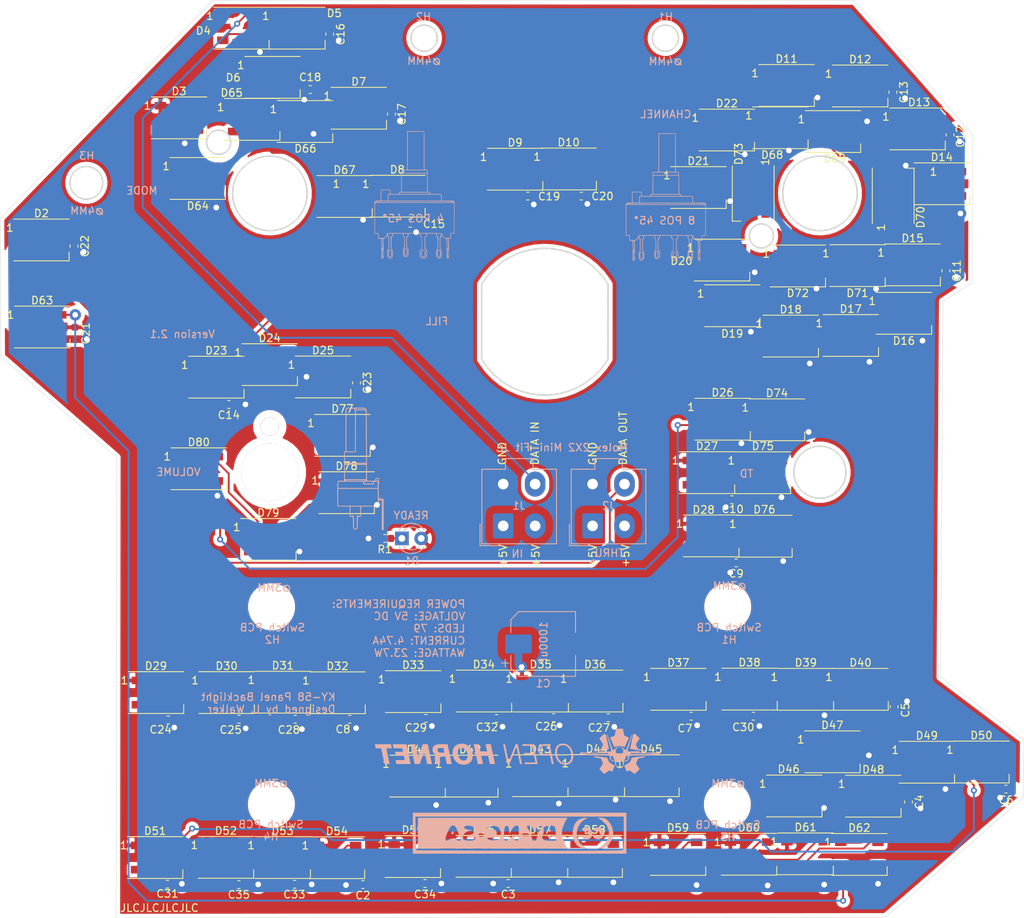
<source format=kicad_pcb>
(kicad_pcb (version 20171130) (host pcbnew "(5.1.12-1-10_14)")
  (layers (0 F.Cu signal hide) (31 B.Cu signal hide) (34 B.Paste user hide) (35 F.Paste user hide) (36 B.SilkS user) (37 F.SilkS user hide) (38 B.Mask user hide) (39 F.Mask user hide) (44 Edge.Cuts user))
  (net 0 "")
  (net 1 /LED+5V)
  (net 2 "Net-(D1-Pad1)")
  (net 3 /DATAIN)
  (net 4 /LEDGND)
  (net 5 "Net-(D3-Pad2)")
  (net 6 "Net-(D4-Pad2)")
  (net 7 "Net-(D6-Pad2)")
  (net 8 "Net-(D8-Pad2)")
  (net 9 "Net-(D10-Pad4)")
  (net 10 "Net-(D10-Pad2)")
  (net 11 "Net-(D11-Pad2)")
  (net 12 "Net-(D12-Pad2)")
  (net 13 "Net-(D13-Pad2)")
  (net 14 "Net-(D14-Pad2)")
  (net 15 "Net-(D15-Pad2)")
  (net 16 "Net-(D16-Pad2)")
  (net 17 "Net-(D17-Pad2)")
  (net 18 "Net-(D18-Pad2)")
  (net 19 "Net-(D19-Pad2)")
  (net 20 "Net-(D20-Pad2)")
  (net 21 "Net-(D21-Pad2)")
  (net 22 "Net-(D22-Pad2)")
  (net 23 "Net-(D23-Pad2)")
  (net 24 "Net-(D24-Pad2)")
  (net 25 /DATAOUT1)
  (net 26 "Net-(D26-Pad2)")
  (net 27 "Net-(D27-Pad2)")
  (net 28 "Net-(D28-Pad2)")
  (net 29 "Net-(D29-Pad2)")
  (net 30 "Net-(D30-Pad2)")
  (net 31 "Net-(D31-Pad2)")
  (net 32 "Net-(D32-Pad2)")
  (net 33 "Net-(D33-Pad2)")
  (net 34 "Net-(D34-Pad2)")
  (net 35 "Net-(D35-Pad2)")
  (net 36 "Net-(D36-Pad2)")
  (net 37 "Net-(D37-Pad2)")
  (net 38 "Net-(D38-Pad2)")
  (net 39 "Net-(D39-Pad2)")
  (net 40 "Net-(D40-Pad2)")
  (net 41 "Net-(D41-Pad2)")
  (net 42 "Net-(D42-Pad2)")
  (net 43 "Net-(D43-Pad2)")
  (net 44 "Net-(D44-Pad2)")
  (net 45 "Net-(D45-Pad2)")
  (net 46 "Net-(D46-Pad2)")
  (net 47 "Net-(D47-Pad2)")
  (net 48 "Net-(D48-Pad2)")
  (net 49 /DATAOUT2)
  (net 50 "Net-(D50-Pad2)")
  (net 51 "Net-(D51-Pad2)")
  (net 52 "Net-(D52-Pad2)")
  (net 53 "Net-(D53-Pad2)")
  (net 54 "Net-(D54-Pad2)")
  (net 55 "Net-(D55-Pad2)")
  (net 56 "Net-(D56-Pad2)")
  (net 57 "Net-(D57-Pad2)")
  (net 58 "Net-(D58-Pad2)")
  (net 59 "Net-(D59-Pad2)")
  (net 60 "Net-(D60-Pad2)")
  (net 61 "Net-(D61-Pad2)")
  (net 62 "Net-(D62-Pad2)")
  (net 63 /DATAOUT)
  (net 64 "Net-(D67-Pad2)")
  (net 65 "Net-(D23-Pad4)")
  (net 66 "Net-(D64-Pad2)")
  (net 67 "Net-(D66-Pad2)")
  (net 68 "Net-(D68-Pad2)")
  (net 69 "Net-(D69-Pad2)")
  (net 70 "Net-(D70-Pad2)")
  (net 71 "Net-(D71-Pad2)")
  (net 72 "Net-(D2-Pad4)")
  (net 73 "Net-(D3-Pad4)")
  (net 74 "Net-(D6-Pad4)")
  (net 75 "Net-(D67-Pad4)")
  (net 76 "Net-(D25-Pad2)")
  (net 77 "Net-(D72-Pad2)")
  (net 78 "Net-(D27-Pad4)")
  (net 79 "Net-(D28-Pad4)")
  (net 80 "Net-(D77-Pad2)")
  (net 81 "Net-(D78-Pad2)")
  (net 82 "Net-(D79-Pad2)")
  (net 83 "Net-(D26-Pad4)")
  (module MountingHole:MountingHole_3.2mm_M3 (layer F.Cu) (at 175.975 138.025)
    (fp_text reference REF** hide)
    (fp_text value MountingHole_3.2mm_M3)
    (pad "" np_thru_hole circle (at 0 0) (size 3.2 3.2) (drill 3.2) (layers *.Cu *.Mask) (clearance 1.5))
  )
  (module MountingHole:MountingHole_3.2mm_M3 (layer F.Cu) (at 115.975 138)
    (fp_text reference REF** hide)
    (fp_text value MountingHole_3.2mm_M3)
    (pad "" np_thru_hole circle (at 0 0) (size 3.2 3.2) (drill 3.2) (layers *.Cu *.Mask) (clearance 1.5))
  )
  (module MountingHole:MountingHole_3.2mm_M3 (layer F.Cu) (at 176.025 112)
    (fp_text reference REF** hide)
    (fp_text value MountingHole_3.2mm_M3)
    (pad "" np_thru_hole circle (at 0 0) (size 3.2 3.2) (drill 3.2) (layers *.Cu *.Mask) (clearance 1.5))
  )
  (module MountingHole:MountingHole_3.2mm_M3 (layer F.Cu) (at 116 112)
    (fp_text reference REF** hide)
    (fp_text value MountingHole_3.2mm_M3)
    (pad "" np_thru_hole circle (at 0 0) (size 3.2 3.2) (drill 3.2) (layers *.Cu *.Mask) (clearance 1.5))
  )
  (module "OH_Backlighting:A12505RNZQ - SWITCH, ROTARY, 45 DEG" (layer B.Cu) (at 134.825 57.75 180)
    (fp_text reference G*** hide)
    (fp_text value LOGO hide)
  )
  (module OH_Backlighting:BR10K_Pot_Silkscreen (layer B.Cu) (at 127.7 93.85 180)
    (fp_text reference G*** hide)
    (fp_text value LOGO hide)
  )
  (module "OH_Backlighting:A12505RNZQ - SWITCH, ROTARY, 45 DEG" (layer B.Cu) (at 167.9 58.025 180)
    (fp_text reference G*** hide)
    (fp_text value LOGO hide)
  )
  (module OH_General:CC-BY-NC-SA-Small (layer B.Cu) (at 148.725 141.8 180)
    (fp_text reference G*** hide)
    (fp_text value LOGO hide)
  )
  (module OH_General:OH_LOGO_37.7mm_5.9mm (layer B.Cu) (at 148.45 131.025 180)
    (fp_text reference G*** hide)
    (fp_text value LOGO hide)
  )
  (module OH_Backlighting:BR10K_Pot_11mm_x_11mm (layer F.Cu) (at 115.760258 94.278977 180)
    (fp_text reference REF** hide)
    (fp_text value BR10K_Pot_11mm_x_11mm hide)
    (pad "" np_thru_hole circle (at 0 0 180) (size 7.540752 7.540752) (drill 7.54) (layers *.Mask B.Cu) (clearance 3))
    (pad "" np_thru_hole circle (at 0 6 180) (size 2.38125 2.38125) (drill 2.38) (layers *.Cu *.Mask) (clearance 1))
    (pad "" np_thru_hole circle (at 0 0 180) (size 7.540752 7.540752) (drill 7.54) (layers *.Mask F.Cu) (clearance 1))
  )
  (module LED_SMD:LED_WS2812B_PLCC4_5.0x5.0mm_P3.2mm (layer F.Cu) (at 106.425 93.825)
    (fp_text reference D80 (at 0 -3.5) (layer F.SilkS))
    (fp_text value WS2812B)
    (fp_text user 1 (at -4.15 -1.6) (layer F.SilkS))
    (pad 1 smd rect (at -2.45 -1.6) (size 1.5 1) (layers F.Cu F.Paste F.Mask) (net 1 /LED+5V))
    (pad 2 smd rect (at -2.45 1.6) (size 1.5 1) (layers F.Cu F.Paste F.Mask) (net 83 "Net-(D26-Pad4)"))
    (pad 4 smd rect (at 2.45 -1.6) (size 1.5 1) (layers F.Cu F.Paste F.Mask) (net 82 "Net-(D79-Pad2)"))
    (pad 3 smd rect (at 2.45 1.6) (size 1.5 1) (layers F.Cu F.Paste F.Mask) (net 4 /LEDGND))
  )
  (module LED_SMD:LED_WS2812B_PLCC4_5.0x5.0mm_P3.2mm (layer F.Cu) (at 115.575 103.125)
    (fp_text reference D79 (at 0 -3.5) (layer F.SilkS))
    (fp_text value WS2812B)
    (fp_text user 1 (at -4.15 -1.6) (layer F.SilkS))
    (pad 1 smd rect (at -2.45 -1.6) (size 1.5 1) (layers F.Cu F.Paste F.Mask) (net 1 /LED+5V))
    (pad 2 smd rect (at -2.45 1.6) (size 1.5 1) (layers F.Cu F.Paste F.Mask) (net 82 "Net-(D79-Pad2)"))
    (pad 4 smd rect (at 2.45 -1.6) (size 1.5 1) (layers F.Cu F.Paste F.Mask) (net 81 "Net-(D78-Pad2)"))
    (pad 3 smd rect (at 2.45 1.6) (size 1.5 1) (layers F.Cu F.Paste F.Mask) (net 4 /LEDGND))
  )
  (module LED_SMD:LED_WS2812B_PLCC4_5.0x5.0mm_P3.2mm (layer F.Cu) (at 125.875 96.975)
    (fp_text reference D78 (at 0 -3.5) (layer F.SilkS))
    (fp_text value WS2812B)
    (fp_text user 1 (at -4.15 -1.6) (layer F.SilkS))
    (pad 1 smd rect (at -2.45 -1.6) (size 1.5 1) (layers F.Cu F.Paste F.Mask) (net 1 /LED+5V))
    (pad 2 smd rect (at -2.45 1.6) (size 1.5 1) (layers F.Cu F.Paste F.Mask) (net 81 "Net-(D78-Pad2)"))
    (pad 4 smd rect (at 2.45 -1.6) (size 1.5 1) (layers F.Cu F.Paste F.Mask) (net 80 "Net-(D77-Pad2)"))
    (pad 3 smd rect (at 2.45 1.6) (size 1.5 1) (layers F.Cu F.Paste F.Mask) (net 4 /LEDGND))
  )
  (module LED_SMD:LED_WS2812B_PLCC4_5.0x5.0mm_P3.2mm (layer F.Cu) (at 125.325 89.425)
    (fp_text reference D77 (at 0 -3.5) (layer F.SilkS))
    (fp_text value WS2812B)
    (fp_text user 1 (at -4.15 -1.6) (layer F.SilkS))
    (pad 1 smd rect (at -2.45 -1.6) (size 1.5 1) (layers F.Cu F.Paste F.Mask) (net 1 /LED+5V))
    (pad 2 smd rect (at -2.45 1.6) (size 1.5 1) (layers F.Cu F.Paste F.Mask) (net 80 "Net-(D77-Pad2)"))
    (pad 4 smd rect (at 2.45 -1.6) (size 1.5 1) (layers F.Cu F.Paste F.Mask) (net 76 "Net-(D25-Pad2)"))
    (pad 3 smd rect (at 2.45 1.6) (size 1.5 1) (layers F.Cu F.Paste F.Mask) (net 4 /LEDGND))
  )
  (module LED_SMD:LED_WS2812B_PLCC4_5.0x5.0mm_P3.2mm (layer F.Cu) (at 180.85 102.7)
    (fp_text reference D76 (at 0 -3.5) (layer F.SilkS))
    (fp_text value WS2812B)
    (fp_text user 1 (at -4.15 -1.6) (layer F.SilkS))
    (pad 1 smd rect (at -2.45 -1.6) (size 1.5 1) (layers F.Cu F.Paste F.Mask) (net 1 /LED+5V))
    (pad 2 smd rect (at -2.45 1.6) (size 1.5 1) (layers F.Cu F.Paste F.Mask) (net 25 /DATAOUT1))
    (pad 4 smd rect (at 2.45 -1.6) (size 1.5 1) (layers F.Cu F.Paste F.Mask) (net 28 "Net-(D28-Pad2)"))
    (pad 3 smd rect (at 2.45 1.6) (size 1.5 1) (layers F.Cu F.Paste F.Mask) (net 4 /LEDGND))
  )
  (module LED_SMD:LED_WS2812B_PLCC4_5.0x5.0mm_P3.2mm (layer F.Cu) (at 180.65 94.35)
    (fp_text reference D75 (at 0 -3.5) (layer F.SilkS))
    (fp_text value WS2812B)
    (fp_text user 1 (at -4.15 -1.6) (layer F.SilkS))
    (pad 1 smd rect (at -2.45 -1.6) (size 1.5 1) (layers F.Cu F.Paste F.Mask) (net 1 /LED+5V))
    (pad 2 smd rect (at -2.45 1.6) (size 1.5 1) (layers F.Cu F.Paste F.Mask) (net 79 "Net-(D28-Pad4)"))
    (pad 4 smd rect (at 2.45 -1.6) (size 1.5 1) (layers F.Cu F.Paste F.Mask) (net 27 "Net-(D27-Pad2)"))
    (pad 3 smd rect (at 2.45 1.6) (size 1.5 1) (layers F.Cu F.Paste F.Mask) (net 4 /LEDGND))
  )
  (module LED_SMD:LED_WS2812B_PLCC4_5.0x5.0mm_P3.2mm (layer F.Cu) (at 182.5 87.375)
    (fp_text reference D74 (at 0 -3.5) (layer F.SilkS))
    (fp_text value WS2812B)
    (fp_text user 1 (at -4.15 -1.6) (layer F.SilkS))
    (pad 1 smd rect (at -2.45 -1.6) (size 1.5 1) (layers F.Cu F.Paste F.Mask) (net 1 /LED+5V))
    (pad 2 smd rect (at -2.45 1.6) (size 1.5 1) (layers F.Cu F.Paste F.Mask) (net 78 "Net-(D27-Pad4)"))
    (pad 4 smd rect (at 2.45 -1.6) (size 1.5 1) (layers F.Cu F.Paste F.Mask) (net 26 "Net-(D26-Pad2)"))
    (pad 3 smd rect (at 2.45 1.6) (size 1.5 1) (layers F.Cu F.Paste F.Mask) (net 4 /LEDGND))
  )
  (module LED_SMD:LED_WS2812B_PLCC4_5.0x5.0mm_P3.2mm (layer F.Cu) (at 179.375 57.575 270)
    (fp_text reference D73 (at -5.2 1.9 90) (layer F.SilkS))
    (fp_text value WS2812B)
    (fp_text user 1 (at -4.15 -1.6 90) (layer F.SilkS))
    (pad 1 smd rect (at -2.45 -1.6 270) (size 1.5 1) (layers F.Cu F.Paste F.Mask) (net 1 /LED+5V))
    (pad 2 smd rect (at -2.45 1.6 270) (size 1.5 1) (layers F.Cu F.Paste F.Mask) (net 65 "Net-(D23-Pad4)"))
    (pad 4 smd rect (at 2.45 -1.6 270) (size 1.5 1) (layers F.Cu F.Paste F.Mask) (net 77 "Net-(D72-Pad2)"))
    (pad 3 smd rect (at 2.45 1.6 270) (size 1.5 1) (layers F.Cu F.Paste F.Mask) (net 4 /LEDGND))
  )
  (module LED_SMD:LED_WS2812B_PLCC4_5.0x5.0mm_P3.2mm (layer F.Cu) (at 189.875 49.425)
    (fp_text reference D69 (at 0.225 3.55) (layer F.SilkS))
    (fp_text value WS2812B)
    (fp_text user 1 (at -4.15 -1.6) (layer F.SilkS))
    (pad 1 smd rect (at -2.45 -1.6) (size 1.5 1) (layers F.Cu F.Paste F.Mask) (net 1 /LED+5V))
    (pad 2 smd rect (at -2.45 1.6) (size 1.5 1) (layers F.Cu F.Paste F.Mask) (net 69 "Net-(D69-Pad2)"))
    (pad 4 smd rect (at 2.45 -1.6) (size 1.5 1) (layers F.Cu F.Paste F.Mask) (net 68 "Net-(D68-Pad2)"))
    (pad 3 smd rect (at 2.45 1.6) (size 1.5 1) (layers F.Cu F.Paste F.Mask) (net 4 /LEDGND))
  )
  (module LED_SMD:LED_WS2812B_PLCC4_5.0x5.0mm_P3.2mm (layer F.Cu) (at 185.25 67.125)
    (fp_text reference D72 (at 0 3.575) (layer F.SilkS))
    (fp_text value WS2812B)
    (fp_text user 1 (at -4.15 -1.6) (layer F.SilkS))
    (pad 1 smd rect (at -2.45 -1.6) (size 1.5 1) (layers F.Cu F.Paste F.Mask) (net 1 /LED+5V))
    (pad 2 smd rect (at -2.45 1.6) (size 1.5 1) (layers F.Cu F.Paste F.Mask) (net 77 "Net-(D72-Pad2)"))
    (pad 4 smd rect (at 2.45 -1.6) (size 1.5 1) (layers F.Cu F.Paste F.Mask) (net 71 "Net-(D71-Pad2)"))
    (pad 3 smd rect (at 2.45 1.6) (size 1.5 1) (layers F.Cu F.Paste F.Mask) (net 4 /LEDGND))
  )
  (module LED_SMD:LED_WS2812B_PLCC4_5.0x5.0mm_P3.2mm (layer F.Cu) (at 193.1 67.075)
    (fp_text reference D71 (at 0 3.625) (layer F.SilkS))
    (fp_text value WS2812B)
    (fp_text user 1 (at -4.15 -1.6) (layer F.SilkS))
    (pad 1 smd rect (at -2.45 -1.6) (size 1.5 1) (layers F.Cu F.Paste F.Mask) (net 1 /LED+5V))
    (pad 2 smd rect (at -2.45 1.6) (size 1.5 1) (layers F.Cu F.Paste F.Mask) (net 71 "Net-(D71-Pad2)"))
    (pad 4 smd rect (at 2.45 -1.6) (size 1.5 1) (layers F.Cu F.Paste F.Mask) (net 70 "Net-(D70-Pad2)"))
    (pad 3 smd rect (at 2.45 1.6) (size 1.5 1) (layers F.Cu F.Paste F.Mask) (net 4 /LEDGND))
  )
  (module LED_SMD:LED_WS2812B_PLCC4_5.0x5.0mm_P3.2mm (layer F.Cu) (at 197.8 57.9 90)
    (fp_text reference D70 (at -2.8 3.6 90) (layer F.SilkS))
    (fp_text value WS2812B)
    (fp_text user 1 (at -4.15 -1.6 90) (layer F.SilkS))
    (pad 1 smd rect (at -2.45 -1.6 90) (size 1.5 1) (layers F.Cu F.Paste F.Mask) (net 1 /LED+5V))
    (pad 2 smd rect (at -2.45 1.6 90) (size 1.5 1) (layers F.Cu F.Paste F.Mask) (net 70 "Net-(D70-Pad2)"))
    (pad 4 smd rect (at 2.45 -1.6 90) (size 1.5 1) (layers F.Cu F.Paste F.Mask) (net 69 "Net-(D69-Pad2)"))
    (pad 3 smd rect (at 2.45 1.6 90) (size 1.5 1) (layers F.Cu F.Paste F.Mask) (net 4 /LEDGND))
  )
  (module LED_SMD:LED_WS2812B_PLCC4_5.0x5.0mm_P3.2mm (layer F.Cu) (at 182.95 48.925)
    (fp_text reference D68 (at -1.075 3.575) (layer F.SilkS))
    (fp_text value WS2812B)
    (fp_text user 1 (at -4.15 -1.6) (layer F.SilkS))
    (pad 1 smd rect (at -2.45 -1.6) (size 1.5 1) (layers F.Cu F.Paste F.Mask) (net 1 /LED+5V))
    (pad 2 smd rect (at -2.45 1.6) (size 1.5 1) (layers F.Cu F.Paste F.Mask) (net 68 "Net-(D68-Pad2)"))
    (pad 4 smd rect (at 2.45 -1.6) (size 1.5 1) (layers F.Cu F.Paste F.Mask) (net 22 "Net-(D22-Pad2)"))
    (pad 3 smd rect (at 2.45 1.6) (size 1.5 1) (layers F.Cu F.Paste F.Mask) (net 4 /LEDGND))
  )
  (module LED_SMD:LED_WS2812B_PLCC4_5.0x5.0mm_P3.2mm (layer F.Cu) (at 125.6 57.975)
    (fp_text reference D67 (at 0 -3.5) (layer F.SilkS))
    (fp_text value WS2812B)
    (fp_text user 1 (at -1.075 -1.65) (layer F.SilkS))
    (pad 1 smd rect (at -2.45 -1.6) (size 1.5 1) (layers F.Cu F.Paste F.Mask) (net 1 /LED+5V))
    (pad 2 smd rect (at -2.45 1.6) (size 1.5 1) (layers F.Cu F.Paste F.Mask) (net 64 "Net-(D67-Pad2)"))
    (pad 4 smd rect (at 2.45 -1.6) (size 1.5 1) (layers F.Cu F.Paste F.Mask) (net 75 "Net-(D67-Pad4)"))
    (pad 3 smd rect (at 2.45 1.6) (size 1.5 1) (layers F.Cu F.Paste F.Mask) (net 4 /LEDGND))
  )
  (module LED_SMD:LED_WS2812B_PLCC4_5.0x5.0mm_P3.2mm (layer F.Cu) (at 120.4 48.1)
    (fp_text reference D66 (at 0.05 3.575) (layer F.SilkS))
    (fp_text value WS2812B)
    (fp_text user 1 (at -4.15 -1.6) (layer F.SilkS))
    (pad 1 smd rect (at -2.45 -1.6) (size 1.5 1) (layers F.Cu F.Paste F.Mask) (net 1 /LED+5V))
    (pad 2 smd rect (at -2.45 1.6) (size 1.5 1) (layers F.Cu F.Paste F.Mask) (net 67 "Net-(D66-Pad2)"))
    (pad 4 smd rect (at 2.45 -1.6) (size 1.5 1) (layers F.Cu F.Paste F.Mask) (net 7 "Net-(D6-Pad2)"))
    (pad 3 smd rect (at 2.45 1.6) (size 1.5 1) (layers F.Cu F.Paste F.Mask) (net 4 /LEDGND))
  )
  (module LED_SMD:LED_WS2812B_PLCC4_5.0x5.0mm_P3.2mm (layer F.Cu) (at 113.45 47.825)
    (fp_text reference D65 (at -2.7 -3.5) (layer F.SilkS))
    (fp_text value WS2812B)
    (fp_text user 1 (at -4.15 -1.6) (layer F.SilkS))
    (pad 1 smd rect (at -2.45 -1.6) (size 1.5 1) (layers F.Cu F.Paste F.Mask) (net 1 /LED+5V))
    (pad 2 smd rect (at -2.45 1.6) (size 1.5 1) (layers F.Cu F.Paste F.Mask) (net 74 "Net-(D6-Pad4)"))
    (pad 4 smd rect (at 2.45 -1.6) (size 1.5 1) (layers F.Cu F.Paste F.Mask) (net 66 "Net-(D64-Pad2)"))
    (pad 3 smd rect (at 2.45 1.6) (size 1.5 1) (layers F.Cu F.Paste F.Mask) (net 4 /LEDGND))
  )
  (module LED_SMD:LED_WS2812B_PLCC4_5.0x5.0mm_P3.2mm (layer F.Cu) (at 106.275 55.6)
    (fp_text reference D64 (at 0.025 3.625) (layer F.SilkS))
    (fp_text value WS2812B)
    (fp_text user 1 (at -4.15 -1.6) (layer F.SilkS))
    (pad 1 smd rect (at -2.45 -1.6) (size 1.5 1) (layers F.Cu F.Paste F.Mask) (net 1 /LED+5V))
    (pad 2 smd rect (at -2.45 1.6) (size 1.5 1) (layers F.Cu F.Paste F.Mask) (net 66 "Net-(D64-Pad2)"))
    (pad 4 smd rect (at 2.45 -1.6) (size 1.5 1) (layers F.Cu F.Paste F.Mask) (net 5 "Net-(D3-Pad2)"))
    (pad 3 smd rect (at 2.45 1.6) (size 1.5 1) (layers F.Cu F.Paste F.Mask) (net 4 /LEDGND))
  )
  (module Capacitor_SMD:C_0603_1608Metric (layer F.Cu) (at 199.81 137.6975 270)
    (fp_text reference C4 (at 0 -1.43 90) (layer F.SilkS))
    (fp_text value C)
    (pad 2 smd roundrect (at 0.7875 0 270) (size 0.875 0.95) (layers F.Cu F.Paste F.Mask) (net 4 /LEDGND))
    (pad 1 smd roundrect (at -0.7875 0 270) (size 0.875 0.95) (layers F.Cu F.Paste F.Mask) (net 1 /LED+5V))
  )
  (module Capacitor_SMD:C_0603_1608Metric (layer F.Cu) (at 197.765 44.2475 270)
    (fp_text reference C13 (at 0 -1.43 90) (layer F.SilkS))
    (fp_text value C)
    (pad 2 smd roundrect (at 0.7875 0 270) (size 0.875 0.95) (layers F.Cu F.Paste F.Mask) (net 4 /LEDGND))
    (pad 1 smd roundrect (at -0.7875 0 270) (size 0.875 0.95) (layers F.Cu F.Paste F.Mask) (net 1 /LED+5V))
  )
  (module Capacitor_SMD:C_0603_1608Metric (layer F.Cu) (at 136.1925 148.43)
    (fp_text reference C34 (at 0 1.42) (layer F.SilkS))
    (fp_text value C)
    (pad 2 smd roundrect (at 0.7875 0) (size 0.875 0.95) (layers F.Cu F.Paste F.Mask) (net 4 /LEDGND))
    (pad 1 smd roundrect (at -0.7875 0) (size 0.875 0.95) (layers F.Cu F.Paste F.Mask) (net 1 /LED+5V))
  )
  (module Capacitor_SMD:C_0603_1608Metric (layer F.Cu) (at 119.0225 148.53)
    (fp_text reference C33 (at -0.0225 1.345) (layer F.SilkS))
    (fp_text value C)
    (pad 2 smd roundrect (at 0.7875 0) (size 0.875 0.95) (layers F.Cu F.Paste F.Mask) (net 4 /LEDGND))
    (pad 1 smd roundrect (at -0.7875 0) (size 0.875 0.95) (layers F.Cu F.Paste F.Mask) (net 1 /LED+5V))
  )
  (module Capacitor_SMD:C_0603_1608Metric (layer F.Cu) (at 102.2925 148.52)
    (fp_text reference C31 (at 0.0075 1.255) (layer F.SilkS))
    (fp_text value C)
    (pad 2 smd roundrect (at 0.7875 0) (size 0.875 0.95) (layers F.Cu F.Paste F.Mask) (net 4 /LEDGND))
    (pad 1 smd roundrect (at -0.7875 0) (size 0.875 0.95) (layers F.Cu F.Paste F.Mask) (net 1 /LED+5V))
  )
  (module Capacitor_SMD:C_0603_1608Metric (layer F.Cu) (at 111.6925 148.57)
    (fp_text reference C35 (at 0 1.33) (layer F.SilkS))
    (fp_text value C)
    (pad 2 smd roundrect (at 0.7875 0) (size 0.875 0.95) (layers F.Cu F.Paste F.Mask) (net 4 /LEDGND))
    (pad 1 smd roundrect (at -0.7875 0) (size 0.875 0.95) (layers F.Cu F.Paste F.Mask) (net 1 /LED+5V))
  )
  (module Resistor_SMD:R_0603_1608Metric (layer F.Cu) (at 130.912 102.997 180)
    (fp_text reference R1 (at 0 -1.43) (layer F.SilkS))
    (fp_text value R)
    (pad 2 smd roundrect (at 0.7875 0 180) (size 0.875 0.95) (layers F.Cu F.Paste F.Mask) (net 4 /LEDGND))
    (pad 1 smd roundrect (at -0.7875 0 180) (size 0.875 0.95) (layers F.Cu F.Paste F.Mask) (net 2 "Net-(D1-Pad1)"))
  )
  (module Connector_Molex:Molex_Mini-Fit_Jr_5566-04A_2x02_P4.20mm_Vertical (layer B.Cu) (at 158.242 101.343)
    (fp_text reference J2 (at 2.108 -2.643) (layer B.SilkS) (effects (justify mirror)))
    (fp_text value Conn_01x04_Female)
    (pad 4 thru_hole oval (at 4.2 -5.5) (size 2.7 3.3) (drill 1.4) (layers *.Cu *.Mask) (net 63 /DATAOUT))
    (pad 3 thru_hole oval (at 0 -5.5) (size 2.7 3.3) (drill 1.4) (layers *.Cu *.Mask) (net 4 /LEDGND))
    (pad 2 thru_hole oval (at 4.2 0) (size 2.7 3.3) (drill 1.4) (layers *.Cu *.Mask) (net 1 /LED+5V))
    (pad 1 thru_hole roundrect (at 0 0) (size 2.7 3.3) (drill 1.4) (layers *.Cu *.Mask) (roundrect_rratio 0.09259296296296296) (net 1 /LED+5V))
  )
  (module Connector_Molex:Molex_Mini-Fit_Jr_5566-04A_2x02_P4.20mm_Vertical (layer B.Cu) (at 146.482 101.343)
    (fp_text reference J1 (at 2.043 -2.643) (layer B.SilkS) (effects (justify mirror)))
    (fp_text value Conn_01x04_Female)
    (pad 4 thru_hole oval (at 4.2 -5.5) (size 2.7 3.3) (drill 1.4) (layers *.Cu *.Mask) (net 3 /DATAIN))
    (pad 3 thru_hole oval (at 0 -5.5) (size 2.7 3.3) (drill 1.4) (layers *.Cu *.Mask) (net 4 /LEDGND))
    (pad 2 thru_hole oval (at 4.2 0) (size 2.7 3.3) (drill 1.4) (layers *.Cu *.Mask) (net 1 /LED+5V))
    (pad 1 thru_hole roundrect (at 0 0) (size 2.7 3.3) (drill 1.4) (layers *.Cu *.Mask) (roundrect_rratio 0.09259296296296296) (net 1 /LED+5V))
  )
  (module Capacitor_SMD:C_0603_1608Metric (layer F.Cu) (at 145.6125 126.7)
    (fp_text reference C32 (at -1.2625 1.15) (layer F.SilkS))
    (fp_text value C)
    (pad 2 smd roundrect (at 0.7875 0) (size 0.875 0.95) (layers F.Cu F.Paste F.Mask) (net 4 /LEDGND))
    (pad 1 smd roundrect (at -0.7875 0) (size 0.875 0.95) (layers F.Cu F.Paste F.Mask) (net 1 /LED+5V))
  )
  (module Capacitor_SMD:C_0603_1608Metric (layer F.Cu) (at 179.4125 126.4)
    (fp_text reference C30 (at -1.3375 1.45) (layer F.SilkS))
    (fp_text value C)
    (pad 2 smd roundrect (at 0.7875 0) (size 0.875 0.95) (layers F.Cu F.Paste F.Mask) (net 4 /LEDGND))
    (pad 1 smd roundrect (at -0.7875 0) (size 0.875 0.95) (layers F.Cu F.Paste F.Mask) (net 1 /LED+5V))
  )
  (module Capacitor_SMD:C_0603_1608Metric (layer F.Cu) (at 136.3125 126.7)
    (fp_text reference C29 (at -1.3125 1.225) (layer F.SilkS))
    (fp_text value C)
    (pad 2 smd roundrect (at 0.7875 0) (size 0.875 0.95) (layers F.Cu F.Paste F.Mask) (net 4 /LEDGND))
    (pad 1 smd roundrect (at -0.7875 0) (size 0.875 0.95) (layers F.Cu F.Paste F.Mask) (net 1 /LED+5V))
  )
  (module Capacitor_SMD:C_0603_1608Metric (layer F.Cu) (at 119.1125 126.8)
    (fp_text reference C28 (at -0.8375 1.4) (layer F.SilkS))
    (fp_text value C)
    (pad 2 smd roundrect (at 0.7875 0) (size 0.875 0.95) (layers F.Cu F.Paste F.Mask) (net 4 /LEDGND))
    (pad 1 smd roundrect (at -0.7875 0) (size 0.875 0.95) (layers F.Cu F.Paste F.Mask) (net 1 /LED+5V))
  )
  (module Capacitor_SMD:C_0603_1608Metric (layer F.Cu) (at 160.3125 126.6)
    (fp_text reference C27 (at -1.2375 1.325) (layer F.SilkS))
    (fp_text value C)
    (pad 2 smd roundrect (at 0.7875 0) (size 0.875 0.95) (layers F.Cu F.Paste F.Mask) (net 4 /LEDGND))
    (pad 1 smd roundrect (at -0.7875 0) (size 0.875 0.95) (layers F.Cu F.Paste F.Mask) (net 1 /LED+5V))
  )
  (module Capacitor_SMD:C_0603_1608Metric (layer F.Cu) (at 153.1125 126.6)
    (fp_text reference C26 (at -0.9625 1.15) (layer F.SilkS))
    (fp_text value C)
    (pad 2 smd roundrect (at 0.7875 0) (size 0.875 0.95) (layers F.Cu F.Paste F.Mask) (net 4 /LEDGND))
    (pad 1 smd roundrect (at -0.7875 0) (size 0.875 0.95) (layers F.Cu F.Paste F.Mask) (net 1 /LED+5V))
  )
  (module Capacitor_SMD:C_0603_1608Metric (layer F.Cu) (at 111.7125 126.8)
    (fp_text reference C25 (at -1.0875 1.4) (layer F.SilkS))
    (fp_text value C)
    (pad 2 smd roundrect (at 0.7875 0) (size 0.875 0.95) (layers F.Cu F.Paste F.Mask) (net 4 /LEDGND))
    (pad 1 smd roundrect (at -0.7875 0) (size 0.875 0.95) (layers F.Cu F.Paste F.Mask) (net 1 /LED+5V))
  )
  (module Capacitor_SMD:C_0603_1608Metric (layer F.Cu) (at 102.4125 126.9)
    (fp_text reference C24 (at -1.0125 1.275) (layer F.SilkS))
    (fp_text value C)
    (pad 2 smd roundrect (at 0.7875 0) (size 0.875 0.95) (layers F.Cu F.Paste F.Mask) (net 4 /LEDGND))
    (pad 1 smd roundrect (at -0.7875 0) (size 0.875 0.95) (layers F.Cu F.Paste F.Mask) (net 1 /LED+5V))
  )
  (module Capacitor_SMD:C_0603_1608Metric (layer F.Cu) (at 127.175 82.5125 270)
    (fp_text reference C23 (at 0 -1.43 90) (layer F.SilkS))
    (fp_text value C)
    (pad 2 smd roundrect (at 0.7875 0 270) (size 0.875 0.95) (layers F.Cu F.Paste F.Mask) (net 4 /LEDGND))
    (pad 1 smd roundrect (at -0.7875 0 270) (size 0.875 0.95) (layers F.Cu F.Paste F.Mask) (net 1 /LED+5V))
  )
  (module Capacitor_SMD:C_0603_1608Metric (layer F.Cu) (at 90 64.5125 270)
    (fp_text reference C22 (at 0 -1.43 90) (layer F.SilkS))
    (fp_text value C)
    (pad 2 smd roundrect (at 0.7875 0 270) (size 0.875 0.95) (layers F.Cu F.Paste F.Mask) (net 4 /LEDGND))
    (pad 1 smd roundrect (at -0.7875 0 270) (size 0.875 0.95) (layers F.Cu F.Paste F.Mask) (net 1 /LED+5V))
  )
  (module Capacitor_SMD:C_0603_1608Metric (layer F.Cu) (at 90.125 75.9875 270)
    (fp_text reference C21 (at 0 -1.43 90) (layer F.SilkS))
    (fp_text value C)
    (pad 2 smd roundrect (at 0.7875 0 270) (size 0.875 0.95) (layers F.Cu F.Paste F.Mask) (net 4 /LEDGND))
    (pad 1 smd roundrect (at -0.7875 0 270) (size 0.875 0.95) (layers F.Cu F.Paste F.Mask) (net 1 /LED+5V))
  )
  (module Capacitor_SMD:C_0603_1608Metric (layer F.Cu) (at 156.7625 57.925)
    (fp_text reference C20 (at 2.7875 0.025) (layer F.SilkS))
    (fp_text value C)
    (pad 2 smd roundrect (at 0.7875 0) (size 0.875 0.95) (layers F.Cu F.Paste F.Mask) (net 4 /LEDGND))
    (pad 1 smd roundrect (at -0.7875 0) (size 0.875 0.95) (layers F.Cu F.Paste F.Mask) (net 1 /LED+5V))
  )
  (module Capacitor_SMD:C_0603_1608Metric (layer F.Cu) (at 149.7125 57.925)
    (fp_text reference C19 (at 2.8125 0.05) (layer F.SilkS))
    (fp_text value C)
    (pad 2 smd roundrect (at 0.7875 0) (size 0.875 0.95) (layers F.Cu F.Paste F.Mask) (net 4 /LEDGND))
    (pad 1 smd roundrect (at -0.7875 0) (size 0.875 0.95) (layers F.Cu F.Paste F.Mask) (net 1 /LED+5V))
  )
  (module Capacitor_SMD:C_0603_1608Metric (layer F.Cu) (at 121.1 43.9 180)
    (fp_text reference C18 (at 0.025 1.625) (layer F.SilkS))
    (fp_text value C)
    (pad 2 smd roundrect (at 0.7875 0 180) (size 0.875 0.95) (layers F.Cu F.Paste F.Mask) (net 4 /LEDGND))
    (pad 1 smd roundrect (at -0.7875 0 180) (size 0.875 0.95) (layers F.Cu F.Paste F.Mask) (net 1 /LED+5V))
  )
  (module Capacitor_SMD:C_0603_1608Metric (layer F.Cu) (at 131.775 47.1375 270)
    (fp_text reference C17 (at 0 -1.35 90) (layer F.SilkS))
    (fp_text value C)
    (pad 2 smd roundrect (at 0.7875 0 270) (size 0.875 0.95) (layers F.Cu F.Paste F.Mask) (net 4 /LEDGND))
    (pad 1 smd roundrect (at -0.7875 0 270) (size 0.875 0.95) (layers F.Cu F.Paste F.Mask) (net 1 /LED+5V))
  )
  (module Capacitor_SMD:C_0603_1608Metric (layer F.Cu) (at 123.65 36.6125 270)
    (fp_text reference C16 (at 0 -1.43 90) (layer F.SilkS))
    (fp_text value C)
    (pad 2 smd roundrect (at 0.7875 0 270) (size 0.875 0.95) (layers F.Cu F.Paste F.Mask) (net 4 /LEDGND))
    (pad 1 smd roundrect (at -0.7875 0 270) (size 0.875 0.95) (layers F.Cu F.Paste F.Mask) (net 1 /LED+5V))
  )
  (module Capacitor_SMD:C_0603_1608Metric (layer F.Cu) (at 134.2375 61.5)
    (fp_text reference C15 (at 3.1375 0.1) (layer F.SilkS))
    (fp_text value C)
    (pad 2 smd roundrect (at 0.7875 0) (size 0.875 0.95) (layers F.Cu F.Paste F.Mask) (net 4 /LEDGND))
    (pad 1 smd roundrect (at -0.7875 0) (size 0.875 0.95) (layers F.Cu F.Paste F.Mask) (net 1 /LED+5V))
  )
  (module Capacitor_SMD:C_0603_1608Metric (layer F.Cu) (at 110.3825 85.36)
    (fp_text reference C14 (at -0.0075 1.39) (layer F.SilkS))
    (fp_text value C)
    (pad 2 smd roundrect (at 0.7875 0) (size 0.875 0.95) (layers F.Cu F.Paste F.Mask) (net 4 /LEDGND))
    (pad 1 smd roundrect (at -0.7875 0) (size 0.875 0.95) (layers F.Cu F.Paste F.Mask) (net 1 /LED+5V))
  )
  (module Capacitor_SMD:C_0603_1608Metric (layer F.Cu) (at 205.28 49.8625 270)
    (fp_text reference C12 (at 0.2375 -1.345 90) (layer F.SilkS))
    (fp_text value C)
    (pad 2 smd roundrect (at 0.7875 0 270) (size 0.875 0.95) (layers F.Cu F.Paste F.Mask) (net 4 /LEDGND))
    (pad 1 smd roundrect (at -0.7875 0 270) (size 0.875 0.95) (layers F.Cu F.Paste F.Mask) (net 1 /LED+5V))
  )
  (module Capacitor_SMD:C_0603_1608Metric (layer F.Cu) (at 204.73 67.7575 270)
    (fp_text reference C11 (at 0 -1.43 90) (layer F.SilkS))
    (fp_text value C)
    (pad 2 smd roundrect (at 0.7875 0 270) (size 0.875 0.95) (layers F.Cu F.Paste F.Mask) (net 4 /LEDGND))
    (pad 1 smd roundrect (at -0.7875 0 270) (size 0.875 0.95) (layers F.Cu F.Paste F.Mask) (net 1 /LED+5V))
  )
  (module Capacitor_SMD:C_0603_1608Metric (layer F.Cu) (at 176.5625 97.9 180)
    (fp_text reference C10 (at -0.1125 -1.25) (layer F.SilkS))
    (fp_text value C)
    (pad 2 smd roundrect (at 0.7875 0 180) (size 0.875 0.95) (layers F.Cu F.Paste F.Mask) (net 4 /LEDGND))
    (pad 1 smd roundrect (at -0.7875 0 180) (size 0.875 0.95) (layers F.Cu F.Paste F.Mask) (net 1 /LED+5V))
  )
  (module Capacitor_SMD:C_0603_1608Metric (layer F.Cu) (at 177.1375 106.21 180)
    (fp_text reference C9 (at 0 -1.43) (layer F.SilkS))
    (fp_text value C)
    (pad 2 smd roundrect (at 0.7875 0 180) (size 0.875 0.95) (layers F.Cu F.Paste F.Mask) (net 4 /LEDGND))
    (pad 1 smd roundrect (at -0.7875 0 180) (size 0.875 0.95) (layers F.Cu F.Paste F.Mask) (net 1 /LED+5V))
  )
  (module Capacitor_SMD:C_0603_1608Metric (layer F.Cu) (at 126.2875 126.8)
    (fp_text reference C8 (at -0.8875 1.325) (layer F.SilkS))
    (fp_text value C)
    (pad 2 smd roundrect (at 0.7875 0) (size 0.875 0.95) (layers F.Cu F.Paste F.Mask) (net 4 /LEDGND))
    (pad 1 smd roundrect (at -0.7875 0) (size 0.875 0.95) (layers F.Cu F.Paste F.Mask) (net 1 /LED+5V))
  )
  (module Capacitor_SMD:C_0603_1608Metric (layer F.Cu) (at 171.2125 126.4)
    (fp_text reference C7 (at -0.8125 1.6) (layer F.SilkS))
    (fp_text value C)
    (pad 2 smd roundrect (at 0.7875 0) (size 0.875 0.95) (layers F.Cu F.Paste F.Mask) (net 4 /LEDGND))
    (pad 1 smd roundrect (at -0.7875 0) (size 0.875 0.95) (layers F.Cu F.Paste F.Mask) (net 1 /LED+5V))
  )
  (module Capacitor_SMD:C_0603_1608Metric (layer F.Cu) (at 212.6475 136 180)
    (fp_text reference C6 (at 0 -1.43) (layer F.SilkS))
    (fp_text value C)
    (pad 2 smd roundrect (at 0.7875 0 180) (size 0.875 0.95) (layers F.Cu F.Paste F.Mask) (net 4 /LEDGND))
    (pad 1 smd roundrect (at -0.7875 0 180) (size 0.875 0.95) (layers F.Cu F.Paste F.Mask) (net 1 /LED+5V))
  )
  (module Capacitor_SMD:C_0603_1608Metric (layer F.Cu) (at 197.917 125.161 90)
    (fp_text reference C5 (at -0.439 1.483 90) (layer F.SilkS))
    (fp_text value C)
    (pad 2 smd roundrect (at 0.7875 0 90) (size 0.875 0.95) (layers F.Cu F.Paste F.Mask) (net 4 /LEDGND))
    (pad 1 smd roundrect (at -0.7875 0 90) (size 0.875 0.95) (layers F.Cu F.Paste F.Mask) (net 1 /LED+5V))
  )
  (module Capacitor_SMD:C_0603_1608Metric (layer F.Cu) (at 147.1375 148.43 180)
    (fp_text reference C3 (at 0 -1.43) (layer F.SilkS))
    (fp_text value C)
    (pad 2 smd roundrect (at 0.7875 0 180) (size 0.875 0.95) (layers F.Cu F.Paste F.Mask) (net 4 /LEDGND))
    (pad 1 smd roundrect (at -0.7875 0 180) (size 0.875 0.95) (layers F.Cu F.Paste F.Mask) (net 1 /LED+5V))
  )
  (module Capacitor_SMD:C_0603_1608Metric (layer F.Cu) (at 128.0175 148.57 180)
    (fp_text reference C2 (at 0 -1.43) (layer F.SilkS))
    (fp_text value C)
    (pad 2 smd roundrect (at 0.7875 0 180) (size 0.875 0.95) (layers F.Cu F.Paste F.Mask) (net 4 /LEDGND))
    (pad 1 smd roundrect (at -0.7875 0 180) (size 0.875 0.95) (layers F.Cu F.Paste F.Mask) (net 1 /LED+5V))
  )
  (module Capacitor_SMD:CP_Elec_8x10 (layer B.Cu) (at 151.741 116.891)
    (fp_text reference C1 (at 0 5.2) (layer B.SilkS) (effects (justify mirror)))
    (fp_text value C_Polarized)
    (pad 2 smd roundrect (at 3.25 0) (size 3.5 2.5) (layers B.Cu B.Paste B.Mask) (roundrect_rratio 0.1) (net 4 /LEDGND))
    (pad 1 smd roundrect (at -3.25 0) (size 3.5 2.5) (layers B.Cu B.Paste B.Mask) (roundrect_rratio 0.1) (net 1 /LED+5V))
  )
  (module LED_SMD:LED_WS2812B_PLCC4_5.0x5.0mm_P3.2mm (layer F.Cu) (at 85.8128 75.1584)
    (fp_text reference D63 (at 0 -3.5) (layer F.SilkS))
    (fp_text value WS2812B)
    (fp_text user 1 (at -4.15 -1.6) (layer F.SilkS))
    (pad 1 smd rect (at -2.45 -1.6) (size 1.5 1) (layers F.Cu F.Paste F.Mask) (net 1 /LED+5V))
    (pad 2 smd rect (at -2.45 1.6) (size 1.5 1) (layers F.Cu F.Paste F.Mask) (net 72 "Net-(D2-Pad4)"))
    (pad 4 smd rect (at 2.45 -1.6) (size 1.5 1) (layers F.Cu F.Paste F.Mask) (net 62 "Net-(D62-Pad2)"))
    (pad 3 smd rect (at 2.45 1.6) (size 1.5 1) (layers F.Cu F.Paste F.Mask) (net 4 /LEDGND))
  )
  (module LED_THT:LED_D3.0mm (layer B.Cu) (at 133.147 102.997)
    (fp_text reference D1 (at 1.27 2.96) (layer B.SilkS) (effects (justify mirror)))
    (fp_text value LED)
    (pad 2 thru_hole circle (at 2.54 0) (size 1.8 1.8) (drill 0.9) (layers *.Cu *.Mask) (net 1 /LED+5V))
    (pad 1 thru_hole rect (at 0 0) (size 1.8 1.8) (drill 0.9) (layers *.Cu *.Mask) (net 2 "Net-(D1-Pad1)"))
  )
  (module LED_SMD:LED_WS2812B_PLCC4_5.0x5.0mm_P3.2mm (layer F.Cu) (at 193.345 144.602)
    (fp_text reference D62 (at 0 -3.5) (layer F.SilkS))
    (fp_text value WS2812B)
    (fp_text user 1 (at -4.15 -1.6) (layer F.SilkS))
    (pad 1 smd rect (at -2.45 -1.6) (size 1.5 1) (layers F.Cu F.Paste F.Mask) (net 1 /LED+5V))
    (pad 2 smd rect (at -2.45 1.6) (size 1.5 1) (layers F.Cu F.Paste F.Mask) (net 62 "Net-(D62-Pad2)"))
    (pad 4 smd rect (at 2.45 -1.6) (size 1.5 1) (layers F.Cu F.Paste F.Mask) (net 61 "Net-(D61-Pad2)"))
    (pad 3 smd rect (at 2.45 1.6) (size 1.5 1) (layers F.Cu F.Paste F.Mask) (net 4 /LEDGND))
  )
  (module LED_SMD:LED_WS2812B_PLCC4_5.0x5.0mm_P3.2mm (layer F.Cu) (at 186.27 144.526)
    (fp_text reference D61 (at 0 -3.5) (layer F.SilkS))
    (fp_text value WS2812B)
    (fp_text user 1 (at -4.15 -1.6) (layer F.SilkS))
    (pad 1 smd rect (at -2.45 -1.6) (size 1.5 1) (layers F.Cu F.Paste F.Mask) (net 1 /LED+5V))
    (pad 2 smd rect (at -2.45 1.6) (size 1.5 1) (layers F.Cu F.Paste F.Mask) (net 61 "Net-(D61-Pad2)"))
    (pad 4 smd rect (at 2.45 -1.6) (size 1.5 1) (layers F.Cu F.Paste F.Mask) (net 60 "Net-(D60-Pad2)"))
    (pad 3 smd rect (at 2.45 1.6) (size 1.5 1) (layers F.Cu F.Paste F.Mask) (net 4 /LEDGND))
  )
  (module LED_SMD:LED_WS2812B_PLCC4_5.0x5.0mm_P3.2mm (layer F.Cu) (at 178.828 144.577)
    (fp_text reference D60 (at 0 -3.5) (layer F.SilkS))
    (fp_text value WS2812B)
    (fp_text user 1 (at -4.15 -1.6) (layer F.SilkS))
    (pad 1 smd rect (at -2.45 -1.6) (size 1.5 1) (layers F.Cu F.Paste F.Mask) (net 1 /LED+5V))
    (pad 2 smd rect (at -2.45 1.6) (size 1.5 1) (layers F.Cu F.Paste F.Mask) (net 60 "Net-(D60-Pad2)"))
    (pad 4 smd rect (at 2.45 -1.6) (size 1.5 1) (layers F.Cu F.Paste F.Mask) (net 59 "Net-(D59-Pad2)"))
    (pad 3 smd rect (at 2.45 1.6) (size 1.5 1) (layers F.Cu F.Paste F.Mask) (net 4 /LEDGND))
  )
  (module LED_SMD:LED_WS2812B_PLCC4_5.0x5.0mm_P3.2mm (layer F.Cu) (at 169.48 144.602)
    (fp_text reference D59 (at 0 -3.5) (layer F.SilkS))
    (fp_text value WS2812B)
    (fp_text user 1 (at -4.15 -1.6) (layer F.SilkS))
    (pad 1 smd rect (at -2.45 -1.6) (size 1.5 1) (layers F.Cu F.Paste F.Mask) (net 1 /LED+5V))
    (pad 2 smd rect (at -2.45 1.6) (size 1.5 1) (layers F.Cu F.Paste F.Mask) (net 59 "Net-(D59-Pad2)"))
    (pad 4 smd rect (at 2.45 -1.6) (size 1.5 1) (layers F.Cu F.Paste F.Mask) (net 58 "Net-(D58-Pad2)"))
    (pad 3 smd rect (at 2.45 1.6) (size 1.5 1) (layers F.Cu F.Paste F.Mask) (net 4 /LEDGND))
  )
  (module LED_SMD:LED_WS2812B_PLCC4_5.0x5.0mm_P3.2mm (layer F.Cu) (at 158.51 144.856)
    (fp_text reference D58 (at 0 -3.5) (layer F.SilkS))
    (fp_text value WS2812B)
    (fp_text user 1 (at -4.15 -1.6) (layer F.SilkS))
    (pad 1 smd rect (at -2.45 -1.6) (size 1.5 1) (layers F.Cu F.Paste F.Mask) (net 1 /LED+5V))
    (pad 2 smd rect (at -2.45 1.6) (size 1.5 1) (layers F.Cu F.Paste F.Mask) (net 58 "Net-(D58-Pad2)"))
    (pad 4 smd rect (at 2.45 -1.6) (size 1.5 1) (layers F.Cu F.Paste F.Mask) (net 57 "Net-(D57-Pad2)"))
    (pad 3 smd rect (at 2.45 1.6) (size 1.5 1) (layers F.Cu F.Paste F.Mask) (net 4 /LEDGND))
  )
  (module LED_SMD:LED_WS2812B_PLCC4_5.0x5.0mm_P3.2mm (layer F.Cu) (at 151.322 144.831)
    (fp_text reference D57 (at 0 -3.5) (layer F.SilkS))
    (fp_text value WS2812B)
    (fp_text user 1 (at -4.15 -1.6) (layer F.SilkS))
    (pad 1 smd rect (at -2.45 -1.6) (size 1.5 1) (layers F.Cu F.Paste F.Mask) (net 1 /LED+5V))
    (pad 2 smd rect (at -2.45 1.6) (size 1.5 1) (layers F.Cu F.Paste F.Mask) (net 57 "Net-(D57-Pad2)"))
    (pad 4 smd rect (at 2.45 -1.6) (size 1.5 1) (layers F.Cu F.Paste F.Mask) (net 56 "Net-(D56-Pad2)"))
    (pad 3 smd rect (at 2.45 1.6) (size 1.5 1) (layers F.Cu F.Paste F.Mask) (net 4 /LEDGND))
  )
  (module LED_SMD:LED_WS2812B_PLCC4_5.0x5.0mm_P3.2mm (layer F.Cu) (at 143.903 144.856)
    (fp_text reference D56 (at 0 -3.5) (layer F.SilkS))
    (fp_text value WS2812B)
    (fp_text user 1 (at -4.15 -1.6) (layer F.SilkS))
    (pad 1 smd rect (at -2.45 -1.6) (size 1.5 1) (layers F.Cu F.Paste F.Mask) (net 1 /LED+5V))
    (pad 2 smd rect (at -2.45 1.6) (size 1.5 1) (layers F.Cu F.Paste F.Mask) (net 56 "Net-(D56-Pad2)"))
    (pad 4 smd rect (at 2.45 -1.6) (size 1.5 1) (layers F.Cu F.Paste F.Mask) (net 55 "Net-(D55-Pad2)"))
    (pad 3 smd rect (at 2.45 1.6) (size 1.5 1) (layers F.Cu F.Paste F.Mask) (net 4 /LEDGND))
  )
  (module LED_SMD:LED_WS2812B_PLCC4_5.0x5.0mm_P3.2mm (layer F.Cu) (at 134.581 144.881)
    (fp_text reference D55 (at 0 -3.5) (layer F.SilkS))
    (fp_text value WS2812B)
    (fp_text user 1 (at -4.15 -1.6) (layer F.SilkS))
    (pad 1 smd rect (at -2.45 -1.6) (size 1.5 1) (layers F.Cu F.Paste F.Mask) (net 1 /LED+5V))
    (pad 2 smd rect (at -2.45 1.6) (size 1.5 1) (layers F.Cu F.Paste F.Mask) (net 55 "Net-(D55-Pad2)"))
    (pad 4 smd rect (at 2.45 -1.6) (size 1.5 1) (layers F.Cu F.Paste F.Mask) (net 54 "Net-(D54-Pad2)"))
    (pad 3 smd rect (at 2.45 1.6) (size 1.5 1) (layers F.Cu F.Paste F.Mask) (net 4 /LEDGND))
  )
  (module LED_SMD:LED_WS2812B_PLCC4_5.0x5.0mm_P3.2mm (layer F.Cu) (at 124.599 145.034)
    (fp_text reference D54 (at 0 -3.5) (layer F.SilkS))
    (fp_text value WS2812B)
    (fp_text user 1 (at -4.15 -1.6) (layer F.SilkS))
    (pad 1 smd rect (at -2.45 -1.6) (size 1.5 1) (layers F.Cu F.Paste F.Mask) (net 1 /LED+5V))
    (pad 2 smd rect (at -2.45 1.6) (size 1.5 1) (layers F.Cu F.Paste F.Mask) (net 54 "Net-(D54-Pad2)"))
    (pad 4 smd rect (at 2.45 -1.6) (size 1.5 1) (layers F.Cu F.Paste F.Mask) (net 53 "Net-(D53-Pad2)"))
    (pad 3 smd rect (at 2.45 1.6) (size 1.5 1) (layers F.Cu F.Paste F.Mask) (net 4 /LEDGND))
  )
  (module LED_SMD:LED_WS2812B_PLCC4_5.0x5.0mm_P3.2mm (layer F.Cu) (at 117.461 145.008)
    (fp_text reference D53 (at 0 -3.5) (layer F.SilkS))
    (fp_text value WS2812B)
    (fp_text user 1 (at -4.15 -1.6) (layer F.SilkS))
    (pad 1 smd rect (at -2.45 -1.6) (size 1.5 1) (layers F.Cu F.Paste F.Mask) (net 1 /LED+5V))
    (pad 2 smd rect (at -2.45 1.6) (size 1.5 1) (layers F.Cu F.Paste F.Mask) (net 53 "Net-(D53-Pad2)"))
    (pad 4 smd rect (at 2.45 -1.6) (size 1.5 1) (layers F.Cu F.Paste F.Mask) (net 52 "Net-(D52-Pad2)"))
    (pad 3 smd rect (at 2.45 1.6) (size 1.5 1) (layers F.Cu F.Paste F.Mask) (net 4 /LEDGND))
  )
  (module LED_SMD:LED_WS2812B_PLCC4_5.0x5.0mm_P3.2mm (layer F.Cu) (at 109.994 144.983)
    (fp_text reference D52 (at 0 -3.5) (layer F.SilkS))
    (fp_text value WS2812B)
    (fp_text user 1 (at -4.15 -1.6) (layer F.SilkS))
    (pad 1 smd rect (at -2.45 -1.6) (size 1.5 1) (layers F.Cu F.Paste F.Mask) (net 1 /LED+5V))
    (pad 2 smd rect (at -2.45 1.6) (size 1.5 1) (layers F.Cu F.Paste F.Mask) (net 52 "Net-(D52-Pad2)"))
    (pad 4 smd rect (at 2.45 -1.6) (size 1.5 1) (layers F.Cu F.Paste F.Mask) (net 51 "Net-(D51-Pad2)"))
    (pad 3 smd rect (at 2.45 1.6) (size 1.5 1) (layers F.Cu F.Paste F.Mask) (net 4 /LEDGND))
  )
  (module LED_SMD:LED_WS2812B_PLCC4_5.0x5.0mm_P3.2mm (layer F.Cu) (at 100.674 145.009)
    (fp_text reference D51 (at 0 -3.5) (layer F.SilkS))
    (fp_text value WS2812B)
    (fp_text user 1 (at -4.15 -1.6) (layer F.SilkS))
    (pad 1 smd rect (at -2.45 -1.6) (size 1.5 1) (layers F.Cu F.Paste F.Mask) (net 1 /LED+5V))
    (pad 2 smd rect (at -2.45 1.6) (size 1.5 1) (layers F.Cu F.Paste F.Mask) (net 51 "Net-(D51-Pad2)"))
    (pad 4 smd rect (at 2.45 -1.6) (size 1.5 1) (layers F.Cu F.Paste F.Mask) (net 50 "Net-(D50-Pad2)"))
    (pad 3 smd rect (at 2.45 1.6) (size 1.5 1) (layers F.Cu F.Paste F.Mask) (net 4 /LEDGND))
  )
  (module LED_SMD:LED_WS2812B_PLCC4_5.0x5.0mm_P3.2mm (layer F.Cu) (at 209.409 132.435)
    (fp_text reference D50 (at 0 -3.5) (layer F.SilkS))
    (fp_text value WS2812B)
    (fp_text user 1 (at -4.15 -1.6) (layer F.SilkS))
    (pad 1 smd rect (at -2.45 -1.6) (size 1.5 1) (layers F.Cu F.Paste F.Mask) (net 1 /LED+5V))
    (pad 2 smd rect (at -2.45 1.6) (size 1.5 1) (layers F.Cu F.Paste F.Mask) (net 50 "Net-(D50-Pad2)"))
    (pad 4 smd rect (at 2.45 -1.6) (size 1.5 1) (layers F.Cu F.Paste F.Mask) (net 49 /DATAOUT2))
    (pad 3 smd rect (at 2.45 1.6) (size 1.5 1) (layers F.Cu F.Paste F.Mask) (net 4 /LEDGND))
  )
  (module LED_SMD:LED_WS2812B_PLCC4_5.0x5.0mm_P3.2mm (layer F.Cu) (at 202.223 132.461)
    (fp_text reference D49 (at 0 -3.5) (layer F.SilkS))
    (fp_text value WS2812B)
    (fp_text user 1 (at -4.15 -1.6) (layer F.SilkS))
    (pad 1 smd rect (at -2.45 -1.6) (size 1.5 1) (layers F.Cu F.Paste F.Mask) (net 1 /LED+5V))
    (pad 2 smd rect (at -2.45 1.6) (size 1.5 1) (layers F.Cu F.Paste F.Mask) (net 49 /DATAOUT2))
    (pad 4 smd rect (at 2.45 -1.6) (size 1.5 1) (layers F.Cu F.Paste F.Mask) (net 48 "Net-(D48-Pad2)"))
    (pad 3 smd rect (at 2.45 1.6) (size 1.5 1) (layers F.Cu F.Paste F.Mask) (net 4 /LEDGND))
  )
  (module LED_SMD:LED_WS2812B_PLCC4_5.0x5.0mm_P3.2mm (layer F.Cu) (at 195.174 136.931)
    (fp_text reference D48 (at 0 -3.5) (layer F.SilkS))
    (fp_text value WS2812B)
    (fp_text user 1 (at -4.15 -1.6) (layer F.SilkS))
    (pad 1 smd rect (at -2.45 -1.6) (size 1.5 1) (layers F.Cu F.Paste F.Mask) (net 1 /LED+5V))
    (pad 2 smd rect (at -2.45 1.6) (size 1.5 1) (layers F.Cu F.Paste F.Mask) (net 48 "Net-(D48-Pad2)"))
    (pad 4 smd rect (at 2.45 -1.6) (size 1.5 1) (layers F.Cu F.Paste F.Mask) (net 47 "Net-(D47-Pad2)"))
    (pad 3 smd rect (at 2.45 1.6) (size 1.5 1) (layers F.Cu F.Paste F.Mask) (net 4 /LEDGND))
  )
  (module LED_SMD:LED_WS2812B_PLCC4_5.0x5.0mm_P3.2mm (layer F.Cu) (at 189.789 131.089)
    (fp_text reference D47 (at 0 -3.5) (layer F.SilkS))
    (fp_text value WS2812B)
    (fp_text user 1 (at -4.15 -1.6) (layer F.SilkS))
    (pad 1 smd rect (at -2.45 -1.6) (size 1.5 1) (layers F.Cu F.Paste F.Mask) (net 1 /LED+5V))
    (pad 2 smd rect (at -2.45 1.6) (size 1.5 1) (layers F.Cu F.Paste F.Mask) (net 47 "Net-(D47-Pad2)"))
    (pad 4 smd rect (at 2.45 -1.6) (size 1.5 1) (layers F.Cu F.Paste F.Mask) (net 46 "Net-(D46-Pad2)"))
    (pad 3 smd rect (at 2.45 1.6) (size 1.5 1) (layers F.Cu F.Paste F.Mask) (net 4 /LEDGND))
  )
  (module LED_SMD:LED_WS2812B_PLCC4_5.0x5.0mm_P3.2mm (layer F.Cu) (at 184.785 136.906)
    (fp_text reference D46 (at -0.735 -3.531) (layer F.SilkS))
    (fp_text value WS2812B)
    (fp_text user 1 (at -4.15 -1.6) (layer F.SilkS))
    (pad 1 smd rect (at -2.45 -1.6) (size 1.5 1) (layers F.Cu F.Paste F.Mask) (net 1 /LED+5V))
    (pad 2 smd rect (at -2.45 1.6) (size 1.5 1) (layers F.Cu F.Paste F.Mask) (net 46 "Net-(D46-Pad2)"))
    (pad 4 smd rect (at 2.45 -1.6) (size 1.5 1) (layers F.Cu F.Paste F.Mask) (net 45 "Net-(D45-Pad2)"))
    (pad 3 smd rect (at 2.45 1.6) (size 1.5 1) (layers F.Cu F.Paste F.Mask) (net 4 /LEDGND))
  )
  (module LED_SMD:LED_WS2812B_PLCC4_5.0x5.0mm_P3.2mm (layer F.Cu) (at 165.975 134.239)
    (fp_text reference D45 (at 0 -3.5) (layer F.SilkS))
    (fp_text value WS2812B)
    (fp_text user 1 (at -4.15 -1.6) (layer F.SilkS))
    (pad 1 smd rect (at -2.45 -1.6) (size 1.5 1) (layers F.Cu F.Paste F.Mask) (net 1 /LED+5V))
    (pad 2 smd rect (at -2.45 1.6) (size 1.5 1) (layers F.Cu F.Paste F.Mask) (net 45 "Net-(D45-Pad2)"))
    (pad 4 smd rect (at 2.45 -1.6) (size 1.5 1) (layers F.Cu F.Paste F.Mask) (net 44 "Net-(D44-Pad2)"))
    (pad 3 smd rect (at 2.45 1.6) (size 1.5 1) (layers F.Cu F.Paste F.Mask) (net 4 /LEDGND))
  )
  (module LED_SMD:LED_WS2812B_PLCC4_5.0x5.0mm_P3.2mm (layer F.Cu) (at 158.801 134.214)
    (fp_text reference D44 (at 0 -3.5) (layer F.SilkS))
    (fp_text value WS2812B)
    (fp_text user 1 (at -4.15 -1.6) (layer F.SilkS))
    (pad 1 smd rect (at -2.45 -1.6) (size 1.5 1) (layers F.Cu F.Paste F.Mask) (net 1 /LED+5V))
    (pad 2 smd rect (at -2.45 1.6) (size 1.5 1) (layers F.Cu F.Paste F.Mask) (net 44 "Net-(D44-Pad2)"))
    (pad 4 smd rect (at 2.45 -1.6) (size 1.5 1) (layers F.Cu F.Paste F.Mask) (net 43 "Net-(D43-Pad2)"))
    (pad 3 smd rect (at 2.45 1.6) (size 1.5 1) (layers F.Cu F.Paste F.Mask) (net 4 /LEDGND))
  )
  (module LED_SMD:LED_WS2812B_PLCC4_5.0x5.0mm_P3.2mm (layer F.Cu) (at 151.359 134.239)
    (fp_text reference D43 (at 0 -3.5) (layer F.SilkS))
    (fp_text value WS2812B)
    (fp_text user 1 (at -4.15 -1.6) (layer F.SilkS))
    (pad 1 smd rect (at -2.45 -1.6) (size 1.5 1) (layers F.Cu F.Paste F.Mask) (net 1 /LED+5V))
    (pad 2 smd rect (at -2.45 1.6) (size 1.5 1) (layers F.Cu F.Paste F.Mask) (net 43 "Net-(D43-Pad2)"))
    (pad 4 smd rect (at 2.45 -1.6) (size 1.5 1) (layers F.Cu F.Paste F.Mask) (net 42 "Net-(D42-Pad2)"))
    (pad 3 smd rect (at 2.45 1.6) (size 1.5 1) (layers F.Cu F.Paste F.Mask) (net 4 /LEDGND))
  )
  (module LED_SMD:LED_WS2812B_PLCC4_5.0x5.0mm_P3.2mm (layer F.Cu) (at 142.138 134.29)
    (fp_text reference D42 (at 0 -3.5) (layer F.SilkS))
    (fp_text value WS2812B)
    (fp_text user 1 (at -4.15 -1.6) (layer F.SilkS))
    (pad 1 smd rect (at -2.45 -1.6) (size 1.5 1) (layers F.Cu F.Paste F.Mask) (net 1 /LED+5V))
    (pad 2 smd rect (at -2.45 1.6) (size 1.5 1) (layers F.Cu F.Paste F.Mask) (net 42 "Net-(D42-Pad2)"))
    (pad 4 smd rect (at 2.45 -1.6) (size 1.5 1) (layers F.Cu F.Paste F.Mask) (net 41 "Net-(D41-Pad2)"))
    (pad 3 smd rect (at 2.45 1.6) (size 1.5 1) (layers F.Cu F.Paste F.Mask) (net 4 /LEDGND))
  )
  (module LED_SMD:LED_WS2812B_PLCC4_5.0x5.0mm_P3.2mm (layer F.Cu) (at 135.216 134.29)
    (fp_text reference D41 (at 0 -3.5) (layer F.SilkS))
    (fp_text value WS2812B)
    (fp_text user 1 (at -4.15 -1.6) (layer F.SilkS))
    (pad 1 smd rect (at -2.45 -1.6) (size 1.5 1) (layers F.Cu F.Paste F.Mask) (net 1 /LED+5V))
    (pad 2 smd rect (at -2.45 1.6) (size 1.5 1) (layers F.Cu F.Paste F.Mask) (net 41 "Net-(D41-Pad2)"))
    (pad 4 smd rect (at 2.45 -1.6) (size 1.5 1) (layers F.Cu F.Paste F.Mask) (net 40 "Net-(D40-Pad2)"))
    (pad 3 smd rect (at 2.45 1.6) (size 1.5 1) (layers F.Cu F.Paste F.Mask) (net 4 /LEDGND))
  )
  (module LED_SMD:LED_WS2812B_PLCC4_5.0x5.0mm_P3.2mm (layer F.Cu) (at 193.497 122.86)
    (fp_text reference D40 (at 0 -3.5) (layer F.SilkS))
    (fp_text value WS2812B)
    (fp_text user 1 (at -4.15 -1.6) (layer F.SilkS))
    (pad 1 smd rect (at -2.45 -1.6) (size 1.5 1) (layers F.Cu F.Paste F.Mask) (net 1 /LED+5V))
    (pad 2 smd rect (at -2.45 1.6) (size 1.5 1) (layers F.Cu F.Paste F.Mask) (net 40 "Net-(D40-Pad2)"))
    (pad 4 smd rect (at 2.45 -1.6) (size 1.5 1) (layers F.Cu F.Paste F.Mask) (net 39 "Net-(D39-Pad2)"))
    (pad 3 smd rect (at 2.45 1.6) (size 1.5 1) (layers F.Cu F.Paste F.Mask) (net 4 /LEDGND))
  )
  (module LED_SMD:LED_WS2812B_PLCC4_5.0x5.0mm_P3.2mm (layer F.Cu) (at 186.309 122.86)
    (fp_text reference D39 (at 0 -3.5) (layer F.SilkS))
    (fp_text value WS2812B)
    (fp_text user 1 (at -4.15 -1.6) (layer F.SilkS))
    (pad 1 smd rect (at -2.45 -1.6) (size 1.5 1) (layers F.Cu F.Paste F.Mask) (net 1 /LED+5V))
    (pad 2 smd rect (at -2.45 1.6) (size 1.5 1) (layers F.Cu F.Paste F.Mask) (net 39 "Net-(D39-Pad2)"))
    (pad 4 smd rect (at 2.45 -1.6) (size 1.5 1) (layers F.Cu F.Paste F.Mask) (net 38 "Net-(D38-Pad2)"))
    (pad 3 smd rect (at 2.45 1.6) (size 1.5 1) (layers F.Cu F.Paste F.Mask) (net 4 /LEDGND))
  )
  (module LED_SMD:LED_WS2812B_PLCC4_5.0x5.0mm_P3.2mm (layer F.Cu) (at 178.892 122.834)
    (fp_text reference D38 (at 0 -3.5) (layer F.SilkS))
    (fp_text value WS2812B)
    (fp_text user 1 (at -4.15 -1.6) (layer F.SilkS))
    (pad 1 smd rect (at -2.45 -1.6) (size 1.5 1) (layers F.Cu F.Paste F.Mask) (net 1 /LED+5V))
    (pad 2 smd rect (at -2.45 1.6) (size 1.5 1) (layers F.Cu F.Paste F.Mask) (net 38 "Net-(D38-Pad2)"))
    (pad 4 smd rect (at 2.45 -1.6) (size 1.5 1) (layers F.Cu F.Paste F.Mask) (net 37 "Net-(D37-Pad2)"))
    (pad 3 smd rect (at 2.45 1.6) (size 1.5 1) (layers F.Cu F.Paste F.Mask) (net 4 /LEDGND))
  )
  (module LED_SMD:LED_WS2812B_PLCC4_5.0x5.0mm_P3.2mm (layer F.Cu) (at 169.531 122.86)
    (fp_text reference D37 (at 0 -3.5) (layer F.SilkS))
    (fp_text value WS2812B)
    (fp_text user 1 (at -4.15 -1.6) (layer F.SilkS))
    (pad 1 smd rect (at -2.45 -1.6) (size 1.5 1) (layers F.Cu F.Paste F.Mask) (net 1 /LED+5V))
    (pad 2 smd rect (at -2.45 1.6) (size 1.5 1) (layers F.Cu F.Paste F.Mask) (net 37 "Net-(D37-Pad2)"))
    (pad 4 smd rect (at 2.45 -1.6) (size 1.5 1) (layers F.Cu F.Paste F.Mask) (net 36 "Net-(D36-Pad2)"))
    (pad 3 smd rect (at 2.45 1.6) (size 1.5 1) (layers F.Cu F.Paste F.Mask) (net 4 /LEDGND))
  )
  (module LED_SMD:LED_WS2812B_PLCC4_5.0x5.0mm_P3.2mm (layer F.Cu) (at 158.584 123.088)
    (fp_text reference D36 (at 0 -3.5) (layer F.SilkS))
    (fp_text value WS2812B)
    (fp_text user 1 (at -4.15 -1.6) (layer F.SilkS))
    (pad 1 smd rect (at -2.45 -1.6) (size 1.5 1) (layers F.Cu F.Paste F.Mask) (net 1 /LED+5V))
    (pad 2 smd rect (at -2.45 1.6) (size 1.5 1) (layers F.Cu F.Paste F.Mask) (net 36 "Net-(D36-Pad2)"))
    (pad 4 smd rect (at 2.45 -1.6) (size 1.5 1) (layers F.Cu F.Paste F.Mask) (net 35 "Net-(D35-Pad2)"))
    (pad 3 smd rect (at 2.45 1.6) (size 1.5 1) (layers F.Cu F.Paste F.Mask) (net 4 /LEDGND))
  )
  (module LED_SMD:LED_WS2812B_PLCC4_5.0x5.0mm_P3.2mm (layer F.Cu) (at 151.409 123.088)
    (fp_text reference D35 (at 0 -3.5) (layer F.SilkS))
    (fp_text value WS2812B)
    (fp_text user 1 (at -4.15 -1.6) (layer F.SilkS))
    (pad 1 smd rect (at -2.45 -1.6) (size 1.5 1) (layers F.Cu F.Paste F.Mask) (net 1 /LED+5V))
    (pad 2 smd rect (at -2.45 1.6) (size 1.5 1) (layers F.Cu F.Paste F.Mask) (net 35 "Net-(D35-Pad2)"))
    (pad 4 smd rect (at 2.45 -1.6) (size 1.5 1) (layers F.Cu F.Paste F.Mask) (net 34 "Net-(D34-Pad2)"))
    (pad 3 smd rect (at 2.45 1.6) (size 1.5 1) (layers F.Cu F.Paste F.Mask) (net 4 /LEDGND))
  )
  (module LED_SMD:LED_WS2812B_PLCC4_5.0x5.0mm_P3.2mm (layer F.Cu) (at 143.942 123.088)
    (fp_text reference D34 (at 0 -3.5) (layer F.SilkS))
    (fp_text value WS2812B)
    (fp_text user 1 (at -4.15 -1.6) (layer F.SilkS))
    (pad 1 smd rect (at -2.45 -1.6) (size 1.5 1) (layers F.Cu F.Paste F.Mask) (net 1 /LED+5V))
    (pad 2 smd rect (at -2.45 1.6) (size 1.5 1) (layers F.Cu F.Paste F.Mask) (net 34 "Net-(D34-Pad2)"))
    (pad 4 smd rect (at 2.45 -1.6) (size 1.5 1) (layers F.Cu F.Paste F.Mask) (net 33 "Net-(D33-Pad2)"))
    (pad 3 smd rect (at 2.45 1.6) (size 1.5 1) (layers F.Cu F.Paste F.Mask) (net 4 /LEDGND))
  )
  (module LED_SMD:LED_WS2812B_PLCC4_5.0x5.0mm_P3.2mm (layer F.Cu) (at 134.634 123.164)
    (fp_text reference D33 (at 0 -3.5) (layer F.SilkS))
    (fp_text value WS2812B)
    (fp_text user 1 (at -4.15 -1.6) (layer F.SilkS))
    (pad 1 smd rect (at -2.45 -1.6) (size 1.5 1) (layers F.Cu F.Paste F.Mask) (net 1 /LED+5V))
    (pad 2 smd rect (at -2.45 1.6) (size 1.5 1) (layers F.Cu F.Paste F.Mask) (net 33 "Net-(D33-Pad2)"))
    (pad 4 smd rect (at 2.45 -1.6) (size 1.5 1) (layers F.Cu F.Paste F.Mask) (net 32 "Net-(D32-Pad2)"))
    (pad 3 smd rect (at 2.45 1.6) (size 1.5 1) (layers F.Cu F.Paste F.Mask) (net 4 /LEDGND))
  )
  (module LED_SMD:LED_WS2812B_PLCC4_5.0x5.0mm_P3.2mm (layer F.Cu) (at 124.677 123.317)
    (fp_text reference D32 (at 0 -3.5) (layer F.SilkS))
    (fp_text value WS2812B)
    (fp_text user 1 (at -4.15 -1.6) (layer F.SilkS))
    (pad 1 smd rect (at -2.45 -1.6) (size 1.5 1) (layers F.Cu F.Paste F.Mask) (net 1 /LED+5V))
    (pad 2 smd rect (at -2.45 1.6) (size 1.5 1) (layers F.Cu F.Paste F.Mask) (net 32 "Net-(D32-Pad2)"))
    (pad 4 smd rect (at 2.45 -1.6) (size 1.5 1) (layers F.Cu F.Paste F.Mask) (net 31 "Net-(D31-Pad2)"))
    (pad 3 smd rect (at 2.45 1.6) (size 1.5 1) (layers F.Cu F.Paste F.Mask) (net 4 /LEDGND))
  )
  (module LED_SMD:LED_WS2812B_PLCC4_5.0x5.0mm_P3.2mm (layer F.Cu) (at 117.489 123.241)
    (fp_text reference D31 (at 0 -3.5) (layer F.SilkS))
    (fp_text value WS2812B)
    (fp_text user 1 (at -4.15 -1.6) (layer F.SilkS))
    (pad 1 smd rect (at -2.45 -1.6) (size 1.5 1) (layers F.Cu F.Paste F.Mask) (net 1 /LED+5V))
    (pad 2 smd rect (at -2.45 1.6) (size 1.5 1) (layers F.Cu F.Paste F.Mask) (net 31 "Net-(D31-Pad2)"))
    (pad 4 smd rect (at 2.45 -1.6) (size 1.5 1) (layers F.Cu F.Paste F.Mask) (net 30 "Net-(D30-Pad2)"))
    (pad 3 smd rect (at 2.45 1.6) (size 1.5 1) (layers F.Cu F.Paste F.Mask) (net 4 /LEDGND))
  )
  (module LED_SMD:LED_WS2812B_PLCC4_5.0x5.0mm_P3.2mm (layer F.Cu) (at 110.084 123.292)
    (fp_text reference D30 (at 0 -3.5) (layer F.SilkS))
    (fp_text value WS2812B)
    (fp_text user 1 (at -4.15 -1.6) (layer F.SilkS))
    (pad 1 smd rect (at -2.45 -1.6) (size 1.5 1) (layers F.Cu F.Paste F.Mask) (net 1 /LED+5V))
    (pad 2 smd rect (at -2.45 1.6) (size 1.5 1) (layers F.Cu F.Paste F.Mask) (net 30 "Net-(D30-Pad2)"))
    (pad 4 smd rect (at 2.45 -1.6) (size 1.5 1) (layers F.Cu F.Paste F.Mask) (net 29 "Net-(D29-Pad2)"))
    (pad 3 smd rect (at 2.45 1.6) (size 1.5 1) (layers F.Cu F.Paste F.Mask) (net 4 /LEDGND))
  )
  (module LED_SMD:LED_WS2812B_PLCC4_5.0x5.0mm_P3.2mm (layer F.Cu) (at 100.787 123.292)
    (fp_text reference D29 (at 0 -3.5) (layer F.SilkS))
    (fp_text value WS2812B)
    (fp_text user 1 (at -4.15 -1.6) (layer F.SilkS))
    (pad 1 smd rect (at -2.45 -1.6) (size 1.5 1) (layers F.Cu F.Paste F.Mask) (net 1 /LED+5V))
    (pad 2 smd rect (at -2.45 1.6) (size 1.5 1) (layers F.Cu F.Paste F.Mask) (net 29 "Net-(D29-Pad2)"))
    (pad 4 smd rect (at 2.45 -1.6) (size 1.5 1) (layers F.Cu F.Paste F.Mask) (net 25 /DATAOUT1))
    (pad 3 smd rect (at 2.45 1.6) (size 1.5 1) (layers F.Cu F.Paste F.Mask) (net 4 /LEDGND))
  )
  (module LED_SMD:LED_WS2812B_PLCC4_5.0x5.0mm_P3.2mm (layer F.Cu) (at 173.851 102.667)
    (fp_text reference D28 (at -1.001 -3.442) (layer F.SilkS))
    (fp_text value WS2812B)
    (fp_text user 1 (at -4.15 -1.6) (layer F.SilkS))
    (pad 1 smd rect (at -2.45 -1.6) (size 1.5 1) (layers F.Cu F.Paste F.Mask) (net 1 /LED+5V))
    (pad 2 smd rect (at -2.45 1.6) (size 1.5 1) (layers F.Cu F.Paste F.Mask) (net 28 "Net-(D28-Pad2)"))
    (pad 4 smd rect (at 2.45 -1.6) (size 1.5 1) (layers F.Cu F.Paste F.Mask) (net 79 "Net-(D28-Pad4)"))
    (pad 3 smd rect (at 2.45 1.6) (size 1.5 1) (layers F.Cu F.Paste F.Mask) (net 4 /LEDGND))
  )
  (module LED_SMD:LED_WS2812B_PLCC4_5.0x5.0mm_P3.2mm (layer F.Cu) (at 173.293 94.3354)
    (fp_text reference D27 (at 0 -3.5) (layer F.SilkS))
    (fp_text value WS2812B)
    (fp_text user 1 (at -4.15 -1.6) (layer F.SilkS))
    (pad 1 smd rect (at -2.45 -1.6) (size 1.5 1) (layers F.Cu F.Paste F.Mask) (net 1 /LED+5V))
    (pad 2 smd rect (at -2.45 1.6) (size 1.5 1) (layers F.Cu F.Paste F.Mask) (net 27 "Net-(D27-Pad2)"))
    (pad 4 smd rect (at 2.45 -1.6) (size 1.5 1) (layers F.Cu F.Paste F.Mask) (net 78 "Net-(D27-Pad4)"))
    (pad 3 smd rect (at 2.45 1.6) (size 1.5 1) (layers F.Cu F.Paste F.Mask) (net 4 /LEDGND))
  )
  (module LED_SMD:LED_WS2812B_PLCC4_5.0x5.0mm_P3.2mm (layer F.Cu) (at 175.35 87.2996)
    (fp_text reference D26 (at 0 -3.5) (layer F.SilkS))
    (fp_text value WS2812B)
    (fp_text user 1 (at -4.15 -1.6) (layer F.SilkS))
    (pad 1 smd rect (at -2.45 -1.6) (size 1.5 1) (layers F.Cu F.Paste F.Mask) (net 1 /LED+5V))
    (pad 2 smd rect (at -2.45 1.6) (size 1.5 1) (layers F.Cu F.Paste F.Mask) (net 26 "Net-(D26-Pad2)"))
    (pad 4 smd rect (at 2.45 -1.6) (size 1.5 1) (layers F.Cu F.Paste F.Mask) (net 83 "Net-(D26-Pad4)"))
    (pad 3 smd rect (at 2.45 1.6) (size 1.5 1) (layers F.Cu F.Paste F.Mask) (net 4 /LEDGND))
  )
  (module LED_SMD:LED_WS2812B_PLCC4_5.0x5.0mm_P3.2mm (layer F.Cu) (at 122.772 81.737)
    (fp_text reference D25 (at 0 -3.5) (layer F.SilkS))
    (fp_text value WS2812B)
    (fp_text user 1 (at -4.15 -1.6) (layer F.SilkS))
    (pad 1 smd rect (at -2.45 -1.6) (size 1.5 1) (layers F.Cu F.Paste F.Mask) (net 1 /LED+5V))
    (pad 2 smd rect (at -2.45 1.6) (size 1.5 1) (layers F.Cu F.Paste F.Mask) (net 76 "Net-(D25-Pad2)"))
    (pad 4 smd rect (at 2.45 -1.6) (size 1.5 1) (layers F.Cu F.Paste F.Mask) (net 24 "Net-(D24-Pad2)"))
    (pad 3 smd rect (at 2.45 1.6) (size 1.5 1) (layers F.Cu F.Paste F.Mask) (net 4 /LEDGND))
  )
  (module LED_SMD:LED_WS2812B_PLCC4_5.0x5.0mm_P3.2mm (layer F.Cu) (at 115.748 80.1116)
    (fp_text reference D24 (at 0 -3.5) (layer F.SilkS))
    (fp_text value WS2812B)
    (fp_text user 1 (at -4.15 -1.6) (layer F.SilkS))
    (pad 1 smd rect (at -2.45 -1.6) (size 1.5 1) (layers F.Cu F.Paste F.Mask) (net 1 /LED+5V))
    (pad 2 smd rect (at -2.45 1.6) (size 1.5 1) (layers F.Cu F.Paste F.Mask) (net 24 "Net-(D24-Pad2)"))
    (pad 4 smd rect (at 2.45 -1.6) (size 1.5 1) (layers F.Cu F.Paste F.Mask) (net 23 "Net-(D23-Pad2)"))
    (pad 3 smd rect (at 2.45 1.6) (size 1.5 1) (layers F.Cu F.Paste F.Mask) (net 4 /LEDGND))
  )
  (module LED_SMD:LED_WS2812B_PLCC4_5.0x5.0mm_P3.2mm (layer F.Cu) (at 108.724 81.7624)
    (fp_text reference D23 (at 0 -3.5) (layer F.SilkS))
    (fp_text value WS2812B)
    (fp_text user 1 (at -4.15 -1.6) (layer F.SilkS))
    (pad 1 smd rect (at -2.45 -1.6) (size 1.5 1) (layers F.Cu F.Paste F.Mask) (net 1 /LED+5V))
    (pad 2 smd rect (at -2.45 1.6) (size 1.5 1) (layers F.Cu F.Paste F.Mask) (net 23 "Net-(D23-Pad2)"))
    (pad 4 smd rect (at 2.45 -1.6) (size 1.5 1) (layers F.Cu F.Paste F.Mask) (net 65 "Net-(D23-Pad4)"))
    (pad 3 smd rect (at 2.45 1.6) (size 1.5 1) (layers F.Cu F.Paste F.Mask) (net 4 /LEDGND))
  )
  (module LED_SMD:LED_WS2812B_PLCC4_5.0x5.0mm_P3.2mm (layer F.Cu) (at 175.909 49.225)
    (fp_text reference D22 (at 0 -3.5) (layer F.SilkS))
    (fp_text value WS2812B)
    (fp_text user 1 (at -4.15 -1.6) (layer F.SilkS))
    (pad 1 smd rect (at -2.45 -1.6) (size 1.5 1) (layers F.Cu F.Paste F.Mask) (net 1 /LED+5V))
    (pad 2 smd rect (at -2.45 1.6) (size 1.5 1) (layers F.Cu F.Paste F.Mask) (net 22 "Net-(D22-Pad2)"))
    (pad 4 smd rect (at 2.45 -1.6) (size 1.5 1) (layers F.Cu F.Paste F.Mask) (net 21 "Net-(D21-Pad2)"))
    (pad 3 smd rect (at 2.45 1.6) (size 1.5 1) (layers F.Cu F.Paste F.Mask) (net 4 /LEDGND))
  )
  (module LED_SMD:LED_WS2812B_PLCC4_5.0x5.0mm_P3.2mm (layer F.Cu) (at 172.174 56.7994)
    (fp_text reference D21 (at 0 -3.5) (layer F.SilkS))
    (fp_text value WS2812B)
    (fp_text user 1 (at -4.15 -1.6) (layer F.SilkS))
    (pad 1 smd rect (at -2.45 -1.6) (size 1.5 1) (layers F.Cu F.Paste F.Mask) (net 1 /LED+5V))
    (pad 2 smd rect (at -2.45 1.6) (size 1.5 1) (layers F.Cu F.Paste F.Mask) (net 21 "Net-(D21-Pad2)"))
    (pad 4 smd rect (at 2.45 -1.6) (size 1.5 1) (layers F.Cu F.Paste F.Mask) (net 20 "Net-(D20-Pad2)"))
    (pad 3 smd rect (at 2.45 1.6) (size 1.5 1) (layers F.Cu F.Paste F.Mask) (net 4 /LEDGND))
  )
  (module LED_SMD:LED_WS2812B_PLCC4_5.0x5.0mm_P3.2mm (layer F.Cu) (at 175.275 66.35)
    (fp_text reference D20 (at -5.33 0.1136) (layer F.SilkS))
    (fp_text value WS2812B)
    (fp_text user 1 (at -4.15 -1.6) (layer F.SilkS))
    (pad 1 smd rect (at -2.45 -1.6) (size 1.5 1) (layers F.Cu F.Paste F.Mask) (net 1 /LED+5V))
    (pad 2 smd rect (at -2.45 1.6) (size 1.5 1) (layers F.Cu F.Paste F.Mask) (net 20 "Net-(D20-Pad2)"))
    (pad 4 smd rect (at 2.45 -1.6) (size 1.5 1) (layers F.Cu F.Paste F.Mask) (net 19 "Net-(D19-Pad2)"))
    (pad 3 smd rect (at 2.45 1.6) (size 1.5 1) (layers F.Cu F.Paste F.Mask) (net 4 /LEDGND))
  )
  (module LED_SMD:LED_WS2812B_PLCC4_5.0x5.0mm_P3.2mm (layer F.Cu) (at 176.62 72.3644)
    (fp_text reference D19 (at -0.0138 3.6832) (layer F.SilkS))
    (fp_text value WS2812B)
    (fp_text user 1 (at -4.15 -1.6) (layer F.SilkS))
    (pad 1 smd rect (at -2.45 -1.6) (size 1.5 1) (layers F.Cu F.Paste F.Mask) (net 1 /LED+5V))
    (pad 2 smd rect (at -2.45 1.6) (size 1.5 1) (layers F.Cu F.Paste F.Mask) (net 19 "Net-(D19-Pad2)"))
    (pad 4 smd rect (at 2.45 -1.6) (size 1.5 1) (layers F.Cu F.Paste F.Mask) (net 18 "Net-(D18-Pad2)"))
    (pad 3 smd rect (at 2.45 1.6) (size 1.5 1) (layers F.Cu F.Paste F.Mask) (net 4 /LEDGND))
  )
  (module LED_SMD:LED_WS2812B_PLCC4_5.0x5.0mm_P3.2mm (layer F.Cu) (at 184.314 76.3522)
    (fp_text reference D18 (at 0 -3.5) (layer F.SilkS))
    (fp_text value WS2812B)
    (fp_text user 1 (at -4.15 -1.6) (layer F.SilkS))
    (pad 1 smd rect (at -2.45 -1.6) (size 1.5 1) (layers F.Cu F.Paste F.Mask) (net 1 /LED+5V))
    (pad 2 smd rect (at -2.45 1.6) (size 1.5 1) (layers F.Cu F.Paste F.Mask) (net 18 "Net-(D18-Pad2)"))
    (pad 4 smd rect (at 2.45 -1.6) (size 1.5 1) (layers F.Cu F.Paste F.Mask) (net 17 "Net-(D17-Pad2)"))
    (pad 3 smd rect (at 2.45 1.6) (size 1.5 1) (layers F.Cu F.Paste F.Mask) (net 4 /LEDGND))
  )
  (module LED_SMD:LED_WS2812B_PLCC4_5.0x5.0mm_P3.2mm (layer F.Cu) (at 192.216 76.276)
    (fp_text reference D17 (at 0 -3.5) (layer F.SilkS))
    (fp_text value WS2812B)
    (fp_text user 1 (at -4.15 -1.6) (layer F.SilkS))
    (pad 1 smd rect (at -2.45 -1.6) (size 1.5 1) (layers F.Cu F.Paste F.Mask) (net 1 /LED+5V))
    (pad 2 smd rect (at -2.45 1.6) (size 1.5 1) (layers F.Cu F.Paste F.Mask) (net 17 "Net-(D17-Pad2)"))
    (pad 4 smd rect (at 2.45 -1.6) (size 1.5 1) (layers F.Cu F.Paste F.Mask) (net 16 "Net-(D16-Pad2)"))
    (pad 3 smd rect (at 2.45 1.6) (size 1.5 1) (layers F.Cu F.Paste F.Mask) (net 4 /LEDGND))
  )
  (module LED_SMD:LED_WS2812B_PLCC4_5.0x5.0mm_P3.2mm (layer F.Cu) (at 199.201 73.3554)
    (fp_text reference D16 (at 0.0112 3.632) (layer F.SilkS))
    (fp_text value WS2812B)
    (fp_text user 1 (at -4.15 -1.6) (layer F.SilkS))
    (pad 1 smd rect (at -2.45 -1.6) (size 1.5 1) (layers F.Cu F.Paste F.Mask) (net 1 /LED+5V))
    (pad 2 smd rect (at -2.45 1.6) (size 1.5 1) (layers F.Cu F.Paste F.Mask) (net 16 "Net-(D16-Pad2)"))
    (pad 4 smd rect (at 2.45 -1.6) (size 1.5 1) (layers F.Cu F.Paste F.Mask) (net 15 "Net-(D15-Pad2)"))
    (pad 3 smd rect (at 2.45 1.6) (size 1.5 1) (layers F.Cu F.Paste F.Mask) (net 4 /LEDGND))
  )
  (module LED_SMD:LED_WS2812B_PLCC4_5.0x5.0mm_P3.2mm (layer F.Cu) (at 200.355 66.9798)
    (fp_text reference D15 (at 0 -3.5) (layer F.SilkS))
    (fp_text value WS2812B)
    (fp_text user 1 (at -4.15 -1.6) (layer F.SilkS))
    (pad 1 smd rect (at -2.45 -1.6) (size 1.5 1) (layers F.Cu F.Paste F.Mask) (net 1 /LED+5V))
    (pad 2 smd rect (at -2.45 1.6) (size 1.5 1) (layers F.Cu F.Paste F.Mask) (net 15 "Net-(D15-Pad2)"))
    (pad 4 smd rect (at 2.45 -1.6) (size 1.5 1) (layers F.Cu F.Paste F.Mask) (net 14 "Net-(D14-Pad2)"))
    (pad 3 smd rect (at 2.45 1.6) (size 1.5 1) (layers F.Cu F.Paste F.Mask) (net 4 /LEDGND))
  )
  (module LED_SMD:LED_WS2812B_PLCC4_5.0x5.0mm_P3.2mm (layer F.Cu) (at 204.202 56.3016)
    (fp_text reference D14 (at 0 -3.5) (layer F.SilkS))
    (fp_text value WS2812B)
    (fp_text user 1 (at -1.102 -1.5766) (layer F.SilkS))
    (pad 1 smd rect (at -2.45 -1.6) (size 1.5 1) (layers F.Cu F.Paste F.Mask) (net 1 /LED+5V))
    (pad 2 smd rect (at -2.45 1.6) (size 1.5 1) (layers F.Cu F.Paste F.Mask) (net 14 "Net-(D14-Pad2)"))
    (pad 4 smd rect (at 2.45 -1.6) (size 1.5 1) (layers F.Cu F.Paste F.Mask) (net 13 "Net-(D13-Pad2)"))
    (pad 3 smd rect (at 2.45 1.6) (size 1.5 1) (layers F.Cu F.Paste F.Mask) (net 4 /LEDGND))
  )
  (module LED_SMD:LED_WS2812B_PLCC4_5.0x5.0mm_P3.2mm (layer F.Cu) (at 201 49.077)
    (fp_text reference D13 (at 0.2 -3.502) (layer F.SilkS))
    (fp_text value WS2812B)
    (fp_text user 1 (at -4.15 -1.6) (layer F.SilkS))
    (pad 1 smd rect (at -2.45 -1.6) (size 1.5 1) (layers F.Cu F.Paste F.Mask) (net 1 /LED+5V))
    (pad 2 smd rect (at -2.45 1.6) (size 1.5 1) (layers F.Cu F.Paste F.Mask) (net 13 "Net-(D13-Pad2)"))
    (pad 4 smd rect (at 2.45 -1.6) (size 1.5 1) (layers F.Cu F.Paste F.Mask) (net 12 "Net-(D12-Pad2)"))
    (pad 3 smd rect (at 2.45 1.6) (size 1.5 1) (layers F.Cu F.Paste F.Mask) (net 4 /LEDGND))
  )
  (module LED_SMD:LED_WS2812B_PLCC4_5.0x5.0mm_P3.2mm (layer F.Cu) (at 193.45 43.425)
    (fp_text reference D12 (at 0 -3.5) (layer F.SilkS))
    (fp_text value WS2812B)
    (fp_text user 1 (at -4.15 -1.6) (layer F.SilkS))
    (pad 1 smd rect (at -2.45 -1.6) (size 1.5 1) (layers F.Cu F.Paste F.Mask) (net 1 /LED+5V))
    (pad 2 smd rect (at -2.45 1.6) (size 1.5 1) (layers F.Cu F.Paste F.Mask) (net 12 "Net-(D12-Pad2)"))
    (pad 4 smd rect (at 2.45 -1.6) (size 1.5 1) (layers F.Cu F.Paste F.Mask) (net 11 "Net-(D11-Pad2)"))
    (pad 3 smd rect (at 2.45 1.6) (size 1.5 1) (layers F.Cu F.Paste F.Mask) (net 4 /LEDGND))
  )
  (module LED_SMD:LED_WS2812B_PLCC4_5.0x5.0mm_P3.2mm (layer F.Cu) (at 183.769 43.3578)
    (fp_text reference D11 (at 0 -3.5) (layer F.SilkS))
    (fp_text value WS2812B)
    (fp_text user 1 (at -4.15 -1.6) (layer F.SilkS))
    (pad 1 smd rect (at -2.45 -1.6) (size 1.5 1) (layers F.Cu F.Paste F.Mask) (net 1 /LED+5V))
    (pad 2 smd rect (at -2.45 1.6) (size 1.5 1) (layers F.Cu F.Paste F.Mask) (net 11 "Net-(D11-Pad2)"))
    (pad 4 smd rect (at 2.45 -1.6) (size 1.5 1) (layers F.Cu F.Paste F.Mask) (net 10 "Net-(D10-Pad2)"))
    (pad 3 smd rect (at 2.45 1.6) (size 1.5 1) (layers F.Cu F.Paste F.Mask) (net 4 /LEDGND))
  )
  (module LED_SMD:LED_WS2812B_PLCC4_5.0x5.0mm_P3.2mm (layer F.Cu) (at 155.092 54.356)
    (fp_text reference D10 (at 0 -3.5) (layer F.SilkS))
    (fp_text value WS2812B)
    (fp_text user 1 (at -4.15 -1.6) (layer F.SilkS))
    (pad 1 smd rect (at -2.45 -1.6) (size 1.5 1) (layers F.Cu F.Paste F.Mask) (net 1 /LED+5V))
    (pad 2 smd rect (at -2.45 1.6) (size 1.5 1) (layers F.Cu F.Paste F.Mask) (net 10 "Net-(D10-Pad2)"))
    (pad 4 smd rect (at 2.45 -1.6) (size 1.5 1) (layers F.Cu F.Paste F.Mask) (net 9 "Net-(D10-Pad4)"))
    (pad 3 smd rect (at 2.45 1.6) (size 1.5 1) (layers F.Cu F.Paste F.Mask) (net 4 /LEDGND))
  )
  (module LED_SMD:LED_WS2812B_PLCC4_5.0x5.0mm_P3.2mm (layer F.Cu) (at 148.045 54.3814)
    (fp_text reference D9 (at 0 -3.5) (layer F.SilkS))
    (fp_text value WS2812B)
    (fp_text user 1 (at -4.15 -1.6) (layer F.SilkS))
    (pad 1 smd rect (at -2.45 -1.6) (size 1.5 1) (layers F.Cu F.Paste F.Mask) (net 1 /LED+5V))
    (pad 2 smd rect (at -2.45 1.6) (size 1.5 1) (layers F.Cu F.Paste F.Mask) (net 9 "Net-(D10-Pad4)"))
    (pad 4 smd rect (at 2.45 -1.6) (size 1.5 1) (layers F.Cu F.Paste F.Mask) (net 8 "Net-(D8-Pad2)"))
    (pad 3 smd rect (at 2.45 1.6) (size 1.5 1) (layers F.Cu F.Paste F.Mask) (net 4 /LEDGND))
  )
  (module LED_SMD:LED_WS2812B_PLCC4_5.0x5.0mm_P3.2mm (layer F.Cu) (at 132.551 57.9372)
    (fp_text reference D8 (at 0 -3.5) (layer F.SilkS))
    (fp_text value WS2812B)
    (fp_text user 1 (at -4.15 -1.6) (layer F.SilkS))
    (pad 1 smd rect (at -2.45 -1.6) (size 1.5 1) (layers F.Cu F.Paste F.Mask) (net 1 /LED+5V))
    (pad 2 smd rect (at -2.45 1.6) (size 1.5 1) (layers F.Cu F.Paste F.Mask) (net 8 "Net-(D8-Pad2)"))
    (pad 4 smd rect (at 2.45 -1.6) (size 1.5 1) (layers F.Cu F.Paste F.Mask) (net 64 "Net-(D67-Pad2)"))
    (pad 3 smd rect (at 2.45 1.6) (size 1.5 1) (layers F.Cu F.Paste F.Mask) (net 4 /LEDGND))
  )
  (module LED_SMD:LED_WS2812B_PLCC4_5.0x5.0mm_P3.2mm (layer F.Cu) (at 127.471 46.3548)
    (fp_text reference D7 (at 0 -3.5) (layer F.SilkS))
    (fp_text value WS2812B)
    (fp_text user 1 (at -4.15 -1.6) (layer F.SilkS))
    (pad 1 smd rect (at -2.45 -1.6) (size 1.5 1) (layers F.Cu F.Paste F.Mask) (net 1 /LED+5V))
    (pad 2 smd rect (at -2.45 1.6) (size 1.5 1) (layers F.Cu F.Paste F.Mask) (net 75 "Net-(D67-Pad4)"))
    (pad 4 smd rect (at 2.45 -1.6) (size 1.5 1) (layers F.Cu F.Paste F.Mask) (net 67 "Net-(D66-Pad2)"))
    (pad 3 smd rect (at 2.45 1.6) (size 1.5 1) (layers F.Cu F.Paste F.Mask) (net 4 /LEDGND))
  )
  (module LED_SMD:LED_WS2812B_PLCC4_5.0x5.0mm_P3.2mm (layer F.Cu) (at 116.115 42.2908)
    (fp_text reference D6 (at -5.165 0.0342) (layer F.SilkS))
    (fp_text value WS2812B)
    (fp_text user 1 (at -4.15 -1.6) (layer F.SilkS))
    (pad 1 smd rect (at -2.45 -1.6) (size 1.5 1) (layers F.Cu F.Paste F.Mask) (net 1 /LED+5V))
    (pad 2 smd rect (at -2.45 1.6) (size 1.5 1) (layers F.Cu F.Paste F.Mask) (net 7 "Net-(D6-Pad2)"))
    (pad 4 smd rect (at 2.45 -1.6) (size 1.5 1) (layers F.Cu F.Paste F.Mask) (net 74 "Net-(D6-Pad4)"))
    (pad 3 smd rect (at 2.45 1.6) (size 1.5 1) (layers F.Cu F.Paste F.Mask) (net 4 /LEDGND))
  )
  (module LED_SMD:LED_WS2812B_PLCC4_5.0x5.0mm_P3.2mm (layer F.Cu) (at 119.392 35.8138)
    (fp_text reference D5 (at 4.858 -1.9638) (layer F.SilkS))
    (fp_text value WS2812B)
    (fp_text user 1 (at -4.15 -1.6) (layer F.SilkS))
    (pad 1 smd rect (at -2.45 -1.6) (size 1.5 1) (layers F.Cu F.Paste F.Mask) (net 1 /LED+5V))
    (pad 2 smd rect (at -2.45 1.6) (size 1.5 1) (layers F.Cu F.Paste F.Mask) (net 73 "Net-(D3-Pad4)"))
    (pad 4 smd rect (at 2.45 -1.6) (size 1.5 1) (layers F.Cu F.Paste F.Mask) (net 6 "Net-(D4-Pad2)"))
    (pad 3 smd rect (at 2.45 1.6) (size 1.5 1) (layers F.Cu F.Paste F.Mask) (net 4 /LEDGND))
  )
  (module LED_SMD:LED_WS2812B_PLCC4_5.0x5.0mm_P3.2mm (layer F.Cu) (at 112.028 35.8138)
    (fp_text reference D4 (at -5.003 0.3362) (layer F.SilkS))
    (fp_text value WS2812B)
    (fp_text user 1 (at -4.15 -1.6) (layer F.SilkS))
    (pad 1 smd rect (at -2.45 -1.6) (size 1.5 1) (layers F.Cu F.Paste F.Mask) (net 1 /LED+5V))
    (pad 2 smd rect (at -2.45 1.6) (size 1.5 1) (layers F.Cu F.Paste F.Mask) (net 6 "Net-(D4-Pad2)"))
    (pad 4 smd rect (at 2.45 -1.6) (size 1.5 1) (layers F.Cu F.Paste F.Mask) (net 3 /DATAIN))
    (pad 3 smd rect (at 2.45 1.6) (size 1.5 1) (layers F.Cu F.Paste F.Mask) (net 4 /LEDGND))
  )
  (module LED_SMD:LED_WS2812B_PLCC4_5.0x5.0mm_P3.2mm (layer F.Cu) (at 103.825 47.625)
    (fp_text reference D3 (at 0 -3.5) (layer F.SilkS))
    (fp_text value WS2812B)
    (fp_text user 1 (at -4.15 -1.6) (layer F.SilkS))
    (pad 1 smd rect (at -2.45 -1.6) (size 1.5 1) (layers F.Cu F.Paste F.Mask) (net 1 /LED+5V))
    (pad 2 smd rect (at -2.45 1.6) (size 1.5 1) (layers F.Cu F.Paste F.Mask) (net 5 "Net-(D3-Pad2)"))
    (pad 4 smd rect (at 2.45 -1.6) (size 1.5 1) (layers F.Cu F.Paste F.Mask) (net 73 "Net-(D3-Pad4)"))
    (pad 3 smd rect (at 2.45 1.6) (size 1.5 1) (layers F.Cu F.Paste F.Mask) (net 4 /LEDGND))
  )
  (module LED_SMD:LED_WS2812B_PLCC4_5.0x5.0mm_P3.2mm (layer F.Cu) (at 85.7134 63.703)
    (fp_text reference D2 (at 0 -3.5) (layer F.SilkS))
    (fp_text value WS2812B)
    (fp_text user 1 (at -4.15 -1.6) (layer F.SilkS))
    (pad 1 smd rect (at -2.45 -1.6) (size 1.5 1) (layers F.Cu F.Paste F.Mask) (net 1 /LED+5V))
    (pad 2 smd rect (at -2.45 1.6) (size 1.5 1) (layers F.Cu F.Paste F.Mask) (net 63 /DATAOUT))
    (pad 4 smd rect (at 2.45 -1.6) (size 1.5 1) (layers F.Cu F.Paste F.Mask) (net 72 "Net-(D2-Pad4)"))
    (pad 3 smd rect (at 2.45 1.6) (size 1.5 1) (layers F.Cu F.Paste F.Mask) (net 4 /LEDGND))
  )
  (gr_text JLCJLCJLCJLC (at 101.25 151.65) (layer F.SilkS) (effects (font (size 1 1))))
  (gr_circle (center 188.164999 57.573999) (end 193.067199 57.573999) (layer Edge.Cuts) (width 0.2))
  (gr_circle (center 109.039807 50.838807) (end 110.627307 50.838807) (layer Edge.Cuts) (width 0.2))
  (gr_circle (center 115.775 57.573999) (end 120.6772 57.573999) (layer Edge.Cuts) (width 0.2))
  (gr_circle (center 180.459113 63.172654) (end 182.046613 63.172654) (layer Edge.Cuts) (width 0.2))
  (gr_text "DATA OUT" (at 162.25 89.80119 90) (layer F.SilkS) (effects (font (size 1 1))))
  (gr_text "DATA IN" (at 150.65 90.467857 90) (layer F.SilkS) (effects (font (size 1 1))))
  (gr_text GND (at 158.25 91.825 90) (layer F.SilkS) (effects (font (size 1 1))))
  (gr_text GND (at 146.35 91.825 90) (layer F.SilkS) (effects (font (size 1 1))))
  (gr_text +5V (at 162.575 105.275 90) (layer F.SilkS) (effects (font (size 1 1))))
  (gr_text +5V (at 158.275 105.275 90) (layer F.SilkS) (effects (font (size 1 1))))
  (gr_text +5V (at 150.75 105.275 90) (layer F.SilkS) (effects (font (size 1 1))))
  (gr_text +5V (at 146.475 105.275 90) (layer F.SilkS) (effects (font (size 1 1))))
  (gr_text "4 POS 45°" (at 134.6 60.875) (layer B.SilkS) (effects (font (size 1 1)) (justify mirror)))
  (gr_text CHANNEL (at 167.875 47.15) (layer B.SilkS) (effects (font (size 1 1)) (justify mirror)))
  (gr_text "8 POS 45°" (at 167.675 61.15) (layer B.SilkS) (effects (font (size 1 1)) (justify mirror)))
  (gr_line (start 214.95 137.1) (end 196.79 152.86) (layer Edge.Cuts) (width 0.05))
  (gr_line (start 215.01 129.51) (end 214.95 137.1) (layer Edge.Cuts) (width 0.05))
  (gr_line (start 204.03 121.24) (end 215.01 129.51) (layer Edge.Cuts) (width 0.05))
  (gr_line (start 204.35 71.81) (end 204.03 121.24) (layer Edge.Cuts) (width 0.05))
  (gr_line (start 208.19 69.28) (end 204.35 71.81) (layer Edge.Cuts) (width 0.05))
  (gr_line (start 208.25 49.81) (end 208.19 69.28) (layer Edge.Cuts) (width 0.05))
  (gr_text "KY-58 Panel Backlight\nDesigned by L. Walker" (at 124.5 124.675) (layer B.SilkS) (effects (font (size 1 1)) (justify left mirror)))
  (gr_text H3 (at 91.675 52.625) (layer B.SilkS) (effects (font (size 1 1)) (justify mirror)))
  (gr_text H1 (at 167.8178 34.3408) (layer B.SilkS) (effects (font (size 1 1)) (justify mirror)))
  (gr_text H2 (at 135.9916 34.3154) (layer B.SilkS) (effects (font (size 1 1)) (justify mirror)))
  (gr_text ⌀3MM (at 115.95 135.25) (layer B.SilkS) (effects (font (size 1 1)) (justify mirror)))
  (gr_text ⌀3MM (at 176.1268 135.2626) (layer B.SilkS) (effects (font (size 1 1)) (justify mirror)))
  (gr_text ⌀3MM (at 176.3026 109.2346) (layer B.SilkS) (effects (font (size 1 1)) (justify mirror)))
  (gr_text ⌀3MM (at 116.3644 109.4862) (layer B.SilkS) (effects (font (size 1 1)) (justify mirror)))
  (gr_text "Switch PCB\nH4" (at 115.925 141.45) (layer B.SilkS) (effects (font (size 1 1)) (justify mirror)))
  (gr_text "Switch PCB\nH3" (at 176.0506 141.511) (layer B.SilkS) (effects (font (size 1 1)) (justify mirror)))
  (gr_text "Switch PCB\nH2" (at 116.1104 115.5314) (layer B.SilkS) (effects (font (size 1 1)) (justify mirror)))
  (gr_text "Switch PCB\nH1" (at 176.201 115.5338) (layer B.SilkS) (effects (font (size 1 1)) (justify mirror)))
  (gr_text FILL (at 137.75 74.4) (layer B.SilkS) (effects (font (size 1 1)) (justify mirror)))
  (gr_text TD (at 178.5 94.475) (layer B.SilkS) (effects (font (size 1 1)) (justify mirror)))
  (gr_text VOLUME (at 103.75 94.25) (layer B.SilkS) (effects (font (size 1 1)) (justify mirror)))
  (gr_text MODE (at 98.925 57.2) (layer B.SilkS) (effects (font (size 1 1)) (justify mirror)))
  (gr_text "Version 2.1" (at 104.25 76.1) (layer B.SilkS) (effects (font (size 1 1)) (justify mirror)))
  (gr_text READY (at 134.366 99.9744) (layer B.SilkS) (effects (font (size 1 1)) (justify mirror)))
  (gr_text "POWER REQUIREMENTS:\nVOLTAGE: 5V DC\nLEDS: 79\nCURRENT: 4.74A\nWATTAGE: 23.7W" (at 141.575 114.85) (layer B.SilkS) (effects (font (size 1 1)) (justify left mirror)))
  (gr_text ⌀4MM (at 167.8686 40.1828) (layer B.SilkS) (effects (font (size 1 1)) (justify mirror)))
  (gr_text ⌀4MM (at 136.0932 40.132) (layer B.SilkS) (effects (font (size 1 1)) (justify mirror)))
  (gr_text ⌀4MM (at 91.75 59.875) (layer B.SilkS) (effects (font (size 1 1)) (justify mirror)))
  (gr_text THRU (at 160.45 104.925) (layer B.SilkS) (effects (font (size 1 1)) (justify mirror)))
  (gr_text IN (at 148.35 105.025) (layer B.SilkS) (effects (font (size 1 1)) (justify mirror)))
  (gr_text 1000uF (at 151.7904 116.7384 90) (layer B.SilkS) (effects (font (size 1 1)) (justify mirror)))
  (gr_text "Molex 2X2 Mini-Fit Jr." (at 154.175 91.025) (layer B.SilkS) (effects (font (size 1 1)) (justify mirror)))
  (gr_line (start 95.6 92.32) (end 95.54 152.95) (layer Edge.Cuts) (width 0.05))
  (gr_line (start 80.391 79.0702) (end 95.6 92.32) (layer Edge.Cuts) (width 0.05))
  (gr_line (start 80.2894 60.8584) (end 80.391 79.0702) (layer Edge.Cuts) (width 0.05))
  (gr_line (start 108.2802 32.131) (end 80.2894 60.8584) (layer Edge.Cuts) (width 0.05))
  (gr_line (start 192.7 32.2) (end 108.2802 32.131) (layer Edge.Cuts) (width 0.05))
  (gr_line (start 208.25 49.81) (end 192.7 32.2) (layer Edge.Cuts) (width 0.05))
  (gr_line (start 95.54 152.95) (end 196.79 152.86) (layer Edge.Cuts) (width 0.05))
  (gr_arc (start 151.955258 74.466977) (end 143.636758 79.362247) (angle -119) (layer Edge.Cuts) (width 0.2))
  (gr_arc (start 151.955258 74.466977) (end 160.273757 69.571708) (angle -119) (layer Edge.Cuts) (width 0.2))
  (gr_circle (center 167.830258 37.128977) (end 169.557457 37.128977) (layer Edge.Cuts) (width 0.2))
  (gr_circle (center 136.080258 37.128977) (end 137.807457 37.128977) (layer Edge.Cuts) (width 0.2))
  (gr_line (start 160.269646 79.369227) (end 160.273757 69.571708) (layer Edge.Cuts) (width 0.2))
  (gr_line (start 143.640871 69.564727) (end 143.636758 79.362247) (layer Edge.Cuts) (width 0.2))
  (gr_circle (center 188.150258 94.278977) (end 191.579258 94.278977) (layer Edge.Cuts) (width 0.2))
  (gr_circle (center 91.630258 56.178977) (end 93.782907 56.178977) (layer Edge.Cuts) (width 0.2))
  (segment (start 148.9025 119.9288) (end 148.491 119.5173) (width 1) (layer B.Cu) (net 1))
  (segment (start 148.491 119.5173) (end 148.491 116.891) (width 1) (layer B.Cu) (net 1))
  (via (at 148.9025 119.9288) (size 1.5) (drill 0.75) (layers F.Cu B.Cu) (net 1))
  (segment (start 158.242 101.343) (end 157.1567 101.343) (width 0.25) (layer F.Cu) (net 1))
  (segment (start 201.268002 43.46) (end 197.765 43.46) (width 0.25) (layer F.Cu) (net 1))
  (segment (start 205.28 47.471998) (end 201.268002 43.46) (width 0.25) (layer F.Cu) (net 1))
  (segment (start 205.28 49.075) (end 205.28 47.471998) (width 0.25) (layer F.Cu) (net 1))
  (segment (start 117.149999 47.300001) (end 117.95 46.5) (width 0.75) (layer F.Cu) (net 1))
  (segment (start 115.739997 47.300001) (end 117.149999 47.300001) (width 0.75) (layer F.Cu) (net 1))
  (segment (start 114.574999 50.385001) (end 114.574999 48.464999) (width 0.75) (layer F.Cu) (net 1))
  (segment (start 116.165009 51.975011) (end 114.574999 50.385001) (width 0.75) (layer F.Cu) (net 1))
  (segment (start 114.574999 48.464999) (end 115.739997 47.300001) (width 0.75) (layer F.Cu) (net 1))
  (segment (start 118.750011 51.975011) (end 116.165009 51.975011) (width 0.75) (layer F.Cu) (net 1))
  (segment (start 123.15 56.375) (end 118.750011 51.975011) (width 0.75) (layer F.Cu) (net 1))
  (segment (start 131.6995 102.997) (end 133.147 102.997) (width 0.25) (layer F.Cu) (net 2))
  (segment (start 114.478 34.2138) (end 112.4862 34.2138) (width 0.25) (layer F.Cu) (net 3))
  (segment (start 112.4862 34.2138) (end 111.475 35.225) (width 0.25) (layer F.Cu) (net 3))
  (segment (start 111.475 35.225) (end 111.475 35.225) (width 0.25) (layer F.Cu) (net 3))
  (via (at 111.475 35.225) (size 0.8) (drill 0.4) (layers F.Cu B.Cu) (net 3))
  (segment (start 150.682 95.482) (end 150.682 95.843) (width 0.25) (layer B.Cu) (net 3))
  (segment (start 99.05 47.65) (end 99.05 59.4) (width 0.25) (layer B.Cu) (net 3))
  (segment (start 111.475 35.225) (end 99.05 47.65) (width 0.25) (layer B.Cu) (net 3))
  (segment (start 116.225 76.575) (end 131.775 76.575) (width 0.25) (layer B.Cu) (net 3))
  (segment (start 99.05 59.4) (end 116.225 76.575) (width 0.25) (layer B.Cu) (net 3))
  (segment (start 131.775 76.575) (end 150.682 95.482) (width 0.25) (layer B.Cu) (net 3))
  (segment (start 118.198 81.7116) (end 119.6483 81.7116) (width 1) (layer F.Cu) (net 4))
  (segment (start 120.6032 81.7155) (end 119.6522 81.7155) (width 1) (layer F.Cu) (net 4))
  (segment (start 119.6522 81.7155) (end 119.6483 81.7116) (width 1) (layer F.Cu) (net 4))
  (segment (start 204.5896 68.5648) (end 204.752 68.4024) (width 0.4006) (layer F.Cu) (net 4))
  (segment (start 204.752 68.4024) (end 204.752 68.265) (width 0.4006) (layer F.Cu) (net 4))
  (segment (start 204.5896 68.5648) (end 206.111 68.5521) (width 1) (layer F.Cu) (net 4))
  (segment (start 202.805 68.5798) (end 204.5896 68.5648) (width 1) (layer F.Cu) (net 4))
  (segment (start 197.607 45.0225) (end 199.352 45.0278) (width 1) (layer F.Cu) (net 4))
  (segment (start 197.607 45.0225) (end 197.602 45.0175) (width 1) (layer F.Cu) (net 4))
  (segment (start 205.019 50.7286) (end 205.019 50.4696) (width 0.4006) (layer F.Cu) (net 4))
  (segment (start 205.019 50.4696) (end 205.05 50.4386) (width 0.4006) (layer F.Cu) (net 4))
  (segment (start 205.019 50.7286) (end 206.536 50.7286) (width 1) (layer F.Cu) (net 4))
  (segment (start 203.502 50.7286) (end 205.019 50.7286) (width 1) (layer F.Cu) (net 4))
  (segment (start 197.783 124.4475) (end 199.619 124.435) (width 1) (layer F.Cu) (net 4))
  (segment (start 195.947 124.46) (end 197.783 124.4475) (width 1) (layer F.Cu) (net 4))
  (segment (start 199.5105 138.534) (end 199.5105 138.6265) (width 0.4006) (layer F.Cu) (net 4))
  (segment (start 199.5105 138.534) (end 201.397 138.537) (width 1) (layer F.Cu) (net 4))
  (segment (start 197.624 138.531) (end 199.5105 138.534) (width 1) (layer F.Cu) (net 4))
  (segment (start 128.692 83.3272) (end 128.682 83.337) (width 1) (layer F.Cu) (net 4))
  (segment (start 125.222 83.337) (end 128.692 83.3272) (width 1) (layer F.Cu) (net 4))
  (segment (start 206.652 60.2139) (end 206.652 60.2571) (width 1) (layer F.Cu) (net 4))
  (segment (start 206.652 57.9016) (end 206.652 60.2139) (width 1) (layer F.Cu) (net 4))
  (segment (start 206.111 68.5521) (end 206.083 68.5798) (width 1) (layer F.Cu) (net 4))
  (segment (start 201.656 76.962) (end 201.651 76.9573) (width 1) (layer F.Cu) (net 4))
  (segment (start 201.651 74.9554) (end 201.656 76.962) (width 1) (layer F.Cu) (net 4))
  (segment (start 194.678 79.7484) (end 194.666 79.7361) (width 1) (layer F.Cu) (net 4))
  (segment (start 194.666 77.876) (end 194.678 79.7484) (width 1) (layer F.Cu) (net 4))
  (segment (start 186.82 79.9592) (end 186.764 79.9875) (width 1) (layer F.Cu) (net 4))
  (segment (start 186.764 77.9522) (end 186.82 79.9592) (width 1) (layer F.Cu) (net 4))
  (segment (start 199.352 45.0278) (end 199.342 45.0172) (width 1) (layer F.Cu) (net 4))
  (segment (start 201.397 138.537) (end 201.391 138.531) (width 1) (layer F.Cu) (net 4))
  (segment (start 195.804 148.468) (end 195.795 148.46) (width 1) (layer F.Cu) (net 4))
  (segment (start 195.795 146.202) (end 195.804 148.468) (width 1) (layer F.Cu) (net 4))
  (segment (start 188.712 148.575) (end 188.72 148.567) (width 1) (layer F.Cu) (net 4))
  (segment (start 188.72 146.126) (end 188.712 148.575) (width 1) (layer F.Cu) (net 4))
  (segment (start 137.655 138.1) (end 137.666 138.089) (width 1) (layer F.Cu) (net 4))
  (segment (start 137.666 135.89) (end 137.655 138.1) (width 1) (layer F.Cu) (net 4))
  (segment (start 144.526 137.795) (end 144.588 137.733) (width 1) (layer F.Cu) (net 4))
  (segment (start 144.588 135.89) (end 144.526 137.795) (width 1) (layer F.Cu) (net 4))
  (segment (start 153.797 137.897) (end 153.809 137.885) (width 1) (layer F.Cu) (net 4))
  (segment (start 153.809 135.839) (end 153.797 137.897) (width 1) (layer F.Cu) (net 4))
  (segment (start 168.427 137.592) (end 168.425 137.589) (width 1) (layer F.Cu) (net 4))
  (segment (start 168.425 135.839) (end 168.427 137.592) (width 1) (layer F.Cu) (net 4))
  (segment (start 161.265 137.389) (end 161.251 137.375) (width 1) (layer F.Cu) (net 4))
  (segment (start 161.251 135.814) (end 161.265 137.389) (width 1) (layer F.Cu) (net 4))
  (segment (start 199.619 124.435) (end 199.593 124.46) (width 1) (layer F.Cu) (net 4))
  (segment (start 129.921 47.9548) (end 132.953 47.9548) (width 1) (layer F.Cu) (net 4))
  (segment (start 88.2628 76.7584) (end 91.6885 76.7584) (width 1) (layer F.Cu) (net 4))
  (segment (start 179.07 73.9644) (end 179.07 75.7885) (width 1) (layer F.Cu) (net 4))
  (segment (start 192.239 132.689) (end 193.465 132.689) (width 1) (layer F.Cu) (net 4))
  (segment (start 193.465 132.689) (end 194.597 131.557) (width 1) (layer F.Cu) (net 4))
  (segment (start 204.673 134.061) (end 204.673 135.997) (width 1) (layer F.Cu) (net 4))
  (segment (start 181.278 146.177) (end 181.278 148.688) (width 1) (layer F.Cu) (net 4))
  (segment (start 171.93 146.202) (end 171.93 148.633) (width 1) (layer F.Cu) (net 4))
  (segment (start 137.059 124.764) (end 137.008 124.816) (width 1) (layer F.Cu) (net 4))
  (via (at 120.6032 81.7155) (size 1.5) (drill 0.75) (layers F.Cu B.Cu) (net 4))
  (via (at 128.755 103) (size 1.5) (drill 0.75) (layers F.Cu B.Cu) (net 4))
  (via (at 132.953 47.9548) (size 1.5) (drill 0.75) (layers F.Cu B.Cu) (net 4))
  (via (at 91.6885 76.7584) (size 1.5) (drill 0.75) (layers F.Cu B.Cu) (net 4))
  (via (at 128.692 83.3272) (size 1.5) (drill 0.75) (layers F.Cu B.Cu) (net 4))
  (via (at 206.536 50.7286) (size 1.5) (drill 0.75) (layers F.Cu B.Cu) (net 4))
  (via (at 206.652 60.2139) (size 1.5) (drill 0.75) (layers F.Cu B.Cu) (net 4))
  (via (at 206.111 68.5521) (size 1.5) (drill 0.75) (layers F.Cu B.Cu) (net 4))
  (via (at 201.656 76.962) (size 1.5) (drill 0.75) (layers F.Cu B.Cu) (net 4))
  (via (at 194.678 79.7484) (size 1.5) (drill 0.75) (layers F.Cu B.Cu) (net 4))
  (via (at 186.82 79.9592) (size 1.5) (drill 0.75) (layers F.Cu B.Cu) (net 4))
  (via (at 179.07 75.7885) (size 1.5) (drill 0.75) (layers F.Cu B.Cu) (net 4))
  (via (at 199.352 45.0278) (size 1.5) (drill 0.75) (layers F.Cu B.Cu) (net 4))
  (via (at 194.597 131.557) (size 1.5) (drill 0.75) (layers F.Cu B.Cu) (net 4))
  (via (at 204.673 135.997) (size 1.5) (drill 0.75) (layers F.Cu B.Cu) (net 4))
  (via (at 201.397 138.537) (size 1.5) (drill 0.75) (layers F.Cu B.Cu) (net 4))
  (via (at 195.804 148.468) (size 1.5) (drill 0.75) (layers F.Cu B.Cu) (net 4))
  (via (at 188.712 148.575) (size 1.5) (drill 0.75) (layers F.Cu B.Cu) (net 4))
  (via (at 181.278 148.688) (size 1.5) (drill 0.75) (layers F.Cu B.Cu) (net 4))
  (via (at 171.93 148.633) (size 1.5) (drill 0.75) (layers F.Cu B.Cu) (net 4))
  (via (at 137.655 138.1) (size 1.5) (drill 0.75) (layers F.Cu B.Cu) (net 4))
  (via (at 144.526 137.795) (size 1.5) (drill 0.75) (layers F.Cu B.Cu) (net 4))
  (via (at 153.797 137.897) (size 1.5) (drill 0.75) (layers F.Cu B.Cu) (net 4))
  (via (at 168.427 137.592) (size 1.5) (drill 0.75) (layers F.Cu B.Cu) (net 4))
  (via (at 161.265 137.389) (size 1.5) (drill 0.75) (layers F.Cu B.Cu) (net 4))
  (via (at 199.619 124.435) (size 1.5) (drill 0.75) (layers F.Cu B.Cu) (net 4))
  (segment (start 188.759 126.27754) (end 188.759 126.27754) (width 0.75) (layer F.Cu) (net 4))
  (via (at 188.759 126.27754) (size 1.5) (drill 0.75) (layers F.Cu B.Cu) (net 4))
  (segment (start 160.96 146.456) (end 160.98012 148.27758) (width 0.75) (layer F.Cu) (net 4))
  (segment (start 160.98012 148.27758) (end 160.96 148.25746) (width 0.75) (layer F.Cu) (net 4))
  (via (at 160.98012 148.27758) (size 1.5) (drill 0.75) (layers F.Cu B.Cu) (net 4))
  (segment (start 153.772 146.431) (end 153.76652 148.26996) (width 0.75) (layer F.Cu) (net 4))
  (segment (start 153.76652 148.26996) (end 153.772 148.26448) (width 0.75) (layer F.Cu) (net 4))
  (via (at 153.76652 148.26996) (size 1.5) (drill 0.75) (layers F.Cu B.Cu) (net 4))
  (segment (start 123.6362 37.4138) (end 123.65 37.4) (width 1) (layer F.Cu) (net 4))
  (segment (start 121.842 37.4138) (end 123.6362 37.4138) (width 1) (layer F.Cu) (net 4))
  (segment (start 123.65 37.4) (end 124.85 37.4) (width 1) (layer F.Cu) (net 4))
  (segment (start 124.85 37.4) (end 124.8 37.4) (width 1) (layer F.Cu) (net 4))
  (via (at 124.85 37.4) (size 1.5) (drill 0.75) (layers F.Cu B.Cu) (net 4))
  (segment (start 118.565 43.8908) (end 119.1408 43.8908) (width 1) (layer F.Cu) (net 4))
  (segment (start 119.15 43.9) (end 120.3125 43.9) (width 1) (layer F.Cu) (net 4))
  (segment (start 119.1408 43.8908) (end 119.15 43.9) (width 1) (layer F.Cu) (net 4))
  (segment (start 135.001 61.476) (end 135.025 61.5) (width 1) (layer F.Cu) (net 4))
  (segment (start 135.001 59.5372) (end 135.001 61.476) (width 1) (layer F.Cu) (net 4))
  (segment (start 135.025 61.5) (end 135.025 62.675) (width 1) (layer F.Cu) (net 4))
  (segment (start 135.025 62.675) (end 135.025 62.675) (width 1) (layer F.Cu) (net 4))
  (via (at 135.025 62.675) (size 1.5) (drill 0.75) (layers F.Cu B.Cu) (net 4))
  (segment (start 150.495 57.92) (end 150.5 57.925) (width 1) (layer F.Cu) (net 4))
  (segment (start 150.495 55.9814) (end 150.495 57.92) (width 1) (layer F.Cu) (net 4))
  (segment (start 150.5 57.925) (end 150.5 59.025) (width 1) (layer F.Cu) (net 4))
  (segment (start 150.5 59.025) (end 150.5 59.025) (width 1) (layer F.Cu) (net 4))
  (via (at 150.5 59.025) (size 1.5) (drill 0.75) (layers F.Cu B.Cu) (net 4))
  (segment (start 157.542 57.917) (end 157.55 57.925) (width 1) (layer F.Cu) (net 4))
  (segment (start 157.542 55.956) (end 157.542 57.917) (width 1) (layer F.Cu) (net 4))
  (segment (start 157.55 57.925) (end 157.55 58.95) (width 1) (layer F.Cu) (net 4))
  (segment (start 157.55 58.95) (end 157.55 58.95) (width 1) (layer F.Cu) (net 4))
  (via (at 157.55 58.95) (size 1.5) (drill 0.75) (layers F.Cu B.Cu) (net 4))
  (segment (start 89.997 65.303) (end 90 65.3) (width 1) (layer F.Cu) (net 4))
  (segment (start 88.1634 65.303) (end 89.997 65.303) (width 1) (layer F.Cu) (net 4))
  (segment (start 90 65.3) (end 91.275 65.275) (width 1) (layer F.Cu) (net 4))
  (segment (start 91.275 65.275) (end 91.25 65.3) (width 1) (layer F.Cu) (net 4))
  (via (at 91.275 65.275) (size 1.5) (drill 0.75) (layers F.Cu B.Cu) (net 4))
  (segment (start 171.981 126.381) (end 172 126.4) (width 1) (layer F.Cu) (net 4))
  (segment (start 171.981 124.46) (end 171.981 126.381) (width 1) (layer F.Cu) (net 4))
  (segment (start 172 126.4) (end 172 127.6) (width 1) (layer F.Cu) (net 4))
  (segment (start 172 127.6) (end 172 127.6) (width 1) (layer F.Cu) (net 4))
  (via (at 172 127.6) (size 1.5) (drill 0.75) (layers F.Cu B.Cu) (net 4))
  (segment (start 103.237 124.892) (end 103.2 127.9) (width 1) (layer F.Cu) (net 4))
  (segment (start 103.2 127.9) (end 103.237 127.863) (width 1) (layer F.Cu) (net 4))
  (via (at 103.2 127.9) (size 1.5) (drill 0.75) (layers F.Cu B.Cu) (net 4))
  (segment (start 112.534 124.892) (end 112.6 128) (width 1) (layer F.Cu) (net 4))
  (segment (start 112.6 128) (end 112.534 127.934) (width 1) (layer F.Cu) (net 4))
  (via (at 112.6 128) (size 1.5) (drill 0.75) (layers F.Cu B.Cu) (net 4))
  (segment (start 119.939 124.841) (end 120 128.1) (width 1) (layer F.Cu) (net 4))
  (segment (start 120 128.1) (end 119.939 128.039) (width 1) (layer F.Cu) (net 4))
  (via (at 120 128.1) (size 1.5) (drill 0.75) (layers F.Cu B.Cu) (net 4))
  (segment (start 127.127 124.917) (end 127.127 127.973) (width 1) (layer F.Cu) (net 4))
  (segment (start 127.127 127.973) (end 127.127 128.073) (width 1) (layer F.Cu) (net 4))
  (via (at 127.127 127.973) (size 1.5) (drill 0.75) (layers F.Cu B.Cu) (net 4))
  (segment (start 137.084 124.764) (end 137.059 124.764) (width 1) (layer F.Cu) (net 4))
  (segment (start 137.084 124.764) (end 137.1 127.7) (width 1) (layer F.Cu) (net 4))
  (segment (start 137.1 127.7) (end 137.084 127.684) (width 1) (layer F.Cu) (net 4))
  (via (at 137.1 127.7) (size 1.5) (drill 0.75) (layers F.Cu B.Cu) (net 4))
  (segment (start 146.392 124.688) (end 146.392 127.792) (width 1) (layer F.Cu) (net 4))
  (segment (start 146.392 127.792) (end 146.392 127.792) (width 1) (layer F.Cu) (net 4))
  (via (at 146.392 127.792) (size 1.5) (drill 0.75) (layers F.Cu B.Cu) (net 4))
  (segment (start 153.859 124.688) (end 153.9 127.6) (width 1) (layer F.Cu) (net 4))
  (segment (start 153.9 127.6) (end 153.859 127.559) (width 1) (layer F.Cu) (net 4))
  (via (at 153.9 127.6) (size 1.5) (drill 0.75) (layers F.Cu B.Cu) (net 4))
  (segment (start 161.034 124.688) (end 161.1 127.8) (width 1) (layer F.Cu) (net 4))
  (segment (start 161.1 127.8) (end 161.034 127.734) (width 1) (layer F.Cu) (net 4))
  (via (at 161.1 127.8) (size 1.5) (drill 0.75) (layers F.Cu B.Cu) (net 4))
  (segment (start 181.342 125.258) (end 180.2 126.4) (width 1) (layer F.Cu) (net 4))
  (segment (start 181.342 124.434) (end 181.342 125.258) (width 1) (layer F.Cu) (net 4))
  (segment (start 180.2 126.4) (end 180.2 127.7) (width 1) (layer F.Cu) (net 4))
  (segment (start 180.2 127.7) (end 180.2 127.7) (width 1) (layer F.Cu) (net 4))
  (via (at 180.2 127.7) (size 1.5) (drill 0.75) (layers F.Cu B.Cu) (net 4))
  (segment (start 188.759 124.46) (end 188.759 126.27754) (width 1) (layer F.Cu) (net 4))
  (segment (start 128.758 102.997) (end 128.755 103) (width 1) (layer F.Cu) (net 4))
  (segment (start 130.1245 102.997) (end 128.758 102.997) (width 1) (layer F.Cu) (net 4))
  (segment (start 111.174 85.356) (end 111.17 85.36) (width 1) (layer F.Cu) (net 4))
  (segment (start 111.174 83.3624) (end 111.174 85.356) (width 1) (layer F.Cu) (net 4))
  (segment (start 111.17 85.36) (end 112.56 85.35) (width 1) (layer F.Cu) (net 4))
  (segment (start 112.56 85.35) (end 112.55 85.36) (width 1) (layer F.Cu) (net 4))
  (via (at 112.56 85.35) (size 1.5) (drill 0.75) (layers F.Cu B.Cu) (net 4))
  (segment (start 112.444 148.534) (end 112.48 148.57) (width 1) (layer F.Cu) (net 4))
  (segment (start 112.444 146.583) (end 112.444 148.534) (width 1) (layer F.Cu) (net 4))
  (segment (start 112.48 148.57) (end 114.24 148.55) (width 1) (layer F.Cu) (net 4))
  (segment (start 114.24 148.55) (end 114.22 148.57) (width 1) (layer F.Cu) (net 4))
  (via (at 114.24 148.55) (size 1.5) (drill 0.75) (layers F.Cu B.Cu) (net 4))
  (segment (start 127.049 148.389) (end 127.23 148.57) (width 1) (layer F.Cu) (net 4))
  (segment (start 127.049 146.634) (end 127.049 148.389) (width 1) (layer F.Cu) (net 4))
  (segment (start 127.23 148.57) (end 125.79 148.63) (width 1) (layer F.Cu) (net 4))
  (segment (start 125.79 148.63) (end 125.88 148.57) (width 1) (layer F.Cu) (net 4))
  (via (at 125.79 148.63) (size 1.5) (drill 0.75) (layers F.Cu B.Cu) (net 4))
  (segment (start 119.911 148.429) (end 119.81 148.53) (width 1) (layer F.Cu) (net 4))
  (segment (start 119.911 146.608) (end 119.911 148.429) (width 1) (layer F.Cu) (net 4))
  (segment (start 119.81 148.53) (end 121.28 148.55) (width 1) (layer F.Cu) (net 4))
  (segment (start 121.28 148.55) (end 121.26 148.53) (width 1) (layer F.Cu) (net 4))
  (via (at 121.28 148.55) (size 1.5) (drill 0.75) (layers F.Cu B.Cu) (net 4))
  (segment (start 103.124 148.476) (end 103.08 148.52) (width 1) (layer F.Cu) (net 4))
  (segment (start 103.124 146.609) (end 103.124 148.476) (width 1) (layer F.Cu) (net 4))
  (segment (start 103.08 148.52) (end 104.2 148.47) (width 1) (layer F.Cu) (net 4))
  (segment (start 104.2 148.47) (end 104.15 148.52) (width 1) (layer F.Cu) (net 4))
  (via (at 104.2 148.47) (size 1.5) (drill 0.75) (layers F.Cu B.Cu) (net 4))
  (segment (start 137.031 148.379) (end 136.98 148.43) (width 1) (layer F.Cu) (net 4))
  (segment (start 137.031 146.481) (end 137.031 148.379) (width 1) (layer F.Cu) (net 4))
  (segment (start 136.98 148.43) (end 138.35 148.43) (width 1) (layer F.Cu) (net 4))
  (segment (start 138.35 148.43) (end 138.35 148.43) (width 1) (layer F.Cu) (net 4))
  (via (at 138.35 148.43) (size 1.5) (drill 0.75) (layers F.Cu B.Cu) (net 4))
  (segment (start 114.478 37.4138) (end 114.47 38.96) (width 1) (layer F.Cu) (net 4))
  (segment (start 114.47 38.96) (end 114.478 38.938) (width 1) (layer F.Cu) (net 4))
  (via (at 114.47 38.96) (size 1.5) (drill 0.75) (layers F.Cu B.Cu) (net 4))
  (segment (start 176.301 106.161) (end 176.35 106.21) (width 1) (layer F.Cu) (net 4))
  (segment (start 176.301 104.267) (end 176.301 106.161) (width 1) (layer F.Cu) (net 4))
  (segment (start 176.35 106.21) (end 176.35 107.48) (width 1) (layer F.Cu) (net 4))
  (segment (start 176.35 107.48) (end 176.35 107.48) (width 1) (layer F.Cu) (net 4))
  (via (at 176.35 107.48) (size 1.5) (drill 0.75) (layers F.Cu B.Cu) (net 4))
  (segment (start 211.859 135.999) (end 211.86 136) (width 1) (layer F.Cu) (net 4))
  (segment (start 211.859 134.035) (end 211.859 135.999) (width 1) (layer F.Cu) (net 4))
  (segment (start 211.86 136) (end 211.86 137.13) (width 1) (layer F.Cu) (net 4))
  (segment (start 211.86 137.13) (end 211.86 137.13) (width 1) (layer F.Cu) (net 4))
  (via (at 211.86 137.13) (size 1.5) (drill 0.75) (layers F.Cu B.Cu) (net 4))
  (segment (start 187.235 138.506) (end 188.7 138.48) (width 1) (layer F.Cu) (net 4))
  (segment (start 188.7 138.48) (end 188.674 138.506) (width 1) (layer F.Cu) (net 4))
  (via (at 188.7 138.48) (size 1.5) (drill 0.75) (layers F.Cu B.Cu) (net 4))
  (segment (start 146.353 148.427) (end 146.35 148.43) (width 1) (layer F.Cu) (net 4))
  (segment (start 146.353 146.456) (end 146.353 148.427) (width 1) (layer F.Cu) (net 4))
  (segment (start 146.35 148.43) (end 145.16 148.43) (width 1) (layer F.Cu) (net 4))
  (segment (start 145.16 148.43) (end 145.16 148.43) (width 1) (layer F.Cu) (net 4))
  (via (at 145.16 148.43) (size 1.5) (drill 0.75) (layers F.Cu B.Cu) (net 4))
  (segment (start 120.3125 43.9) (end 120.3 45.225) (width 1) (layer F.Cu) (net 4))
  (segment (start 120.3 45.225) (end 120.3125 45.2125) (width 1) (layer F.Cu) (net 4))
  (via (at 120.3 45.225) (size 1.5) (drill 0.75) (layers F.Cu B.Cu) (net 4))
  (segment (start 122.85 49.7) (end 121.525 49.725) (width 1) (layer F.Cu) (net 4))
  (segment (start 121.525 49.725) (end 121.55 49.7) (width 1) (layer F.Cu) (net 4))
  (via (at 121.525 49.725) (size 1.5) (drill 0.75) (layers F.Cu B.Cu) (net 4))
  (segment (start 128.05 59.575) (end 128.05 61.05) (width 1) (layer F.Cu) (net 4))
  (segment (start 128.05 61.05) (end 128.05 61.05) (width 1) (layer F.Cu) (net 4))
  (via (at 128.05 61.05) (size 1.5) (drill 0.75) (layers F.Cu B.Cu) (net 4))
  (segment (start 197.755 45.025) (end 197.765 45.035) (width 1) (layer F.Cu) (net 4))
  (segment (start 195.9 45.025) (end 197.755 45.025) (width 1) (layer F.Cu) (net 4))
  (segment (start 187.7 68.725) (end 187.7 70.1) (width 1) (layer F.Cu) (net 4))
  (segment (start 187.7 70.1) (end 187.7 70.1) (width 1) (layer F.Cu) (net 4))
  (via (at 187.7 70.1) (size 1.5) (drill 0.75) (layers F.Cu B.Cu) (net 4))
  (segment (start 195.55 68.675) (end 195.55 70.15) (width 1) (layer F.Cu) (net 4))
  (segment (start 195.55 70.15) (end 195.55 70.15) (width 1) (layer F.Cu) (net 4))
  (via (at 195.55 70.15) (size 1.5) (drill 0.75) (layers F.Cu B.Cu) (net 4))
  (segment (start 186.219 44.9578) (end 187.85 44.95) (width 1) (layer F.Cu) (net 4))
  (segment (start 187.85 44.95) (end 187.8422 44.9578) (width 1) (layer F.Cu) (net 4))
  (via (at 187.85 44.95) (size 1.5) (drill 0.75) (layers F.Cu B.Cu) (net 4))
  (segment (start 178.359 50.825) (end 178.275 52.425) (width 1) (layer F.Cu) (net 4))
  (segment (start 178.275 52.425) (end 178.359 52.341) (width 1) (layer F.Cu) (net 4))
  (via (at 178.275 52.425) (size 1.5) (drill 0.75) (layers F.Cu B.Cu) (net 4))
  (segment (start 183.3 104.3) (end 183.325 105.975) (width 1) (layer F.Cu) (net 4))
  (segment (start 183.325 105.975) (end 183.3 105.95) (width 1) (layer F.Cu) (net 4))
  (via (at 183.325 105.975) (size 1.5) (drill 0.75) (layers F.Cu B.Cu) (net 4))
  (segment (start 183.1 95.95) (end 183.1 97.575) (width 1) (layer F.Cu) (net 4))
  (segment (start 183.1 97.575) (end 183.1 97.575) (width 1) (layer F.Cu) (net 4))
  (via (at 183.1 97.575) (size 1.5) (drill 0.75) (layers F.Cu B.Cu) (net 4))
  (segment (start 175.743 97.868) (end 175.775 97.9) (width 1) (layer F.Cu) (net 4))
  (segment (start 175.743 95.9354) (end 175.743 97.868) (width 1) (layer F.Cu) (net 4))
  (segment (start 175.775 97.9) (end 175.75 98.9) (width 1) (layer F.Cu) (net 4))
  (segment (start 175.75 98.9) (end 175.775 98.875) (width 1) (layer F.Cu) (net 4))
  (via (at 175.75 98.9) (size 1.5) (drill 0.75) (layers F.Cu B.Cu) (net 4))
  (segment (start 177.8 88.8996) (end 177.825 90.475) (width 1) (layer F.Cu) (net 4))
  (segment (start 177.825 90.475) (end 177.8 90.45) (width 1) (layer F.Cu) (net 4))
  (via (at 177.825 90.475) (size 1.5) (drill 0.75) (layers F.Cu B.Cu) (net 4))
  (segment (start 184.95 88.975) (end 186.675 88.975) (width 1) (layer F.Cu) (net 4))
  (segment (start 186.675 88.975) (end 186.675 88.975) (width 1) (layer F.Cu) (net 4))
  (via (at 186.675 88.975) (size 1.5) (drill 0.75) (layers F.Cu B.Cu) (net 4))
  (segment (start 108.875 95.425) (end 108.875 97.375) (width 1) (layer F.Cu) (net 4))
  (segment (start 108.875 97.375) (end 108.875 97.375) (width 1) (layer F.Cu) (net 4))
  (via (at 108.875 97.375) (size 1.5) (drill 0.75) (layers F.Cu B.Cu) (net 4))
  (segment (start 118.025 104.725) (end 119.675 104.725) (width 1) (layer F.Cu) (net 4))
  (segment (start 119.675 104.725) (end 119.675 104.725) (width 1) (layer F.Cu) (net 4))
  (via (at 119.675 104.725) (size 1.5) (drill 0.75) (layers F.Cu B.Cu) (net 4))
  (segment (start 128.325 98.575) (end 129.875 98.575) (width 1) (layer F.Cu) (net 4))
  (segment (start 129.875 98.575) (end 129.875 98.575) (width 1) (layer F.Cu) (net 4))
  (via (at 129.875 98.575) (size 1.5) (drill 0.75) (layers F.Cu B.Cu) (net 4))
  (segment (start 127.775 91.025) (end 129.325 91) (width 1) (layer F.Cu) (net 4))
  (segment (start 129.325 91) (end 129.3 91.025) (width 1) (layer F.Cu) (net 4))
  (via (at 129.325 91) (size 1.5) (drill 0.75) (layers F.Cu B.Cu) (net 4))
  (segment (start 192.325 50.475) (end 192.607687 50.192313) (width 1) (layer F.Cu) (net 4))
  (segment (start 192.325 51.025) (end 192.325 50.475) (width 1) (layer F.Cu) (net 4))
  (segment (start 192.607687 49.829895) (end 194.362582 48.075) (width 1) (layer F.Cu) (net 4))
  (segment (start 192.607687 50.192313) (end 192.607687 49.829895) (width 1) (layer F.Cu) (net 4))
  (segment (start 194.362582 48.075) (end 194.362582 48.075) (width 1) (layer F.Cu) (net 4))
  (via (at 194.362582 48.075) (size 1.5) (drill 0.75) (layers F.Cu B.Cu) (net 4))
  (segment (start 185.4 50.525) (end 185.4 50.6) (width 1) (layer F.Cu) (net 4))
  (segment (start 185.4 50.6) (end 184.075 51.925) (width 1) (layer F.Cu) (net 4))
  (segment (start 184.075 51.925) (end 184.075 51.925) (width 1) (layer F.Cu) (net 4))
  (via (at 184.075 51.925) (size 1.5) (drill 0.75) (layers F.Cu B.Cu) (net 4))
  (segment (start 120.349999 50.900001) (end 121.525 49.725) (width 1) (layer F.Cu) (net 4))
  (segment (start 116.639999 50.900001) (end 120.349999 50.900001) (width 1) (layer F.Cu) (net 4))
  (segment (start 115.9 50.160002) (end 116.639999 50.900001) (width 1) (layer F.Cu) (net 4))
  (segment (start 115.9 49.425) (end 115.9 50.160002) (width 1) (layer F.Cu) (net 4))
  (segment (start 106.275 49.225) (end 106.275 49.35) (width 1) (layer F.Cu) (net 4))
  (segment (start 106.275 49.35) (end 104.575 50.975) (width 1) (layer F.Cu) (net 4))
  (segment (start 104.575 50.975) (end 104.65 50.975) (width 1) (layer F.Cu) (net 4))
  (via (at 104.575 50.975) (size 1.5) (drill 0.75) (layers F.Cu B.Cu) (net 4))
  (segment (start 108.725 57.2) (end 108.725 59.425) (width 1) (layer F.Cu) (net 4))
  (segment (start 108.725 59.425) (end 108.725 59.425) (width 1) (layer F.Cu) (net 4))
  (via (at 108.725 59.425) (size 1.5) (drill 0.75) (layers F.Cu B.Cu) (net 4))
  (segment (start 176.1494 58.3994) (end 176.3375 58.5875) (width 0.75) (layer F.Cu) (net 4))
  (segment (start 174.624 58.3994) (end 176.1494 58.3994) (width 0.75) (layer F.Cu) (net 4))
  (segment (start 176.3375 58.5875) (end 177.775 60.025) (width 0.75) (layer F.Cu) (net 4))
  (via (at 176.3375 58.5875) (size 1.5) (drill 0.75) (layers F.Cu B.Cu) (net 4))
  (segment (start 177.725 67.95) (end 179.575 67.95) (width 1) (layer F.Cu) (net 4))
  (segment (start 179.575 67.95) (end 179.575 67.95) (width 1) (layer F.Cu) (net 4))
  (via (at 179.575 67.95) (size 1.5) (drill 0.75) (layers F.Cu B.Cu) (net 4))
  (segment (start 199.4 55.45) (end 199.45 53.9) (width 1) (layer F.Cu) (net 4))
  (segment (start 199.45 53.9) (end 199.4 53.95) (width 1) (layer F.Cu) (net 4))
  (via (at 199.45 53.9) (size 1.5) (drill 0.75) (layers F.Cu B.Cu) (net 4))
  (segment (start 101.375 49.366002) (end 101.375 49.225) (width 0.25) (layer F.Cu) (net 5))
  (segment (start 106.008998 54) (end 101.375 49.366002) (width 0.25) (layer F.Cu) (net 5))
  (segment (start 108.725 54) (end 106.008998 54) (width 0.25) (layer F.Cu) (net 5))
  (segment (start 119.467001 36.588799) (end 121.842 34.2138) (width 0.25) (layer F.Cu) (net 6))
  (segment (start 110.403001 36.588799) (end 119.467001 36.588799) (width 0.25) (layer F.Cu) (net 6))
  (segment (start 109.578 37.4138) (end 110.403001 36.588799) (width 0.25) (layer F.Cu) (net 6))
  (segment (start 118.199799 44.715801) (end 119.983998 46.5) (width 0.25) (layer F.Cu) (net 7))
  (segment (start 119.983998 46.5) (end 122.85 46.5) (width 0.25) (layer F.Cu) (net 7))
  (segment (start 114.490001 44.715801) (end 118.199799 44.715801) (width 0.25) (layer F.Cu) (net 7))
  (segment (start 113.665 43.8908) (end 114.490001 44.715801) (width 0.25) (layer F.Cu) (net 7))
  (segment (start 149.669999 51.956399) (end 150.495 52.7814) (width 0.25) (layer F.Cu) (net 8))
  (segment (start 137.829199 58.712199) (end 144.584999 51.956399) (width 0.25) (layer F.Cu) (net 8))
  (segment (start 144.584999 51.956399) (end 149.669999 51.956399) (width 0.25) (layer F.Cu) (net 8))
  (segment (start 130.926001 58.712199) (end 137.829199 58.712199) (width 0.25) (layer F.Cu) (net 8))
  (segment (start 130.101 59.5372) (end 130.926001 58.712199) (width 0.25) (layer F.Cu) (net 8))
  (segment (start 145.595 55.9814) (end 146.89571 54.68069) (width 0.25) (layer F.Cu) (net 9))
  (segment (start 155.61731 54.68069) (end 157.542 52.756) (width 0.25) (layer F.Cu) (net 9))
  (segment (start 146.89571 54.68069) (end 155.61731 54.68069) (width 0.25) (layer F.Cu) (net 9))
  (segment (start 186.219 41.7578) (end 185.1437 41.7578) (width 0.25) (layer F.Cu) (net 10))
  (segment (start 152.642 55.956) (end 153.7173 55.956) (width 0.25) (layer F.Cu) (net 10))
  (segment (start 153.7173 55.956) (end 154.5426 55.1307) (width 0.25) (layer F.Cu) (net 10))
  (segment (start 154.5426 55.1307) (end 161.894 55.1307) (width 0.25) (layer F.Cu) (net 10))
  (segment (start 161.894 55.1307) (end 174.4416 42.5831) (width 0.25) (layer F.Cu) (net 10))
  (segment (start 174.4416 42.5831) (end 184.3184 42.5831) (width 0.25) (layer F.Cu) (net 10))
  (segment (start 184.3184 42.5831) (end 185.1437 41.7578) (width 0.25) (layer F.Cu) (net 10))
  (segment (start 182.401801 43.874999) (end 181.319 44.9578) (width 0.25) (layer F.Cu) (net 11))
  (segment (start 193.850001 43.874999) (end 182.401801 43.874999) (width 0.25) (layer F.Cu) (net 11))
  (segment (start 195.9 41.825) (end 193.850001 43.874999) (width 0.25) (layer F.Cu) (net 11))
  (segment (start 192.077801 46.102801) (end 191 45.025) (width 0.25) (layer F.Cu) (net 12))
  (segment (start 199.777801 46.102801) (end 192.077801 46.102801) (width 0.25) (layer F.Cu) (net 12))
  (segment (start 201.152 47.477) (end 199.777801 46.102801) (width 0.25) (layer F.Cu) (net 12))
  (segment (start 203.45 47.477) (end 201.152 47.477) (width 0.25) (layer F.Cu) (net 12))
  (segment (start 201.6274 50.677) (end 198.55 50.677) (width 0.25) (layer F.Cu) (net 13))
  (segment (start 205.652 54.7016) (end 201.6274 50.677) (width 0.25) (layer F.Cu) (net 13))
  (segment (start 206.652 54.7016) (end 205.652 54.7016) (width 0.25) (layer F.Cu) (net 13))
  (segment (start 201.752 64.3268) (end 202.805 65.3798) (width 0.25) (layer F.Cu) (net 14))
  (segment (start 201.752 57.9016) (end 201.752 64.3268) (width 0.25) (layer F.Cu) (net 14))
  (segment (start 198.4754 68.5798) (end 201.651 71.7554) (width 0.25) (layer F.Cu) (net 15))
  (segment (start 197.905 68.5798) (end 198.4754 68.5798) (width 0.25) (layer F.Cu) (net 15))
  (segment (start 194.666 74.676) (end 195.7413 74.676) (width 0.25) (layer F.Cu) (net 16))
  (segment (start 196.751 74.9554) (end 196.0207 74.9554) (width 0.25) (layer F.Cu) (net 16))
  (segment (start 196.0207 74.9554) (end 195.7413 74.676) (width 0.25) (layer F.Cu) (net 16))
  (segment (start 186.764 74.874) (end 189.766 77.876) (width 0.25) (layer F.Cu) (net 17))
  (segment (start 186.764 74.7522) (end 186.764 74.874) (width 0.25) (layer F.Cu) (net 17))
  (segment (start 180.145001 76.233201) (end 181.864 77.9522) (width 0.25) (layer F.Cu) (net 18))
  (segment (start 180.145001 71.839401) (end 180.145001 76.233201) (width 0.25) (layer F.Cu) (net 18))
  (segment (start 179.07 70.7644) (end 180.145001 71.839401) (width 0.25) (layer F.Cu) (net 18))
  (segment (start 176.649999 71.484401) (end 174.17 73.9644) (width 0.25) (layer F.Cu) (net 19))
  (segment (start 176.649999 65.825001) (end 176.649999 71.484401) (width 0.25) (layer F.Cu) (net 19))
  (segment (start 177.725 64.75) (end 176.649999 65.825001) (width 0.25) (layer F.Cu) (net 19))
  (segment (start 173.900001 66.874999) (end 172.825 67.95) (width 0.25) (layer F.Cu) (net 20))
  (segment (start 173.548999 63.638997) (end 173.900001 63.989999) (width 0.25) (layer F.Cu) (net 20))
  (segment (start 173.900001 63.989999) (end 173.900001 66.874999) (width 0.25) (layer F.Cu) (net 20))
  (segment (start 173.548999 56.274401) (end 173.548999 63.638997) (width 0.25) (layer F.Cu) (net 20))
  (segment (start 174.624 55.1994) (end 173.548999 56.274401) (width 0.25) (layer F.Cu) (net 20))
  (segment (start 170.799001 57.324399) (end 169.724 58.3994) (width 0.25) (layer F.Cu) (net 21))
  (segment (start 170.799001 51.649997) (end 170.799001 57.324399) (width 0.25) (layer F.Cu) (net 21))
  (segment (start 172.448999 49.999999) (end 170.799001 51.649997) (width 0.25) (layer F.Cu) (net 21))
  (segment (start 173.647591 49.999999) (end 172.448999 49.999999) (width 0.25) (layer F.Cu) (net 21))
  (segment (start 176.02259 47.625) (end 173.647591 49.999999) (width 0.25) (layer F.Cu) (net 21))
  (segment (start 178.359 47.625) (end 176.02259 47.625) (width 0.25) (layer F.Cu) (net 21))
  (segment (start 183.025001 49.699999) (end 185.4 47.325) (width 0.25) (layer F.Cu) (net 22))
  (segment (start 174.584001 49.699999) (end 183.025001 49.699999) (width 0.25) (layer F.Cu) (net 22))
  (segment (start 173.459 50.825) (end 174.584001 49.699999) (width 0.25) (layer F.Cu) (net 22))
  (segment (start 117.372999 79.336601) (end 118.198 78.5116) (width 0.25) (layer F.Cu) (net 23))
  (segment (start 113.837997 79.336601) (end 117.372999 79.336601) (width 0.25) (layer F.Cu) (net 23))
  (segment (start 107.164799 82.471601) (end 110.702997 82.471601) (width 0.25) (layer F.Cu) (net 23))
  (segment (start 110.702997 82.471601) (end 113.837997 79.336601) (width 0.25) (layer F.Cu) (net 23))
  (segment (start 106.274 83.3624) (end 107.164799 82.471601) (width 0.25) (layer F.Cu) (net 23))
  (segment (start 115.63441 81.7116) (end 113.298 81.7116) (width 0.25) (layer F.Cu) (net 24))
  (segment (start 116.69601 80.65) (end 115.63441 81.7116) (width 0.25) (layer F.Cu) (net 24))
  (segment (start 117.894602 80.65) (end 116.69601 80.65) (width 0.25) (layer F.Cu) (net 24))
  (segment (start 124.396999 79.311999) (end 119.232603 79.311999) (width 0.25) (layer F.Cu) (net 24))
  (segment (start 119.232603 79.311999) (end 117.894602 80.65) (width 0.25) (layer F.Cu) (net 24))
  (segment (start 125.222 80.137) (end 124.396999 79.311999) (width 0.25) (layer F.Cu) (net 24))
  (segment (start 177.541999 103.441999) (end 178.4 104.3) (width 0.25) (layer F.Cu) (net 25))
  (segment (start 174.283001 103.441999) (end 177.541999 103.441999) (width 0.25) (layer F.Cu) (net 25))
  (segment (start 165.2 112.525) (end 174.283001 103.441999) (width 0.25) (layer F.Cu) (net 25))
  (segment (start 133.9 112.525) (end 165.2 112.525) (width 0.25) (layer F.Cu) (net 25))
  (segment (start 128.8 117.625) (end 133.9 112.525) (width 0.25) (layer F.Cu) (net 25))
  (segment (start 107.304 117.625) (end 128.8 117.625) (width 0.25) (layer F.Cu) (net 25))
  (segment (start 103.237 121.692) (end 107.304 117.625) (width 0.25) (layer F.Cu) (net 25))
  (segment (start 182.650401 88.074599) (end 184.95 85.775) (width 0.25) (layer F.Cu) (net 26))
  (segment (start 173.725001 88.074599) (end 182.650401 88.074599) (width 0.25) (layer F.Cu) (net 26))
  (segment (start 172.9 88.8996) (end 173.725001 88.074599) (width 0.25) (layer F.Cu) (net 26))
  (segment (start 181.18961 94.66039) (end 183.1 92.75) (width 0.25) (layer F.Cu) (net 27))
  (segment (start 172.11801 94.66039) (end 181.18961 94.66039) (width 0.25) (layer F.Cu) (net 27))
  (segment (start 170.843 95.9354) (end 172.11801 94.66039) (width 0.25) (layer F.Cu) (net 27))
  (segment (start 171.401 104.267) (end 171.401 104.124) (width 0.25) (layer F.Cu) (net 28))
  (segment (start 173.225 102.3) (end 182.1 102.3) (width 0.25) (layer F.Cu) (net 28))
  (segment (start 182.1 102.3) (end 183.3 101.1) (width 0.25) (layer F.Cu) (net 28))
  (segment (start 171.401 104.124) (end 173.225 102.3) (width 0.25) (layer F.Cu) (net 28))
  (segment (start 112.534 121.692) (end 111.4587 121.692) (width 0.25) (layer F.Cu) (net 29))
  (segment (start 98.337 124.892) (end 99.4123 124.892) (width 0.25) (layer F.Cu) (net 29))
  (segment (start 99.4123 124.892) (end 101.787 122.5173) (width 0.25) (layer F.Cu) (net 29))
  (segment (start 101.787 122.5173) (end 110.6334 122.5173) (width 0.25) (layer F.Cu) (net 29))
  (segment (start 110.6334 122.5173) (end 111.4587 121.692) (width 0.25) (layer F.Cu) (net 29))
  (segment (start 119.939 121.641) (end 118.8637 121.641) (width 0.25) (layer F.Cu) (net 30))
  (segment (start 107.634 124.892) (end 108.7093 124.892) (width 0.25) (layer F.Cu) (net 30))
  (segment (start 108.7093 124.892) (end 109.5857 124.0156) (width 0.25) (layer F.Cu) (net 30))
  (segment (start 109.5857 124.0156) (end 116.4891 124.0156) (width 0.25) (layer F.Cu) (net 30))
  (segment (start 116.4891 124.0156) (end 118.8637 121.641) (width 0.25) (layer F.Cu) (net 30))
  (segment (start 127.127 121.717) (end 126.0517 121.717) (width 0.25) (layer F.Cu) (net 31))
  (segment (start 115.039 124.841) (end 117.0101 124.841) (width 0.25) (layer F.Cu) (net 31))
  (segment (start 117.0101 124.841) (end 119.3088 122.5423) (width 0.25) (layer F.Cu) (net 31))
  (segment (start 119.3088 122.5423) (end 125.2264 122.5423) (width 0.25) (layer F.Cu) (net 31))
  (segment (start 125.2264 122.5423) (end 126.0517 121.717) (width 0.25) (layer F.Cu) (net 31))
  (segment (start 137.084 121.564) (end 136.0087 121.564) (width 0.25) (layer F.Cu) (net 32))
  (segment (start 122.227 124.917) (end 123.3023 124.917) (width 0.25) (layer F.Cu) (net 32))
  (segment (start 123.3023 124.917) (end 124.8071 123.4122) (width 0.25) (layer F.Cu) (net 32))
  (segment (start 124.8071 123.4122) (end 134.1605 123.4122) (width 0.25) (layer F.Cu) (net 32))
  (segment (start 134.1605 123.4122) (end 136.0087 121.564) (width 0.25) (layer F.Cu) (net 32))
  (segment (start 132.184 124.764) (end 133.2593 124.764) (width 0.25) (layer F.Cu) (net 33))
  (segment (start 146.392 121.488) (end 145.3167 121.488) (width 0.25) (layer F.Cu) (net 33))
  (segment (start 133.2593 124.764) (end 134.1607 123.8626) (width 0.25) (layer F.Cu) (net 33))
  (segment (start 134.1607 123.8626) (end 142.9421 123.8626) (width 0.25) (layer F.Cu) (net 33))
  (segment (start 142.9421 123.8626) (end 145.3167 121.488) (width 0.25) (layer F.Cu) (net 33))
  (segment (start 153.859 121.488) (end 152.7837 121.488) (width 0.25) (layer F.Cu) (net 34))
  (segment (start 141.492 124.688) (end 143.4631 124.688) (width 0.25) (layer F.Cu) (net 34))
  (segment (start 143.4631 124.688) (end 145.8378 122.3133) (width 0.25) (layer F.Cu) (net 34))
  (segment (start 145.8378 122.3133) (end 151.9584 122.3133) (width 0.25) (layer F.Cu) (net 34))
  (segment (start 151.9584 122.3133) (end 152.7837 121.488) (width 0.25) (layer F.Cu) (net 34))
  (segment (start 161.034 121.488) (end 159.9587 121.488) (width 0.25) (layer F.Cu) (net 35))
  (segment (start 148.959 124.688) (end 150.0343 124.688) (width 0.25) (layer F.Cu) (net 35))
  (segment (start 150.0343 124.688) (end 151.5381 123.1842) (width 0.25) (layer F.Cu) (net 35))
  (segment (start 151.5381 123.1842) (end 158.2625 123.1842) (width 0.25) (layer F.Cu) (net 35))
  (segment (start 158.2625 123.1842) (end 159.9587 121.488) (width 0.25) (layer F.Cu) (net 35))
  (segment (start 156.134 124.688) (end 157.2093 124.688) (width 0.25) (layer F.Cu) (net 36))
  (segment (start 171.981 121.26) (end 170.9057 121.26) (width 0.25) (layer F.Cu) (net 36))
  (segment (start 157.2093 124.688) (end 158.2627 123.6346) (width 0.25) (layer F.Cu) (net 36))
  (segment (start 158.2627 123.6346) (end 168.5311 123.6346) (width 0.25) (layer F.Cu) (net 36))
  (segment (start 168.5311 123.6346) (end 170.9057 121.26) (width 0.25) (layer F.Cu) (net 36))
  (segment (start 181.342 121.234) (end 180.2667 121.234) (width 0.25) (layer F.Cu) (net 37))
  (segment (start 167.081 124.46) (end 169.0521 124.46) (width 0.25) (layer F.Cu) (net 37))
  (segment (start 169.0521 124.46) (end 169.9035 123.6086) (width 0.25) (layer F.Cu) (net 37))
  (segment (start 169.9035 123.6086) (end 177.8921 123.6086) (width 0.25) (layer F.Cu) (net 37))
  (segment (start 177.8921 123.6086) (end 180.2667 121.234) (width 0.25) (layer F.Cu) (net 37))
  (segment (start 188.759 121.26) (end 187.6837 121.26) (width 0.25) (layer F.Cu) (net 38))
  (segment (start 176.442 124.434) (end 178.4131 124.434) (width 0.25) (layer F.Cu) (net 38))
  (segment (start 178.4131 124.434) (end 180.7618 122.0853) (width 0.25) (layer F.Cu) (net 38))
  (segment (start 180.7618 122.0853) (end 186.8584 122.0853) (width 0.25) (layer F.Cu) (net 38))
  (segment (start 186.8584 122.0853) (end 187.6837 121.26) (width 0.25) (layer F.Cu) (net 38))
  (segment (start 195.121999 122.085001) (end 189.769001 122.085001) (width 0.25) (layer F.Cu) (net 39))
  (segment (start 195.947 121.26) (end 195.121999 122.085001) (width 0.25) (layer F.Cu) (net 39))
  (segment (start 185.78369 122.53531) (end 183.859 124.46) (width 0.25) (layer F.Cu) (net 39))
  (segment (start 189.318692 122.53531) (end 185.78369 122.53531) (width 0.25) (layer F.Cu) (net 39))
  (segment (start 189.769001 122.085001) (end 189.318692 122.53531) (width 0.25) (layer F.Cu) (net 39))
  (segment (start 186.516003 123.634999) (end 190.221999 123.634999) (width 0.25) (layer F.Cu) (net 40))
  (segment (start 179.791002 130.36) (end 186.516003 123.634999) (width 0.25) (layer F.Cu) (net 40))
  (segment (start 157.899998 134.13) (end 161.669998 130.36) (width 0.25) (layer F.Cu) (net 40))
  (segment (start 156.031998 134.13) (end 157.899998 134.13) (width 0.25) (layer F.Cu) (net 40))
  (segment (start 146.299997 131.864999) (end 147.898999 133.464001) (width 0.25) (layer F.Cu) (net 40))
  (segment (start 161.669998 130.36) (end 179.791002 130.36) (width 0.25) (layer F.Cu) (net 40))
  (segment (start 143.350211 131.864999) (end 146.299997 131.864999) (width 0.25) (layer F.Cu) (net 40))
  (segment (start 137.666 132.69) (end 138.491001 133.515001) (width 0.25) (layer F.Cu) (net 40))
  (segment (start 141.700209 133.515001) (end 143.350211 131.864999) (width 0.25) (layer F.Cu) (net 40))
  (segment (start 147.898999 133.464001) (end 150.925999 133.464001) (width 0.25) (layer F.Cu) (net 40))
  (segment (start 138.491001 133.515001) (end 141.700209 133.515001) (width 0.25) (layer F.Cu) (net 40))
  (segment (start 190.221999 123.634999) (end 191.047 124.46) (width 0.25) (layer F.Cu) (net 40))
  (segment (start 150.925999 133.464001) (end 152.576001 131.813999) (width 0.25) (layer F.Cu) (net 40))
  (segment (start 152.576001 131.813999) (end 154.819001 131.813999) (width 0.25) (layer F.Cu) (net 40))
  (segment (start 155.275999 132.270997) (end 155.275999 133.374001) (width 0.25) (layer F.Cu) (net 40))
  (segment (start 154.819001 131.813999) (end 155.275999 132.270997) (width 0.25) (layer F.Cu) (net 40))
  (segment (start 155.275999 133.374001) (end 156.031998 134.13) (width 0.25) (layer F.Cu) (net 40))
  (segment (start 142.07243 133.77919) (end 140.98016 134.87146) (width 0.25) (layer F.Cu) (net 41))
  (segment (start 144.588 132.69) (end 144.588 133.44) (width 0.25) (layer F.Cu) (net 41))
  (segment (start 144.588 133.44) (end 144.24881 133.77919) (width 0.25) (layer F.Cu) (net 41))
  (segment (start 140.98016 134.87146) (end 136.41578 134.87146) (width 0.25) (layer F.Cu) (net 41))
  (segment (start 144.24881 133.77919) (end 142.07243 133.77919) (width 0.25) (layer F.Cu) (net 41))
  (segment (start 136.41578 134.87146) (end 135.39724 135.89) (width 0.25) (layer F.Cu) (net 41))
  (segment (start 135.39724 135.89) (end 132.766 135.89) (width 0.25) (layer F.Cu) (net 41))
  (segment (start 153.809 132.639) (end 152.7337 132.639) (width 0.25) (layer F.Cu) (net 42))
  (segment (start 139.688 135.89) (end 140.7633 135.89) (width 0.25) (layer F.Cu) (net 42))
  (segment (start 140.7633 135.89) (end 142.4241 134.2292) (width 0.25) (layer F.Cu) (net 42))
  (segment (start 142.4241 134.2292) (end 151.1435 134.2292) (width 0.25) (layer F.Cu) (net 42))
  (segment (start 151.1435 134.2292) (end 152.7337 132.639) (width 0.25) (layer F.Cu) (net 42))
  (segment (start 161.251 132.614) (end 160.1757 132.614) (width 0.25) (layer F.Cu) (net 43))
  (segment (start 148.909 135.839) (end 149.9843 135.839) (width 0.25) (layer F.Cu) (net 43))
  (segment (start 149.9843 135.839) (end 150.8347 134.9886) (width 0.25) (layer F.Cu) (net 43))
  (segment (start 150.8347 134.9886) (end 157.8011 134.9886) (width 0.25) (layer F.Cu) (net 43))
  (segment (start 157.8011 134.9886) (end 160.1757 132.614) (width 0.25) (layer F.Cu) (net 43))
  (segment (start 168.425 132.639) (end 167.3497 132.639) (width 0.25) (layer F.Cu) (net 44))
  (segment (start 156.351 135.814) (end 158.3221 135.814) (width 0.25) (layer F.Cu) (net 44))
  (segment (start 158.3221 135.814) (end 160.6718 133.4643) (width 0.25) (layer F.Cu) (net 44))
  (segment (start 160.6718 133.4643) (end 166.5244 133.4643) (width 0.25) (layer F.Cu) (net 44))
  (segment (start 166.5244 133.4643) (end 167.3497 132.639) (width 0.25) (layer F.Cu) (net 44))
  (segment (start 187.235 135.306) (end 186.1597 135.306) (width 0.25) (layer F.Cu) (net 45))
  (segment (start 163.525 135.839) (end 164.6003 135.839) (width 0.25) (layer F.Cu) (net 45))
  (segment (start 164.6003 135.839) (end 165.9586 134.4807) (width 0.25) (layer F.Cu) (net 45))
  (segment (start 165.9586 134.4807) (end 185.3344 134.4807) (width 0.25) (layer F.Cu) (net 45))
  (segment (start 185.3344 134.4807) (end 186.1597 135.306) (width 0.25) (layer F.Cu) (net 45))
  (segment (start 191.413999 130.314001) (end 192.239 129.489) (width 0.25) (layer F.Cu) (net 46))
  (segment (start 186.328999 133.514001) (end 186.263999 133.449001) (width 0.25) (layer F.Cu) (net 46))
  (segment (start 187.278003 133.514001) (end 186.328999 133.514001) (width 0.25) (layer F.Cu) (net 46))
  (segment (start 188.310001 134.545999) (end 187.278003 133.514001) (width 0.25) (layer F.Cu) (net 46))
  (segment (start 186.263999 131.928999) (end 187.878997 130.314001) (width 0.25) (layer F.Cu) (net 46))
  (segment (start 186.263999 133.449001) (end 186.263999 131.928999) (width 0.25) (layer F.Cu) (net 46))
  (segment (start 186.695003 137.680999) (end 188.310001 136.066001) (width 0.25) (layer F.Cu) (net 46))
  (segment (start 183.160001 137.680999) (end 186.695003 137.680999) (width 0.25) (layer F.Cu) (net 46))
  (segment (start 187.878997 130.314001) (end 191.413999 130.314001) (width 0.25) (layer F.Cu) (net 46))
  (segment (start 188.310001 136.066001) (end 188.310001 134.545999) (width 0.25) (layer F.Cu) (net 46))
  (segment (start 182.335 138.506) (end 183.160001 137.680999) (width 0.25) (layer F.Cu) (net 46))
  (segment (start 188.4143 132.689) (end 187.339 132.689) (width 0.25) (layer F.Cu) (net 47))
  (segment (start 191.1817 135.4564) (end 188.4143 132.689) (width 0.25) (layer F.Cu) (net 47))
  (segment (start 197.624 135.4059) (end 193.6735 139.3564) (width 0.25) (layer F.Cu) (net 47))
  (segment (start 193.6735 139.3564) (end 191.7798 139.3564) (width 0.25) (layer F.Cu) (net 47))
  (segment (start 191.7798 139.3564) (end 191.1817 138.7583) (width 0.25) (layer F.Cu) (net 47))
  (segment (start 197.624 135.331) (end 197.624 135.4059) (width 0.25) (layer F.Cu) (net 47))
  (segment (start 191.1817 138.7583) (end 191.1817 135.4564) (width 0.25) (layer F.Cu) (net 47))
  (segment (start 198.818999 131.686001) (end 203.847999 131.686001) (width 0.25) (layer F.Cu) (net 48))
  (segment (start 192.724 137.781) (end 198.818999 131.686001) (width 0.25) (layer F.Cu) (net 48))
  (segment (start 203.847999 131.686001) (end 204.673 130.861) (width 0.25) (layer F.Cu) (net 48))
  (segment (start 192.724 138.531) (end 192.724 137.781) (width 0.25) (layer F.Cu) (net 48))
  (segment (start 211.859 130.835) (end 210.7837 130.835) (width 0.25) (layer F.Cu) (net 49))
  (segment (start 199.773 134.061) (end 200.8483 134.061) (width 0.25) (layer F.Cu) (net 49))
  (segment (start 200.8483 134.061) (end 201.6997 133.2096) (width 0.25) (layer F.Cu) (net 49))
  (segment (start 201.6997 133.2096) (end 208.4091 133.2096) (width 0.25) (layer F.Cu) (net 49))
  (segment (start 208.4091 133.2096) (end 210.7837 130.835) (width 0.25) (layer F.Cu) (net 49))
  (segment (start 205.60792 144.22882) (end 208.41208 141.42466) (width 0.25) (layer B.Cu) (net 50))
  (segment (start 123.9266 142.70736) (end 180.19776 142.70736) (width 0.25) (layer B.Cu) (net 50))
  (segment (start 122.48896 141.26972) (end 123.9266 142.70736) (width 0.25) (layer B.Cu) (net 50))
  (segment (start 180.19776 142.70736) (end 181.71922 144.22882) (width 0.25) (layer B.Cu) (net 50))
  (segment (start 208.41208 141.42466) (end 208.41208 136.17702) (width 0.25) (layer B.Cu) (net 50))
  (segment (start 181.71922 144.22882) (end 205.60792 144.22882) (width 0.25) (layer B.Cu) (net 50))
  (via (at 208.41208 136.17702) (size 0.8) (drill 0.4) (layers F.Cu B.Cu) (net 50))
  (segment (start 208.41208 135.48808) (end 206.959 134.035) (width 0.25) (layer F.Cu) (net 50))
  (segment (start 208.41208 136.17702) (end 208.41208 135.48808) (width 0.25) (layer F.Cu) (net 50))
  (segment (start 103.124 143.409) (end 103.34438 143.409) (width 0.25) (layer F.Cu) (net 50))
  (segment (start 103.34438 143.409) (end 105.5497 141.18336) (width 0.25) (layer F.Cu) (net 50))
  (segment (start 105.5497 141.18336) (end 105.5497 141.20368) (width 0.25) (layer F.Cu) (net 50))
  (via (at 105.5497 141.18336) (size 0.8) (drill 0.4) (layers F.Cu B.Cu) (net 50))
  (segment (start 105.63606 141.26972) (end 105.5497 141.18336) (width 0.25) (layer B.Cu) (net 50))
  (segment (start 122.48896 141.26972) (end 105.63606 141.26972) (width 0.25) (layer B.Cu) (net 50))
  (segment (start 108.083997 144.208001) (end 111.253689 144.208001) (width 0.25) (layer F.Cu) (net 51))
  (segment (start 112.07869 143.383) (end 112.444 143.383) (width 0.25) (layer F.Cu) (net 51))
  (segment (start 106.507999 145.783999) (end 108.083997 144.208001) (width 0.25) (layer F.Cu) (net 51))
  (segment (start 99.049001 145.783999) (end 106.507999 145.783999) (width 0.25) (layer F.Cu) (net 51))
  (segment (start 111.253689 144.208001) (end 112.07869 143.383) (width 0.25) (layer F.Cu) (net 51))
  (segment (start 98.224 146.609) (end 99.049001 145.783999) (width 0.25) (layer F.Cu) (net 51))
  (segment (start 119.911 143.408) (end 118.8357 143.408) (width 0.25) (layer F.Cu) (net 52))
  (segment (start 107.544 146.583) (end 109.5151 146.583) (width 0.25) (layer F.Cu) (net 52))
  (segment (start 109.5151 146.583) (end 111.8648 144.2333) (width 0.25) (layer F.Cu) (net 52))
  (segment (start 111.8648 144.2333) (end 118.0104 144.2333) (width 0.25) (layer F.Cu) (net 52))
  (segment (start 118.0104 144.2333) (end 118.8357 143.408) (width 0.25) (layer F.Cu) (net 52))
  (segment (start 127.049 143.434) (end 125.9737 143.434) (width 0.25) (layer F.Cu) (net 53))
  (segment (start 115.011 146.608) (end 116.0863 146.608) (width 0.25) (layer F.Cu) (net 53))
  (segment (start 116.0863 146.608) (end 116.9116 145.7827) (width 0.25) (layer F.Cu) (net 53))
  (segment (start 116.9116 145.7827) (end 123.625 145.7827) (width 0.25) (layer F.Cu) (net 53))
  (segment (start 123.625 145.7827) (end 125.9737 143.434) (width 0.25) (layer F.Cu) (net 53))
  (segment (start 137.031 143.281) (end 135.9557 143.281) (width 0.25) (layer F.Cu) (net 54))
  (segment (start 122.149 146.634) (end 124.8947 146.634) (width 0.25) (layer F.Cu) (net 54))
  (segment (start 124.8947 146.634) (end 126.5555 144.9732) (width 0.25) (layer F.Cu) (net 54))
  (segment (start 126.5555 144.9732) (end 134.2635 144.9732) (width 0.25) (layer F.Cu) (net 54))
  (segment (start 134.2635 144.9732) (end 135.9557 143.281) (width 0.25) (layer F.Cu) (net 54))
  (segment (start 146.353 143.256) (end 145.2777 143.256) (width 0.25) (layer F.Cu) (net 55))
  (segment (start 132.131 146.481) (end 133.2063 146.481) (width 0.25) (layer F.Cu) (net 55))
  (segment (start 133.2063 146.481) (end 134.0567 145.6306) (width 0.25) (layer F.Cu) (net 55))
  (segment (start 134.0567 145.6306) (end 142.9031 145.6306) (width 0.25) (layer F.Cu) (net 55))
  (segment (start 142.9031 145.6306) (end 145.2777 143.256) (width 0.25) (layer F.Cu) (net 55))
  (segment (start 153.772 143.231) (end 152.6967 143.231) (width 0.25) (layer F.Cu) (net 56))
  (segment (start 141.453 146.456) (end 143.4241 146.456) (width 0.25) (layer F.Cu) (net 56))
  (segment (start 143.4241 146.456) (end 144.2745 145.6056) (width 0.25) (layer F.Cu) (net 56))
  (segment (start 144.2745 145.6056) (end 150.3221 145.6056) (width 0.25) (layer F.Cu) (net 56))
  (segment (start 150.3221 145.6056) (end 152.6967 143.231) (width 0.25) (layer F.Cu) (net 56))
  (segment (start 160.96 143.256) (end 159.8847 143.256) (width 0.25) (layer F.Cu) (net 57))
  (segment (start 148.872 146.431) (end 150.8431 146.431) (width 0.25) (layer F.Cu) (net 57))
  (segment (start 150.8431 146.431) (end 153.1928 144.0813) (width 0.25) (layer F.Cu) (net 57))
  (segment (start 153.1928 144.0813) (end 159.0594 144.0813) (width 0.25) (layer F.Cu) (net 57))
  (segment (start 159.0594 144.0813) (end 159.8847 143.256) (width 0.25) (layer F.Cu) (net 57))
  (segment (start 171.93 143.002) (end 170.8547 143.002) (width 0.25) (layer F.Cu) (net 58))
  (segment (start 156.06 146.456) (end 157.1353 146.456) (width 0.25) (layer F.Cu) (net 58))
  (segment (start 157.1353 146.456) (end 158.6901 144.9012) (width 0.25) (layer F.Cu) (net 58))
  (segment (start 158.6901 144.9012) (end 168.9555 144.9012) (width 0.25) (layer F.Cu) (net 58))
  (segment (start 168.9555 144.9012) (end 170.8547 143.002) (width 0.25) (layer F.Cu) (net 58))
  (segment (start 167.03 146.202) (end 168.1053 146.202) (width 0.25) (layer F.Cu) (net 59))
  (segment (start 181.278 142.977) (end 180.2027 142.977) (width 0.25) (layer F.Cu) (net 59))
  (segment (start 168.1053 146.202) (end 168.9557 145.3516) (width 0.25) (layer F.Cu) (net 59))
  (segment (start 168.9557 145.3516) (end 177.8281 145.3516) (width 0.25) (layer F.Cu) (net 59))
  (segment (start 177.8281 145.3516) (end 180.2027 142.977) (width 0.25) (layer F.Cu) (net 59))
  (segment (start 188.72 142.926) (end 187.6447 142.926) (width 0.25) (layer F.Cu) (net 60))
  (segment (start 176.378 146.177) (end 178.3491 146.177) (width 0.25) (layer F.Cu) (net 60))
  (segment (start 178.3491 146.177) (end 179.2255 145.3006) (width 0.25) (layer F.Cu) (net 60))
  (segment (start 179.2255 145.3006) (end 185.2701 145.3006) (width 0.25) (layer F.Cu) (net 60))
  (segment (start 185.2701 145.3006) (end 187.6447 142.926) (width 0.25) (layer F.Cu) (net 60))
  (segment (start 195.795 143.002) (end 194.7197 143.002) (width 0.25) (layer F.Cu) (net 61))
  (segment (start 183.82 146.126) (end 185.7911 146.126) (width 0.25) (layer F.Cu) (net 61))
  (segment (start 185.7911 146.126) (end 188.0898 143.8273) (width 0.25) (layer F.Cu) (net 61))
  (segment (start 188.0898 143.8273) (end 193.8944 143.8273) (width 0.25) (layer F.Cu) (net 61))
  (segment (start 193.8944 143.8273) (end 194.7197 143.002) (width 0.25) (layer F.Cu) (net 61))
  (segment (start 191.207699 150.689001) (end 191.207699 150.689001) (width 0.25) (layer B.Cu) (net 62))
  (via (at 191.207699 150.689001) (size 0.8) (drill 0.4) (layers F.Cu B.Cu) (net 62))
  (segment (start 191.207699 146.514699) (end 190.895 146.202) (width 0.25) (layer F.Cu) (net 62))
  (segment (start 191.207699 150.689001) (end 191.207699 146.514699) (width 0.25) (layer F.Cu) (net 62))
  (segment (start 97.18802 148.30552) (end 99.571501 150.689001) (width 0.25) (layer B.Cu) (net 62))
  (segment (start 99.571501 150.689001) (end 191.207699 150.689001) (width 0.25) (layer B.Cu) (net 62))
  (segment (start 97.18802 93.76198) (end 97.18802 91.46802) (width 0.25) (layer B.Cu) (net 62))
  (segment (start 97.18802 93.76198) (end 97.18802 148.30552) (width 0.25) (layer B.Cu) (net 62))
  (segment (start 97.18802 93.59392) (end 97.18802 93.76198) (width 0.25) (layer B.Cu) (net 62))
  (segment (start 97.18802 91.46802) (end 90.16492 84.44492) (width 0.25) (layer B.Cu) (net 62))
  (segment (start 90.16492 73.5584) (end 88.2628 73.5584) (width 0.25) (layer F.Cu) (net 62))
  (segment (start 90.16492 84.44492) (end 90.16492 73.5584) (width 0.25) (layer B.Cu) (net 62))
  (via (at 90.16492 73.5584) (size 1.5) (drill 0.75) (layers F.Cu B.Cu) (net 62))
  (segment (start 160.76699 97.51801) (end 162.442 95.843) (width 0.25) (layer F.Cu) (net 63))
  (segment (start 160.511594 97.773406) (end 160.76699 97.51801) (width 0.25) (layer F.Cu) (net 63))
  (segment (start 160.511594 103.783606) (end 160.511594 97.773406) (width 0.25) (layer F.Cu) (net 63))
  (segment (start 103.4226 106.1976) (end 158.0976 106.1976) (width 0.25) (layer F.Cu) (net 63))
  (segment (start 83.2634 65.303) (end 84.2634 65.303) (width 0.25) (layer F.Cu) (net 63))
  (segment (start 84.2634 65.303) (end 92.5427 73.5823) (width 0.25) (layer F.Cu) (net 63))
  (segment (start 92.5427 73.5823) (end 92.5573 73.5823) (width 0.25) (layer F.Cu) (net 63))
  (segment (start 158.0976 106.1976) (end 160.511594 103.783606) (width 0.25) (layer F.Cu) (net 63))
  (segment (start 99.825 102.6) (end 103.4226 106.1976) (width 0.25) (layer F.Cu) (net 63))
  (segment (start 99.825 80.85) (end 99.825 102.6) (width 0.25) (layer F.Cu) (net 63))
  (segment (start 92.5573 73.5823) (end 99.825 80.85) (width 0.25) (layer F.Cu) (net 63))
  (segment (start 130.739601 58.262189) (end 133.076011 58.262189) (width 0.25) (layer F.Cu) (net 64))
  (segment (start 123.15 59.575) (end 123.975001 58.749999) (width 0.25) (layer F.Cu) (net 64))
  (segment (start 123.975001 58.749999) (end 129.053199 58.749999) (width 0.25) (layer F.Cu) (net 64))
  (segment (start 129.053199 58.749999) (end 129.090999 58.712199) (width 0.25) (layer F.Cu) (net 64))
  (segment (start 133.076011 58.262189) (end 135.001 56.3372) (width 0.25) (layer F.Cu) (net 64))
  (segment (start 129.090999 58.712199) (end 130.289591 58.712199) (width 0.25) (layer F.Cu) (net 64))
  (segment (start 130.289591 58.712199) (end 130.739601 58.262189) (width 0.25) (layer F.Cu) (net 64))
  (segment (start 119.349598 70.625) (end 111.174 78.800598) (width 0.25) (layer F.Cu) (net 65))
  (segment (start 111.174 78.800598) (end 111.174 80.1624) (width 0.25) (layer F.Cu) (net 65))
  (segment (start 133.625 70.625) (end 119.349598 70.625) (width 0.25) (layer F.Cu) (net 65))
  (segment (start 171.249011 58.709391) (end 167.358402 62.6) (width 0.25) (layer F.Cu) (net 65))
  (segment (start 141.65 62.6) (end 133.625 70.625) (width 0.25) (layer F.Cu) (net 65))
  (segment (start 167.358402 62.6) (end 141.65 62.6) (width 0.25) (layer F.Cu) (net 65))
  (segment (start 173.613999 54.374399) (end 171.249011 56.739387) (width 0.25) (layer F.Cu) (net 65))
  (segment (start 171.249011 56.739387) (end 171.249011 58.709391) (width 0.25) (layer F.Cu) (net 65))
  (segment (start 173.613999 54.374399) (end 173.548999 54.439399) (width 0.25) (layer F.Cu) (net 65))
  (segment (start 177.775 55.125) (end 177.024399 54.374399) (width 0.25) (layer F.Cu) (net 65))
  (segment (start 177.024399 54.374399) (end 173.613999 54.374399) (width 0.25) (layer F.Cu) (net 65))
  (segment (start 104.650001 56.374999) (end 108.185003 56.374999) (width 0.25) (layer F.Cu) (net 66))
  (segment (start 103.825 57.2) (end 104.650001 56.374999) (width 0.25) (layer F.Cu) (net 66))
  (segment (start 108.185003 56.374999) (end 113.040009 51.519993) (width 0.25) (layer F.Cu) (net 66))
  (segment (start 113.040009 51.519993) (end 113.040009 46.634991) (width 0.25) (layer F.Cu) (net 66))
  (segment (start 113.45 46.225) (end 115.9 46.225) (width 0.25) (layer F.Cu) (net 66))
  (segment (start 113.040009 46.634991) (end 113.45 46.225) (width 0.25) (layer F.Cu) (net 66))
  (segment (start 125.560997 45.579801) (end 129.095999 45.579801) (width 0.25) (layer F.Cu) (net 67))
  (segment (start 129.095999 45.579801) (end 129.921 44.7548) (width 0.25) (layer F.Cu) (net 67))
  (segment (start 123.815797 47.325001) (end 125.560997 45.579801) (width 0.25) (layer F.Cu) (net 67))
  (segment (start 120.324999 47.325001) (end 123.815797 47.325001) (width 0.25) (layer F.Cu) (net 67))
  (segment (start 117.95 49.7) (end 120.324999 47.325001) (width 0.25) (layer F.Cu) (net 67))
  (segment (start 191.499999 48.650001) (end 192.325 47.825) (width 0.25) (layer F.Cu) (net 68))
  (segment (start 185.439997 48.650001) (end 191.499999 48.650001) (width 0.25) (layer F.Cu) (net 68))
  (segment (start 183.564998 50.525) (end 185.439997 48.650001) (width 0.25) (layer F.Cu) (net 68))
  (segment (start 180.5 50.525) (end 183.564998 50.525) (width 0.25) (layer F.Cu) (net 68))
  (segment (start 189.067107 51.025) (end 190.667107 52.625) (width 0.25) (layer F.Cu) (net 69))
  (segment (start 187.425 51.025) (end 189.067107 51.025) (width 0.25) (layer F.Cu) (net 69))
  (segment (start 193.375 52.625) (end 196.2 55.45) (width 0.25) (layer F.Cu) (net 69))
  (segment (start 190.667107 52.625) (end 193.375 52.625) (width 0.25) (layer F.Cu) (net 69))
  (segment (start 199.4 61.625) (end 195.55 65.475) (width 0.25) (layer F.Cu) (net 70))
  (segment (start 199.4 60.35) (end 199.4 61.625) (width 0.25) (layer F.Cu) (net 70))
  (segment (start 190.65 68.475) (end 187.7 65.525) (width 0.25) (layer F.Cu) (net 71))
  (segment (start 190.65 68.675) (end 190.65 68.475) (width 0.25) (layer F.Cu) (net 71))
  (segment (start 83.3628 76.7584) (end 81.725 75.1206) (width 0.25) (layer F.Cu) (net 72))
  (segment (start 83.803397 62.928001) (end 87.338399 62.928001) (width 0.25) (layer F.Cu) (net 72))
  (segment (start 81.725 65.006398) (end 83.803397 62.928001) (width 0.25) (layer F.Cu) (net 72))
  (segment (start 87.338399 62.928001) (end 88.1634 62.103) (width 0.25) (layer F.Cu) (net 72))
  (segment (start 81.725 75.1206) (end 81.725 65.006398) (width 0.25) (layer F.Cu) (net 72))
  (segment (start 116.942 39.248802) (end 116.942 37.4138) (width 0.25) (layer F.Cu) (net 73))
  (segment (start 114.675001 41.515801) (end 116.942 39.248802) (width 0.25) (layer F.Cu) (net 73))
  (segment (start 110.784199 41.515801) (end 114.675001 41.515801) (width 0.25) (layer F.Cu) (net 73))
  (segment (start 106.275 46.025) (end 110.784199 41.515801) (width 0.25) (layer F.Cu) (net 73))
  (segment (start 117.289989 41.965811) (end 118.565 40.6908) (width 0.25) (layer F.Cu) (net 74))
  (segment (start 112.589999 43.130799) (end 113.754987 41.965811) (width 0.25) (layer F.Cu) (net 74))
  (segment (start 112.589999 47.835001) (end 112.589999 43.130799) (width 0.25) (layer F.Cu) (net 74))
  (segment (start 113.754987 41.965811) (end 117.289989 41.965811) (width 0.25) (layer F.Cu) (net 74))
  (segment (start 111 49.425) (end 112.589999 47.835001) (width 0.25) (layer F.Cu) (net 74))
  (segment (start 125.021 53.346) (end 128.05 56.375) (width 0.25) (layer F.Cu) (net 75))
  (segment (start 125.021 47.9548) (end 125.021 53.346) (width 0.25) (layer F.Cu) (net 75))
  (segment (start 123.287 83.337) (end 127.775 87.825) (width 0.25) (layer F.Cu) (net 76))
  (segment (start 120.322 83.337) (end 123.287 83.337) (width 0.25) (layer F.Cu) (net 76))
  (segment (start 180.975 60.025) (end 181.425 60.025) (width 0.25) (layer F.Cu) (net 77))
  (segment (start 183.875001 62.475001) (end 183.875001 67.649999) (width 0.25) (layer F.Cu) (net 77))
  (segment (start 183.875001 67.649999) (end 182.8 68.725) (width 0.25) (layer F.Cu) (net 77))
  (segment (start 181.425 60.025) (end 183.875001 62.475001) (width 0.25) (layer F.Cu) (net 77))
  (segment (start 177.966003 91.924999) (end 180.05 89.841002) (width 0.25) (layer F.Cu) (net 78))
  (segment (start 180.05 89.841002) (end 180.05 88.975) (width 0.25) (layer F.Cu) (net 78))
  (segment (start 176.553401 91.924999) (end 177.966003 91.924999) (width 0.25) (layer F.Cu) (net 78))
  (segment (start 175.743 92.7354) (end 176.553401 91.924999) (width 0.25) (layer F.Cu) (net 78))
  (segment (start 174.667999 99.433999) (end 176.301 101.067) (width 0.25) (layer F.Cu) (net 79))
  (segment (start 174.667999 95.175399) (end 174.667999 99.433999) (width 0.25) (layer F.Cu) (net 79))
  (segment (start 174.732999 95.110399) (end 174.667999 95.175399) (width 0.25) (layer F.Cu) (net 79))
  (segment (start 177.360399 95.110399) (end 174.732999 95.110399) (width 0.25) (layer F.Cu) (net 79))
  (segment (start 178.2 95.95) (end 177.360399 95.110399) (width 0.25) (layer F.Cu) (net 79))
  (segment (start 123.975 91.025) (end 128.325 95.375) (width 0.25) (layer F.Cu) (net 80))
  (segment (start 122.875 91.025) (end 123.975 91.025) (width 0.25) (layer F.Cu) (net 80))
  (segment (start 120.975 98.575) (end 118.025 101.525) (width 0.25) (layer F.Cu) (net 81))
  (segment (start 123.425 98.575) (end 120.975 98.575) (width 0.25) (layer F.Cu) (net 81))
  (segment (start 113.125 104.725) (end 114.200001 103.649999) (width 0.25) (layer F.Cu) (net 82))
  (segment (start 114.200001 103.649999) (end 114.200001 100.764999) (width 0.25) (layer F.Cu) (net 82))
  (segment (start 114.200001 100.764999) (end 111.793497 98.358495) (width 0.25) (layer F.Cu) (net 82))
  (segment (start 108.875 92.975) (end 108.875 92.225) (width 0.25) (layer F.Cu) (net 82))
  (segment (start 111.793497 98.358495) (end 111.783495 98.358495) (width 0.25) (layer F.Cu) (net 82))
  (segment (start 111.783495 98.358495) (end 110.3625 96.9375) (width 0.25) (layer F.Cu) (net 82))
  (segment (start 110.3625 96.9375) (end 110.3625 94.4625) (width 0.25) (layer F.Cu) (net 82))
  (segment (start 110.3625 94.4625) (end 108.875 92.975) (width 0.25) (layer F.Cu) (net 82))
  (segment (start 173.088591 88.074599) (end 169.450401 88.074599) (width 0.25) (layer F.Cu) (net 83))
  (segment (start 175.46359 85.6996) (end 173.088591 88.074599) (width 0.25) (layer F.Cu) (net 83))
  (segment (start 177.8 85.6996) (end 175.46359 85.6996) (width 0.25) (layer F.Cu) (net 83))
  (via (at 169.450401 88.074599) (size 0.8) (drill 0.4) (layers F.Cu B.Cu) (net 83))
  (segment (start 169.450401 88.074599) (end 169.450401 102.799599) (width 0.25) (layer B.Cu) (net 83))
  (segment (start 169.450401 102.799599) (end 165.25 107) (width 0.25) (layer B.Cu) (net 83))
  (segment (start 165.25 107) (end 113.1 107) (width 0.25) (layer B.Cu) (net 83))
  (segment (start 113.1 107) (end 109.225 103.125) (width 0.25) (layer B.Cu) (net 83))
  (segment (start 109.225 103.125) (end 109.225 103.125) (width 0.25) (layer B.Cu) (net 83))
  (via (at 109.225 103.125) (size 0.8) (drill 0.4) (layers F.Cu B.Cu) (net 83))
  (segment (start 109.225 100.675) (end 103.975 95.425) (width 0.25) (layer F.Cu) (net 83))
  (segment (start 109.225 103.125) (end 109.225 100.675) (width 0.25) (layer F.Cu) (net 83))
  (zone (net 1) (net_name /LED+5V) (layer F.Cu) (connect_pads (clearance 0.508)) (min_thickness 0.254) (fill yes (arc_segments 32) (thermal_gap 0.508) (thermal_bridge_width 0.508))
    (polygon (pts (xy 220.94 27.94) (xy 220 155.8) (xy 78.85 155.04) (xy 77.34 26.8) (xy 154.17 27.18)))
  )
  (zone (net 4) (net_name /LEDGND) (layer B.Cu) (connect_pads yes (clearance 1)) (min_thickness 0.254) (fill yes (arc_segments 32) (thermal_gap 0.508) (thermal_bridge_width 0.508))
    (polygon (pts (xy 219.25 154.63) (xy 79.6 154.16) (xy 78.47 27.94) (xy 219.25 28.86)))
  )
)
</source>
